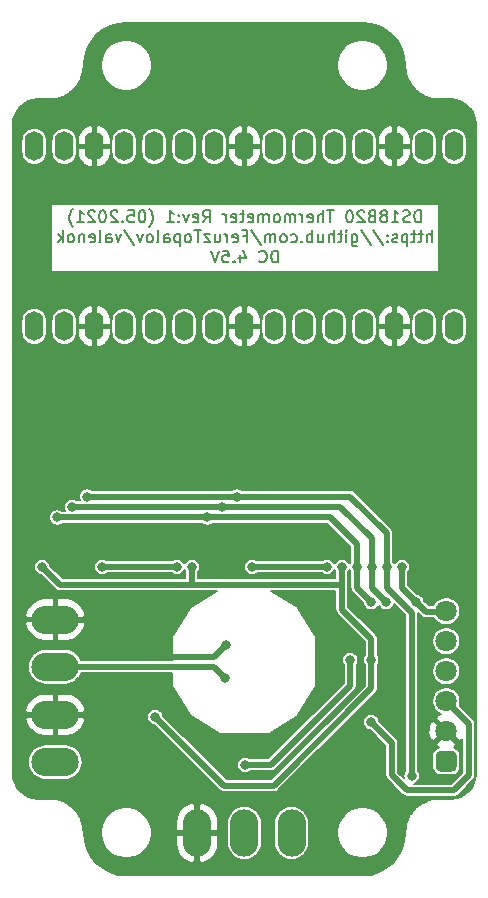
<source format=gbl>
%TF.GenerationSoftware,KiCad,Pcbnew,(5.1.9)-1*%
%TF.CreationDate,2021-05-21T21:01:08+03:00*%
%TF.ProjectId,valenok,76616c65-6e6f-46b2-9e6b-696361645f70,1*%
%TF.SameCoordinates,Original*%
%TF.FileFunction,Copper,L2,Bot*%
%TF.FilePolarity,Positive*%
%FSLAX46Y46*%
G04 Gerber Fmt 4.6, Leading zero omitted, Abs format (unit mm)*
G04 Created by KiCad (PCBNEW (5.1.9)-1) date 2021-05-21 21:01:08*
%MOMM*%
%LPD*%
G01*
G04 APERTURE LIST*
%TA.AperFunction,NonConductor*%
%ADD10C,0.200000*%
%TD*%
%TA.AperFunction,ComponentPad*%
%ADD11O,1.600000X2.500000*%
%TD*%
%TA.AperFunction,ComponentPad*%
%ADD12C,1.800000*%
%TD*%
%TA.AperFunction,ComponentPad*%
%ADD13O,4.000000X2.400000*%
%TD*%
%TA.AperFunction,ComponentPad*%
%ADD14O,2.400000X4.000000*%
%TD*%
%TA.AperFunction,ViaPad*%
%ADD15C,0.800000*%
%TD*%
%TA.AperFunction,Conductor*%
%ADD16C,0.500000*%
%TD*%
%TA.AperFunction,Conductor*%
%ADD17C,0.200000*%
%TD*%
%TA.AperFunction,Conductor*%
%ADD18C,0.100000*%
%TD*%
G04 APERTURE END LIST*
D10*
X114956952Y-80794380D02*
X114956952Y-79794380D01*
X114718857Y-79794380D01*
X114576000Y-79842000D01*
X114480761Y-79937238D01*
X114433142Y-80032476D01*
X114385523Y-80222952D01*
X114385523Y-80365809D01*
X114433142Y-80556285D01*
X114480761Y-80651523D01*
X114576000Y-80746761D01*
X114718857Y-80794380D01*
X114956952Y-80794380D01*
X114004571Y-80746761D02*
X113861714Y-80794380D01*
X113623619Y-80794380D01*
X113528380Y-80746761D01*
X113480761Y-80699142D01*
X113433142Y-80603904D01*
X113433142Y-80508666D01*
X113480761Y-80413428D01*
X113528380Y-80365809D01*
X113623619Y-80318190D01*
X113814095Y-80270571D01*
X113909333Y-80222952D01*
X113956952Y-80175333D01*
X114004571Y-80080095D01*
X114004571Y-79984857D01*
X113956952Y-79889619D01*
X113909333Y-79842000D01*
X113814095Y-79794380D01*
X113576000Y-79794380D01*
X113433142Y-79842000D01*
X112480761Y-80794380D02*
X113052190Y-80794380D01*
X112766476Y-80794380D02*
X112766476Y-79794380D01*
X112861714Y-79937238D01*
X112956952Y-80032476D01*
X113052190Y-80080095D01*
X111909333Y-80222952D02*
X112004571Y-80175333D01*
X112052190Y-80127714D01*
X112099809Y-80032476D01*
X112099809Y-79984857D01*
X112052190Y-79889619D01*
X112004571Y-79842000D01*
X111909333Y-79794380D01*
X111718857Y-79794380D01*
X111623619Y-79842000D01*
X111576000Y-79889619D01*
X111528380Y-79984857D01*
X111528380Y-80032476D01*
X111576000Y-80127714D01*
X111623619Y-80175333D01*
X111718857Y-80222952D01*
X111909333Y-80222952D01*
X112004571Y-80270571D01*
X112052190Y-80318190D01*
X112099809Y-80413428D01*
X112099809Y-80603904D01*
X112052190Y-80699142D01*
X112004571Y-80746761D01*
X111909333Y-80794380D01*
X111718857Y-80794380D01*
X111623619Y-80746761D01*
X111576000Y-80699142D01*
X111528380Y-80603904D01*
X111528380Y-80413428D01*
X111576000Y-80318190D01*
X111623619Y-80270571D01*
X111718857Y-80222952D01*
X110766476Y-80270571D02*
X110623619Y-80318190D01*
X110576000Y-80365809D01*
X110528380Y-80461047D01*
X110528380Y-80603904D01*
X110576000Y-80699142D01*
X110623619Y-80746761D01*
X110718857Y-80794380D01*
X111099809Y-80794380D01*
X111099809Y-79794380D01*
X110766476Y-79794380D01*
X110671238Y-79842000D01*
X110623619Y-79889619D01*
X110576000Y-79984857D01*
X110576000Y-80080095D01*
X110623619Y-80175333D01*
X110671238Y-80222952D01*
X110766476Y-80270571D01*
X111099809Y-80270571D01*
X110147428Y-79889619D02*
X110099809Y-79842000D01*
X110004571Y-79794380D01*
X109766476Y-79794380D01*
X109671238Y-79842000D01*
X109623619Y-79889619D01*
X109576000Y-79984857D01*
X109576000Y-80080095D01*
X109623619Y-80222952D01*
X110195047Y-80794380D01*
X109576000Y-80794380D01*
X108956952Y-79794380D02*
X108861714Y-79794380D01*
X108766476Y-79842000D01*
X108718857Y-79889619D01*
X108671238Y-79984857D01*
X108623619Y-80175333D01*
X108623619Y-80413428D01*
X108671238Y-80603904D01*
X108718857Y-80699142D01*
X108766476Y-80746761D01*
X108861714Y-80794380D01*
X108956952Y-80794380D01*
X109052190Y-80746761D01*
X109099809Y-80699142D01*
X109147428Y-80603904D01*
X109195047Y-80413428D01*
X109195047Y-80175333D01*
X109147428Y-79984857D01*
X109099809Y-79889619D01*
X109052190Y-79842000D01*
X108956952Y-79794380D01*
X107576000Y-79794380D02*
X107004571Y-79794380D01*
X107290285Y-80794380D02*
X107290285Y-79794380D01*
X106671238Y-80794380D02*
X106671238Y-79794380D01*
X106242666Y-80794380D02*
X106242666Y-80270571D01*
X106290285Y-80175333D01*
X106385523Y-80127714D01*
X106528380Y-80127714D01*
X106623619Y-80175333D01*
X106671238Y-80222952D01*
X105385523Y-80746761D02*
X105480761Y-80794380D01*
X105671238Y-80794380D01*
X105766476Y-80746761D01*
X105814095Y-80651523D01*
X105814095Y-80270571D01*
X105766476Y-80175333D01*
X105671238Y-80127714D01*
X105480761Y-80127714D01*
X105385523Y-80175333D01*
X105337904Y-80270571D01*
X105337904Y-80365809D01*
X105814095Y-80461047D01*
X104909333Y-80794380D02*
X104909333Y-80127714D01*
X104909333Y-80318190D02*
X104861714Y-80222952D01*
X104814095Y-80175333D01*
X104718857Y-80127714D01*
X104623619Y-80127714D01*
X104290285Y-80794380D02*
X104290285Y-80127714D01*
X104290285Y-80222952D02*
X104242666Y-80175333D01*
X104147428Y-80127714D01*
X104004571Y-80127714D01*
X103909333Y-80175333D01*
X103861714Y-80270571D01*
X103861714Y-80794380D01*
X103861714Y-80270571D02*
X103814095Y-80175333D01*
X103718857Y-80127714D01*
X103576000Y-80127714D01*
X103480761Y-80175333D01*
X103433142Y-80270571D01*
X103433142Y-80794380D01*
X102814095Y-80794380D02*
X102909333Y-80746761D01*
X102956952Y-80699142D01*
X103004571Y-80603904D01*
X103004571Y-80318190D01*
X102956952Y-80222952D01*
X102909333Y-80175333D01*
X102814095Y-80127714D01*
X102671238Y-80127714D01*
X102576000Y-80175333D01*
X102528380Y-80222952D01*
X102480761Y-80318190D01*
X102480761Y-80603904D01*
X102528380Y-80699142D01*
X102576000Y-80746761D01*
X102671238Y-80794380D01*
X102814095Y-80794380D01*
X102052190Y-80794380D02*
X102052190Y-80127714D01*
X102052190Y-80222952D02*
X102004571Y-80175333D01*
X101909333Y-80127714D01*
X101766476Y-80127714D01*
X101671238Y-80175333D01*
X101623619Y-80270571D01*
X101623619Y-80794380D01*
X101623619Y-80270571D02*
X101576000Y-80175333D01*
X101480761Y-80127714D01*
X101337904Y-80127714D01*
X101242666Y-80175333D01*
X101195047Y-80270571D01*
X101195047Y-80794380D01*
X100337904Y-80746761D02*
X100433142Y-80794380D01*
X100623619Y-80794380D01*
X100718857Y-80746761D01*
X100766476Y-80651523D01*
X100766476Y-80270571D01*
X100718857Y-80175333D01*
X100623619Y-80127714D01*
X100433142Y-80127714D01*
X100337904Y-80175333D01*
X100290285Y-80270571D01*
X100290285Y-80365809D01*
X100766476Y-80461047D01*
X100004571Y-80127714D02*
X99623619Y-80127714D01*
X99861714Y-79794380D02*
X99861714Y-80651523D01*
X99814095Y-80746761D01*
X99718857Y-80794380D01*
X99623619Y-80794380D01*
X98909333Y-80746761D02*
X99004571Y-80794380D01*
X99195047Y-80794380D01*
X99290285Y-80746761D01*
X99337904Y-80651523D01*
X99337904Y-80270571D01*
X99290285Y-80175333D01*
X99195047Y-80127714D01*
X99004571Y-80127714D01*
X98909333Y-80175333D01*
X98861714Y-80270571D01*
X98861714Y-80365809D01*
X99337904Y-80461047D01*
X98433142Y-80794380D02*
X98433142Y-80127714D01*
X98433142Y-80318190D02*
X98385523Y-80222952D01*
X98337904Y-80175333D01*
X98242666Y-80127714D01*
X98147428Y-80127714D01*
X96480761Y-80794380D02*
X96814095Y-80318190D01*
X97052190Y-80794380D02*
X97052190Y-79794380D01*
X96671238Y-79794380D01*
X96576000Y-79842000D01*
X96528380Y-79889619D01*
X96480761Y-79984857D01*
X96480761Y-80127714D01*
X96528380Y-80222952D01*
X96576000Y-80270571D01*
X96671238Y-80318190D01*
X97052190Y-80318190D01*
X95671238Y-80746761D02*
X95766476Y-80794380D01*
X95956952Y-80794380D01*
X96052190Y-80746761D01*
X96099809Y-80651523D01*
X96099809Y-80270571D01*
X96052190Y-80175333D01*
X95956952Y-80127714D01*
X95766476Y-80127714D01*
X95671238Y-80175333D01*
X95623619Y-80270571D01*
X95623619Y-80365809D01*
X96099809Y-80461047D01*
X95290285Y-80127714D02*
X95052190Y-80794380D01*
X94814095Y-80127714D01*
X94433142Y-80699142D02*
X94385523Y-80746761D01*
X94433142Y-80794380D01*
X94480761Y-80746761D01*
X94433142Y-80699142D01*
X94433142Y-80794380D01*
X94433142Y-80175333D02*
X94385523Y-80222952D01*
X94433142Y-80270571D01*
X94480761Y-80222952D01*
X94433142Y-80175333D01*
X94433142Y-80270571D01*
X93433142Y-80794380D02*
X94004571Y-80794380D01*
X93718857Y-80794380D02*
X93718857Y-79794380D01*
X93814095Y-79937238D01*
X93909333Y-80032476D01*
X94004571Y-80080095D01*
X91956952Y-81175333D02*
X92004571Y-81127714D01*
X92099809Y-80984857D01*
X92147428Y-80889619D01*
X92195047Y-80746761D01*
X92242666Y-80508666D01*
X92242666Y-80318190D01*
X92195047Y-80080095D01*
X92147428Y-79937238D01*
X92099809Y-79842000D01*
X92004571Y-79699142D01*
X91956952Y-79651523D01*
X91385523Y-79794380D02*
X91290285Y-79794380D01*
X91195047Y-79842000D01*
X91147428Y-79889619D01*
X91099809Y-79984857D01*
X91052190Y-80175333D01*
X91052190Y-80413428D01*
X91099809Y-80603904D01*
X91147428Y-80699142D01*
X91195047Y-80746761D01*
X91290285Y-80794380D01*
X91385523Y-80794380D01*
X91480761Y-80746761D01*
X91528380Y-80699142D01*
X91576000Y-80603904D01*
X91623619Y-80413428D01*
X91623619Y-80175333D01*
X91576000Y-79984857D01*
X91528380Y-79889619D01*
X91480761Y-79842000D01*
X91385523Y-79794380D01*
X90147428Y-79794380D02*
X90623619Y-79794380D01*
X90671238Y-80270571D01*
X90623619Y-80222952D01*
X90528380Y-80175333D01*
X90290285Y-80175333D01*
X90195047Y-80222952D01*
X90147428Y-80270571D01*
X90099809Y-80365809D01*
X90099809Y-80603904D01*
X90147428Y-80699142D01*
X90195047Y-80746761D01*
X90290285Y-80794380D01*
X90528380Y-80794380D01*
X90623619Y-80746761D01*
X90671238Y-80699142D01*
X89671238Y-80699142D02*
X89623619Y-80746761D01*
X89671238Y-80794380D01*
X89718857Y-80746761D01*
X89671238Y-80699142D01*
X89671238Y-80794380D01*
X89242666Y-79889619D02*
X89195047Y-79842000D01*
X89099809Y-79794380D01*
X88861714Y-79794380D01*
X88766476Y-79842000D01*
X88718857Y-79889619D01*
X88671238Y-79984857D01*
X88671238Y-80080095D01*
X88718857Y-80222952D01*
X89290285Y-80794380D01*
X88671238Y-80794380D01*
X88052190Y-79794380D02*
X87956952Y-79794380D01*
X87861714Y-79842000D01*
X87814095Y-79889619D01*
X87766476Y-79984857D01*
X87718857Y-80175333D01*
X87718857Y-80413428D01*
X87766476Y-80603904D01*
X87814095Y-80699142D01*
X87861714Y-80746761D01*
X87956952Y-80794380D01*
X88052190Y-80794380D01*
X88147428Y-80746761D01*
X88195047Y-80699142D01*
X88242666Y-80603904D01*
X88290285Y-80413428D01*
X88290285Y-80175333D01*
X88242666Y-79984857D01*
X88195047Y-79889619D01*
X88147428Y-79842000D01*
X88052190Y-79794380D01*
X87337904Y-79889619D02*
X87290285Y-79842000D01*
X87195047Y-79794380D01*
X86956952Y-79794380D01*
X86861714Y-79842000D01*
X86814095Y-79889619D01*
X86766476Y-79984857D01*
X86766476Y-80080095D01*
X86814095Y-80222952D01*
X87385523Y-80794380D01*
X86766476Y-80794380D01*
X85814095Y-80794380D02*
X86385523Y-80794380D01*
X86099809Y-80794380D02*
X86099809Y-79794380D01*
X86195047Y-79937238D01*
X86290285Y-80032476D01*
X86385523Y-80080095D01*
X85480761Y-81175333D02*
X85433142Y-81127714D01*
X85337904Y-80984857D01*
X85290285Y-80889619D01*
X85242666Y-80746761D01*
X85195047Y-80508666D01*
X85195047Y-80318190D01*
X85242666Y-80080095D01*
X85290285Y-79937238D01*
X85337904Y-79842000D01*
X85433142Y-79699142D01*
X85480761Y-79651523D01*
X115861714Y-82494380D02*
X115861714Y-81494380D01*
X115433142Y-82494380D02*
X115433142Y-81970571D01*
X115480761Y-81875333D01*
X115576000Y-81827714D01*
X115718857Y-81827714D01*
X115814095Y-81875333D01*
X115861714Y-81922952D01*
X115099809Y-81827714D02*
X114718857Y-81827714D01*
X114956952Y-81494380D02*
X114956952Y-82351523D01*
X114909333Y-82446761D01*
X114814095Y-82494380D01*
X114718857Y-82494380D01*
X114528380Y-81827714D02*
X114147428Y-81827714D01*
X114385523Y-81494380D02*
X114385523Y-82351523D01*
X114337904Y-82446761D01*
X114242666Y-82494380D01*
X114147428Y-82494380D01*
X113814095Y-81827714D02*
X113814095Y-82827714D01*
X113814095Y-81875333D02*
X113718857Y-81827714D01*
X113528380Y-81827714D01*
X113433142Y-81875333D01*
X113385523Y-81922952D01*
X113337904Y-82018190D01*
X113337904Y-82303904D01*
X113385523Y-82399142D01*
X113433142Y-82446761D01*
X113528380Y-82494380D01*
X113718857Y-82494380D01*
X113814095Y-82446761D01*
X112956952Y-82446761D02*
X112861714Y-82494380D01*
X112671238Y-82494380D01*
X112576000Y-82446761D01*
X112528380Y-82351523D01*
X112528380Y-82303904D01*
X112576000Y-82208666D01*
X112671238Y-82161047D01*
X112814095Y-82161047D01*
X112909333Y-82113428D01*
X112956952Y-82018190D01*
X112956952Y-81970571D01*
X112909333Y-81875333D01*
X112814095Y-81827714D01*
X112671238Y-81827714D01*
X112576000Y-81875333D01*
X112099809Y-82399142D02*
X112052190Y-82446761D01*
X112099809Y-82494380D01*
X112147428Y-82446761D01*
X112099809Y-82399142D01*
X112099809Y-82494380D01*
X112099809Y-81875333D02*
X112052190Y-81922952D01*
X112099809Y-81970571D01*
X112147428Y-81922952D01*
X112099809Y-81875333D01*
X112099809Y-81970571D01*
X110909333Y-81446761D02*
X111766476Y-82732476D01*
X109861714Y-81446761D02*
X110718857Y-82732476D01*
X109099809Y-81827714D02*
X109099809Y-82637238D01*
X109147428Y-82732476D01*
X109195047Y-82780095D01*
X109290285Y-82827714D01*
X109433142Y-82827714D01*
X109528380Y-82780095D01*
X109099809Y-82446761D02*
X109195047Y-82494380D01*
X109385523Y-82494380D01*
X109480761Y-82446761D01*
X109528380Y-82399142D01*
X109576000Y-82303904D01*
X109576000Y-82018190D01*
X109528380Y-81922952D01*
X109480761Y-81875333D01*
X109385523Y-81827714D01*
X109195047Y-81827714D01*
X109099809Y-81875333D01*
X108623619Y-82494380D02*
X108623619Y-81827714D01*
X108623619Y-81494380D02*
X108671238Y-81542000D01*
X108623619Y-81589619D01*
X108576000Y-81542000D01*
X108623619Y-81494380D01*
X108623619Y-81589619D01*
X108290285Y-81827714D02*
X107909333Y-81827714D01*
X108147428Y-81494380D02*
X108147428Y-82351523D01*
X108099809Y-82446761D01*
X108004571Y-82494380D01*
X107909333Y-82494380D01*
X107576000Y-82494380D02*
X107576000Y-81494380D01*
X107147428Y-82494380D02*
X107147428Y-81970571D01*
X107195047Y-81875333D01*
X107290285Y-81827714D01*
X107433142Y-81827714D01*
X107528380Y-81875333D01*
X107576000Y-81922952D01*
X106242666Y-81827714D02*
X106242666Y-82494380D01*
X106671238Y-81827714D02*
X106671238Y-82351523D01*
X106623619Y-82446761D01*
X106528380Y-82494380D01*
X106385523Y-82494380D01*
X106290285Y-82446761D01*
X106242666Y-82399142D01*
X105766476Y-82494380D02*
X105766476Y-81494380D01*
X105766476Y-81875333D02*
X105671238Y-81827714D01*
X105480761Y-81827714D01*
X105385523Y-81875333D01*
X105337904Y-81922952D01*
X105290285Y-82018190D01*
X105290285Y-82303904D01*
X105337904Y-82399142D01*
X105385523Y-82446761D01*
X105480761Y-82494380D01*
X105671238Y-82494380D01*
X105766476Y-82446761D01*
X104861714Y-82399142D02*
X104814095Y-82446761D01*
X104861714Y-82494380D01*
X104909333Y-82446761D01*
X104861714Y-82399142D01*
X104861714Y-82494380D01*
X103956952Y-82446761D02*
X104052190Y-82494380D01*
X104242666Y-82494380D01*
X104337904Y-82446761D01*
X104385523Y-82399142D01*
X104433142Y-82303904D01*
X104433142Y-82018190D01*
X104385523Y-81922952D01*
X104337904Y-81875333D01*
X104242666Y-81827714D01*
X104052190Y-81827714D01*
X103956952Y-81875333D01*
X103385523Y-82494380D02*
X103480761Y-82446761D01*
X103528380Y-82399142D01*
X103576000Y-82303904D01*
X103576000Y-82018190D01*
X103528380Y-81922952D01*
X103480761Y-81875333D01*
X103385523Y-81827714D01*
X103242666Y-81827714D01*
X103147428Y-81875333D01*
X103099809Y-81922952D01*
X103052190Y-82018190D01*
X103052190Y-82303904D01*
X103099809Y-82399142D01*
X103147428Y-82446761D01*
X103242666Y-82494380D01*
X103385523Y-82494380D01*
X102623619Y-82494380D02*
X102623619Y-81827714D01*
X102623619Y-81922952D02*
X102576000Y-81875333D01*
X102480761Y-81827714D01*
X102337904Y-81827714D01*
X102242666Y-81875333D01*
X102195047Y-81970571D01*
X102195047Y-82494380D01*
X102195047Y-81970571D02*
X102147428Y-81875333D01*
X102052190Y-81827714D01*
X101909333Y-81827714D01*
X101814095Y-81875333D01*
X101766476Y-81970571D01*
X101766476Y-82494380D01*
X100576000Y-81446761D02*
X101433142Y-82732476D01*
X99909333Y-81970571D02*
X100242666Y-81970571D01*
X100242666Y-82494380D02*
X100242666Y-81494380D01*
X99766476Y-81494380D01*
X99004571Y-82446761D02*
X99099809Y-82494380D01*
X99290285Y-82494380D01*
X99385523Y-82446761D01*
X99433142Y-82351523D01*
X99433142Y-81970571D01*
X99385523Y-81875333D01*
X99290285Y-81827714D01*
X99099809Y-81827714D01*
X99004571Y-81875333D01*
X98956952Y-81970571D01*
X98956952Y-82065809D01*
X99433142Y-82161047D01*
X98528380Y-82494380D02*
X98528380Y-81827714D01*
X98528380Y-82018190D02*
X98480761Y-81922952D01*
X98433142Y-81875333D01*
X98337904Y-81827714D01*
X98242666Y-81827714D01*
X97480761Y-81827714D02*
X97480761Y-82494380D01*
X97909333Y-81827714D02*
X97909333Y-82351523D01*
X97861714Y-82446761D01*
X97766476Y-82494380D01*
X97623619Y-82494380D01*
X97528380Y-82446761D01*
X97480761Y-82399142D01*
X97099809Y-81827714D02*
X96576000Y-81827714D01*
X97099809Y-82494380D01*
X96576000Y-82494380D01*
X96337904Y-81494380D02*
X95766476Y-81494380D01*
X96052190Y-82494380D02*
X96052190Y-81494380D01*
X95290285Y-82494380D02*
X95385523Y-82446761D01*
X95433142Y-82399142D01*
X95480761Y-82303904D01*
X95480761Y-82018190D01*
X95433142Y-81922952D01*
X95385523Y-81875333D01*
X95290285Y-81827714D01*
X95147428Y-81827714D01*
X95052190Y-81875333D01*
X95004571Y-81922952D01*
X94956952Y-82018190D01*
X94956952Y-82303904D01*
X95004571Y-82399142D01*
X95052190Y-82446761D01*
X95147428Y-82494380D01*
X95290285Y-82494380D01*
X94528380Y-81827714D02*
X94528380Y-82827714D01*
X94528380Y-81875333D02*
X94433142Y-81827714D01*
X94242666Y-81827714D01*
X94147428Y-81875333D01*
X94099809Y-81922952D01*
X94052190Y-82018190D01*
X94052190Y-82303904D01*
X94099809Y-82399142D01*
X94147428Y-82446761D01*
X94242666Y-82494380D01*
X94433142Y-82494380D01*
X94528380Y-82446761D01*
X93195047Y-82494380D02*
X93195047Y-81970571D01*
X93242666Y-81875333D01*
X93337904Y-81827714D01*
X93528380Y-81827714D01*
X93623619Y-81875333D01*
X93195047Y-82446761D02*
X93290285Y-82494380D01*
X93528380Y-82494380D01*
X93623619Y-82446761D01*
X93671238Y-82351523D01*
X93671238Y-82256285D01*
X93623619Y-82161047D01*
X93528380Y-82113428D01*
X93290285Y-82113428D01*
X93195047Y-82065809D01*
X92576000Y-82494380D02*
X92671238Y-82446761D01*
X92718857Y-82351523D01*
X92718857Y-81494380D01*
X92052190Y-82494380D02*
X92147428Y-82446761D01*
X92195047Y-82399142D01*
X92242666Y-82303904D01*
X92242666Y-82018190D01*
X92195047Y-81922952D01*
X92147428Y-81875333D01*
X92052190Y-81827714D01*
X91909333Y-81827714D01*
X91814095Y-81875333D01*
X91766476Y-81922952D01*
X91718857Y-82018190D01*
X91718857Y-82303904D01*
X91766476Y-82399142D01*
X91814095Y-82446761D01*
X91909333Y-82494380D01*
X92052190Y-82494380D01*
X91385523Y-81827714D02*
X91147428Y-82494380D01*
X90909333Y-81827714D01*
X89814095Y-81446761D02*
X90671238Y-82732476D01*
X89576000Y-81827714D02*
X89337904Y-82494380D01*
X89099809Y-81827714D01*
X88290285Y-82494380D02*
X88290285Y-81970571D01*
X88337904Y-81875333D01*
X88433142Y-81827714D01*
X88623619Y-81827714D01*
X88718857Y-81875333D01*
X88290285Y-82446761D02*
X88385523Y-82494380D01*
X88623619Y-82494380D01*
X88718857Y-82446761D01*
X88766476Y-82351523D01*
X88766476Y-82256285D01*
X88718857Y-82161047D01*
X88623619Y-82113428D01*
X88385523Y-82113428D01*
X88290285Y-82065809D01*
X87671238Y-82494380D02*
X87766476Y-82446761D01*
X87814095Y-82351523D01*
X87814095Y-81494380D01*
X86909333Y-82446761D02*
X87004571Y-82494380D01*
X87195047Y-82494380D01*
X87290285Y-82446761D01*
X87337904Y-82351523D01*
X87337904Y-81970571D01*
X87290285Y-81875333D01*
X87195047Y-81827714D01*
X87004571Y-81827714D01*
X86909333Y-81875333D01*
X86861714Y-81970571D01*
X86861714Y-82065809D01*
X87337904Y-82161047D01*
X86433142Y-81827714D02*
X86433142Y-82494380D01*
X86433142Y-81922952D02*
X86385523Y-81875333D01*
X86290285Y-81827714D01*
X86147428Y-81827714D01*
X86052190Y-81875333D01*
X86004571Y-81970571D01*
X86004571Y-82494380D01*
X85385523Y-82494380D02*
X85480761Y-82446761D01*
X85528380Y-82399142D01*
X85576000Y-82303904D01*
X85576000Y-82018190D01*
X85528380Y-81922952D01*
X85480761Y-81875333D01*
X85385523Y-81827714D01*
X85242666Y-81827714D01*
X85147428Y-81875333D01*
X85099809Y-81922952D01*
X85052190Y-82018190D01*
X85052190Y-82303904D01*
X85099809Y-82399142D01*
X85147428Y-82446761D01*
X85242666Y-82494380D01*
X85385523Y-82494380D01*
X84623619Y-82494380D02*
X84623619Y-81494380D01*
X84528380Y-82113428D02*
X84242666Y-82494380D01*
X84242666Y-81827714D02*
X84623619Y-82208666D01*
X102837904Y-84194380D02*
X102837904Y-83194380D01*
X102599809Y-83194380D01*
X102456952Y-83242000D01*
X102361714Y-83337238D01*
X102314095Y-83432476D01*
X102266476Y-83622952D01*
X102266476Y-83765809D01*
X102314095Y-83956285D01*
X102361714Y-84051523D01*
X102456952Y-84146761D01*
X102599809Y-84194380D01*
X102837904Y-84194380D01*
X101266476Y-84099142D02*
X101314095Y-84146761D01*
X101456952Y-84194380D01*
X101552190Y-84194380D01*
X101695047Y-84146761D01*
X101790285Y-84051523D01*
X101837904Y-83956285D01*
X101885523Y-83765809D01*
X101885523Y-83622952D01*
X101837904Y-83432476D01*
X101790285Y-83337238D01*
X101695047Y-83242000D01*
X101552190Y-83194380D01*
X101456952Y-83194380D01*
X101314095Y-83242000D01*
X101266476Y-83289619D01*
X99647428Y-83527714D02*
X99647428Y-84194380D01*
X99885523Y-83146761D02*
X100123619Y-83861047D01*
X99504571Y-83861047D01*
X99123619Y-84099142D02*
X99076000Y-84146761D01*
X99123619Y-84194380D01*
X99171238Y-84146761D01*
X99123619Y-84099142D01*
X99123619Y-84194380D01*
X98171238Y-83194380D02*
X98647428Y-83194380D01*
X98695047Y-83670571D01*
X98647428Y-83622952D01*
X98552190Y-83575333D01*
X98314095Y-83575333D01*
X98218857Y-83622952D01*
X98171238Y-83670571D01*
X98123619Y-83765809D01*
X98123619Y-84003904D01*
X98171238Y-84099142D01*
X98218857Y-84146761D01*
X98314095Y-84194380D01*
X98552190Y-84194380D01*
X98647428Y-84146761D01*
X98695047Y-84099142D01*
X97837904Y-83194380D02*
X97504571Y-84194380D01*
X97171238Y-83194380D01*
D11*
%TO.P,DS3,10*%
%TO.N,Net-(DS3-Pad10)*%
X107619999Y-74374999D03*
%TO.P,DS3,9*%
%TO.N,Net-(DS3-Pad9)*%
X110159999Y-74374999D03*
%TO.P,DS3,8*%
%TO.N,GND*%
X112699999Y-74374999D03*
%TO.P,DS3,7*%
%TO.N,Net-(DS3-Pad7)*%
X115239999Y-74374999D03*
%TO.P,DS3,6*%
%TO.N,Net-(DS3-Pad6)*%
X117779999Y-74374999D03*
%TO.P,DS3,5*%
%TO.N,Net-(DS3-Pad5)*%
X117779999Y-89614999D03*
%TO.P,DS3,4*%
%TO.N,Net-(DS3-Pad4)*%
X115239999Y-89614999D03*
%TO.P,DS3,3*%
%TO.N,GND*%
X112699999Y-89614999D03*
%TO.P,DS3,2*%
%TO.N,Net-(DS3-Pad2)*%
X110159999Y-89614999D03*
%TO.P,DS3,1*%
%TO.N,Net-(DS3-Pad1)*%
X107619999Y-89614999D03*
%TD*%
D12*
%TO.P,X8,6*%
%TO.N,HC595_DS*%
X117094000Y-113728500D03*
%TO.P,X8,5*%
%TO.N,HC595_ST*%
X117094000Y-116268500D03*
%TO.P,X8,4*%
%TO.N,HC595_SH*%
X117094000Y-118808500D03*
%TO.P,X8,3*%
%TO.N,MCU_RESET*%
X117094000Y-121348500D03*
%TO.P,X8,2*%
%TO.N,GND*%
X117094000Y-123888500D03*
%TO.P,X8,1*%
%TO.N,VCC*%
%TA.AperFunction,ComponentPad*%
G36*
G01*
X117544000Y-127328500D02*
X116644000Y-127328500D01*
G75*
G02*
X116194000Y-126878500I0J450000D01*
G01*
X116194000Y-125978500D01*
G75*
G02*
X116644000Y-125528500I450000J0D01*
G01*
X117544000Y-125528500D01*
G75*
G02*
X117994000Y-125978500I0J-450000D01*
G01*
X117994000Y-126878500D01*
G75*
G02*
X117544000Y-127328500I-450000J0D01*
G01*
G37*
%TD.AperFunction*%
%TD*%
D11*
%TO.P,DS1,1*%
%TO.N,Net-(DS1-Pad1)*%
X82219999Y-89614999D03*
%TO.P,DS1,2*%
%TO.N,Net-(DS1-Pad2)*%
X84759999Y-89614999D03*
%TO.P,DS1,3*%
%TO.N,GND*%
X87299999Y-89614999D03*
%TO.P,DS1,4*%
%TO.N,Net-(DS1-Pad4)*%
X89839999Y-89614999D03*
%TO.P,DS1,5*%
%TO.N,Net-(DS1-Pad5)*%
X92379999Y-89614999D03*
%TO.P,DS1,6*%
%TO.N,Net-(DS1-Pad6)*%
X92379999Y-74374999D03*
%TO.P,DS1,7*%
%TO.N,Net-(DS1-Pad7)*%
X89839999Y-74374999D03*
%TO.P,DS1,8*%
%TO.N,GND*%
X87299999Y-74374999D03*
%TO.P,DS1,9*%
%TO.N,Net-(DS1-Pad9)*%
X84759999Y-74374999D03*
%TO.P,DS1,10*%
%TO.N,Net-(DS1-Pad10)*%
X82219999Y-74374999D03*
%TD*%
%TO.P,DS2,1*%
%TO.N,Net-(DS2-Pad1)*%
X94919999Y-89614999D03*
%TO.P,DS2,2*%
%TO.N,Net-(DS2-Pad2)*%
X97459999Y-89614999D03*
%TO.P,DS2,3*%
%TO.N,GND*%
X99999999Y-89614999D03*
%TO.P,DS2,4*%
%TO.N,Net-(DS2-Pad4)*%
X102539999Y-89614999D03*
%TO.P,DS2,5*%
%TO.N,Net-(DS2-Pad5)*%
X105079999Y-89614999D03*
%TO.P,DS2,6*%
%TO.N,Net-(DS2-Pad6)*%
X105079999Y-74374999D03*
%TO.P,DS2,7*%
%TO.N,Net-(DS2-Pad7)*%
X102539999Y-74374999D03*
%TO.P,DS2,8*%
%TO.N,GND*%
X99999999Y-74374999D03*
%TO.P,DS2,9*%
%TO.N,Net-(DS2-Pad9)*%
X97459999Y-74374999D03*
%TO.P,DS2,10*%
%TO.N,Net-(DS2-Pad10)*%
X94919999Y-74374999D03*
%TD*%
D13*
%TO.P,X1,1*%
%TO.N,Net-(Q1-Pad2)*%
X84000000Y-126500000D03*
%TD*%
%TO.P,X2,1*%
%TO.N,GND*%
X84000000Y-122500000D03*
%TD*%
%TO.P,X3,1*%
%TO.N,POW_SW*%
X84000000Y-118445000D03*
%TD*%
%TO.P,X4,1*%
%TO.N,GND*%
X84000000Y-114445000D03*
%TD*%
D14*
%TO.P,X5,1*%
%TO.N,VCC*%
X104000000Y-132500000D03*
%TD*%
%TO.P,X6,1*%
%TO.N,DS18B20_DQ*%
X100000000Y-132500000D03*
%TD*%
%TO.P,X7,1*%
%TO.N,GND*%
X96000000Y-132500000D03*
%TD*%
D15*
%TO.N,GND*%
X110744000Y-125476000D03*
X98425000Y-116586000D03*
X93980000Y-99187000D03*
X106680000Y-99187000D03*
X81407000Y-99187000D03*
X93980000Y-97282000D03*
X106680000Y-97282000D03*
X81407000Y-97282000D03*
X92456000Y-107569000D03*
X105156000Y-107569000D03*
X118110000Y-107569000D03*
X105664000Y-113284000D03*
X94500000Y-122500000D03*
%TO.N,POW_SW*%
X98361502Y-119380000D03*
%TO.N,POW_MR_OE_CTRL*%
X95567500Y-109982000D03*
X82867500Y-109982000D03*
X92456000Y-122682000D03*
X108267500Y-109982000D03*
X110744000Y-117856000D03*
%TO.N,HC595_OE*%
X112077500Y-109982000D03*
X114173004Y-127676000D03*
X86677500Y-104020620D03*
X99380040Y-104018080D03*
%TO.N,DS18B20_DQ*%
X100076000Y-126746000D03*
X108966000Y-117856000D03*
%TO.N,MCU_RESET*%
X110744000Y-123126500D03*
%TO.N,HC595_DS*%
X114554000Y-112966500D03*
X113347500Y-109982000D03*
%TO.N,HC595_ST*%
X85407500Y-104902000D03*
X98107500Y-104902000D03*
X112014000Y-112966500D03*
X110807500Y-109982000D03*
%TO.N,HC595_SH*%
X84137500Y-105791000D03*
X96837500Y-105791000D03*
X110744000Y-112966500D03*
X109537500Y-109982000D03*
%TO.N,Net-(U2-Pad14)*%
X94297500Y-109982000D03*
X87947500Y-109982000D03*
%TO.N,Net-(U3-Pad14)*%
X106997500Y-109982000D03*
X100647500Y-109982000D03*
%TD*%
D16*
%TO.N,GND*%
X98425000Y-116586000D02*
X97409000Y-117602000D01*
X97409000Y-117602000D02*
X86602000Y-117602000D01*
X86602000Y-117602000D02*
X86602000Y-115898000D01*
X86602000Y-115898000D02*
X88000000Y-114500000D01*
X87945000Y-114445000D02*
X85000000Y-114445000D01*
X88000000Y-114500000D02*
X87945000Y-114445000D01*
%TO.N,POW_SW*%
X97426502Y-118445000D02*
X98361502Y-119380000D01*
X97426502Y-118445000D02*
X85000000Y-118445000D01*
%TO.N,POW_MR_OE_CTRL*%
X108267500Y-111506000D02*
X108267500Y-109982000D01*
X84391500Y-111506000D02*
X82867500Y-109982000D01*
X95567500Y-111442500D02*
X95504000Y-111506000D01*
X95567500Y-109982000D02*
X95567500Y-111442500D01*
X95504000Y-111506000D02*
X84391500Y-111506000D01*
X108267500Y-111506000D02*
X95504000Y-111506000D01*
X110744000Y-117856000D02*
X110744000Y-116078000D01*
X108267500Y-113601500D02*
X108267500Y-111506000D01*
X110744000Y-116078000D02*
X108267500Y-113601500D01*
X98298000Y-128524000D02*
X92456000Y-122682000D01*
X102478500Y-128524000D02*
X98298000Y-128524000D01*
X110744000Y-120258500D02*
X102478500Y-128524000D01*
X110744000Y-117856000D02*
X110744000Y-120258500D01*
%TO.N,HC595_OE*%
X114173004Y-113855504D02*
X114173004Y-127676000D01*
X112077500Y-109982000D02*
X112077500Y-111760000D01*
X112077500Y-111760000D02*
X114173004Y-113855504D01*
X112077500Y-109982000D02*
X112077500Y-107124500D01*
X112077500Y-107124500D02*
X108971080Y-104018080D01*
X108971080Y-104018080D02*
X99380040Y-104018080D01*
X86677500Y-104020620D02*
X99377500Y-104020620D01*
X99377500Y-104020620D02*
X99380040Y-104018080D01*
%TO.N,DS18B20_DQ*%
X108966000Y-120034000D02*
X108966000Y-117856000D01*
X102254000Y-126746000D02*
X108966000Y-120034000D01*
X100076000Y-126746000D02*
X102254000Y-126746000D01*
%TO.N,MCU_RESET*%
X118999000Y-123253500D02*
X117094000Y-121348500D01*
X117729000Y-128905000D02*
X118999000Y-127635000D01*
X113792000Y-128905000D02*
X117729000Y-128905000D01*
X112500000Y-127613000D02*
X113792000Y-128905000D01*
X112500000Y-124882500D02*
X112500000Y-127613000D01*
X118999000Y-127635000D02*
X118999000Y-123253500D01*
X110744000Y-123126500D02*
X112500000Y-124882500D01*
%TO.N,HC595_DS*%
X114554000Y-112966500D02*
X113347500Y-111760000D01*
X113347500Y-111760000D02*
X113347500Y-109982000D01*
X115379500Y-113792000D02*
X117094000Y-113792000D01*
X114554000Y-112966500D02*
X115379500Y-113792000D01*
%TO.N,HC595_ST*%
X112014000Y-112966500D02*
X110807500Y-111760000D01*
X110807500Y-111760000D02*
X110807500Y-109982000D01*
X98107500Y-104902000D02*
X85407500Y-104902000D01*
X108140500Y-104902000D02*
X98107500Y-104902000D01*
X110807500Y-107569000D02*
X108140500Y-104902000D01*
X110807500Y-109982000D02*
X110807500Y-107569000D01*
%TO.N,HC595_SH*%
X109537500Y-111760000D02*
X109537500Y-109982000D01*
X110744000Y-112966500D02*
X109537500Y-111760000D01*
X96862001Y-105752001D02*
X96837500Y-105727500D01*
X96837500Y-105791000D02*
X84137500Y-105791000D01*
X107251500Y-105791000D02*
X96837500Y-105791000D01*
X109537500Y-108077000D02*
X107251500Y-105791000D01*
X109537500Y-109982000D02*
X109537500Y-108077000D01*
%TO.N,Net-(U2-Pad14)*%
X94297500Y-109982000D02*
X87947500Y-109982000D01*
%TO.N,Net-(U3-Pad14)*%
X106997500Y-109982000D02*
X100647500Y-109982000D01*
%TD*%
D17*
%TO.N,GND*%
X110698869Y-63970443D02*
X111371123Y-64173408D01*
X111991145Y-64503079D01*
X112535333Y-64946908D01*
X112982946Y-65487979D01*
X113316940Y-66105688D01*
X113524592Y-66776506D01*
X113599975Y-67493730D01*
X113600002Y-67501389D01*
X113600002Y-67501398D01*
X113600063Y-67518851D01*
X113601829Y-67536235D01*
X113601707Y-67553706D01*
X113602252Y-67559264D01*
X113653253Y-68044507D01*
X113660541Y-68080009D01*
X113667336Y-68115631D01*
X113668951Y-68120978D01*
X113813231Y-68587072D01*
X113827277Y-68620485D01*
X113840861Y-68654107D01*
X113843483Y-68659039D01*
X114075547Y-69088232D01*
X114095802Y-69118262D01*
X114115670Y-69148623D01*
X114119200Y-69152951D01*
X114430209Y-69528897D01*
X114455935Y-69554445D01*
X114481299Y-69580345D01*
X114485597Y-69583900D01*
X114485602Y-69583905D01*
X114485604Y-69583906D01*
X114863710Y-69892281D01*
X114893889Y-69912332D01*
X114923819Y-69932826D01*
X114928729Y-69935481D01*
X114928737Y-69935485D01*
X115359536Y-70164544D01*
X115393062Y-70178363D01*
X115426376Y-70192641D01*
X115431711Y-70194293D01*
X115898801Y-70335316D01*
X115934392Y-70342363D01*
X115969826Y-70349895D01*
X115975379Y-70350479D01*
X115975381Y-70350479D01*
X116460967Y-70398091D01*
X116460970Y-70398091D01*
X116480353Y-70400000D01*
X117480437Y-70400000D01*
X117907518Y-70441876D01*
X118299518Y-70560227D01*
X118661061Y-70752463D01*
X118978379Y-71011261D01*
X119239389Y-71326769D01*
X119434145Y-71686961D01*
X119555228Y-72078119D01*
X119600000Y-72504093D01*
X119600001Y-99980353D01*
X119600000Y-127480437D01*
X119558124Y-127907520D01*
X119439773Y-128299517D01*
X119247537Y-128661060D01*
X118988739Y-128978379D01*
X118673231Y-129239390D01*
X118313039Y-129434145D01*
X117921881Y-129555228D01*
X117495908Y-129600000D01*
X116480353Y-129600000D01*
X116461914Y-129601816D01*
X116446294Y-129601707D01*
X116440736Y-129602252D01*
X115955494Y-129653253D01*
X115920012Y-129660537D01*
X115884368Y-129667336D01*
X115879022Y-129668951D01*
X115412928Y-129813231D01*
X115379539Y-129827266D01*
X115345892Y-129840861D01*
X115340961Y-129843483D01*
X114911768Y-130075547D01*
X114881723Y-130095812D01*
X114851377Y-130115670D01*
X114847049Y-130119200D01*
X114471104Y-130430208D01*
X114445556Y-130455935D01*
X114419655Y-130481299D01*
X114416095Y-130485602D01*
X114107719Y-130863710D01*
X114087661Y-130893899D01*
X114067175Y-130923819D01*
X114064518Y-130928732D01*
X113835456Y-131359535D01*
X113821638Y-131393059D01*
X113807359Y-131426376D01*
X113805707Y-131431712D01*
X113664684Y-131898801D01*
X113657640Y-131934379D01*
X113650105Y-131969826D01*
X113649521Y-131975381D01*
X113601909Y-132460966D01*
X113601909Y-132460967D01*
X113529557Y-133198869D01*
X113326592Y-133871123D01*
X112996918Y-134491150D01*
X112553093Y-135035332D01*
X112012021Y-135482946D01*
X111394313Y-135816939D01*
X110723498Y-136024591D01*
X110006270Y-136099975D01*
X109999187Y-136100000D01*
X90019563Y-136100000D01*
X89301131Y-136029557D01*
X88628877Y-135826592D01*
X88008850Y-135496918D01*
X87464668Y-135053093D01*
X87017054Y-134512021D01*
X86683061Y-133894313D01*
X86475409Y-133223498D01*
X86400025Y-132506270D01*
X86399998Y-132498611D01*
X86399998Y-132498602D01*
X86399937Y-132481149D01*
X86398171Y-132463765D01*
X86398293Y-132446294D01*
X86397748Y-132440736D01*
X86381622Y-132287303D01*
X87840449Y-132287303D01*
X87840449Y-132712697D01*
X87923439Y-133129918D01*
X88086231Y-133522931D01*
X88322567Y-133876633D01*
X88623367Y-134177433D01*
X88977069Y-134413769D01*
X89370082Y-134576561D01*
X89787303Y-134659551D01*
X90212697Y-134659551D01*
X90629918Y-134576561D01*
X91022931Y-134413769D01*
X91376633Y-134177433D01*
X91677433Y-133876633D01*
X91913769Y-133522931D01*
X92076561Y-133129918D01*
X92159551Y-132712697D01*
X92159551Y-132650000D01*
X94200000Y-132650000D01*
X94200000Y-133450000D01*
X94263850Y-133798280D01*
X94394419Y-134127412D01*
X94586690Y-134424747D01*
X94833274Y-134678858D01*
X95124694Y-134879981D01*
X95449752Y-135020386D01*
X95571244Y-135048190D01*
X95850000Y-134943168D01*
X95850000Y-132650000D01*
X96150000Y-132650000D01*
X96150000Y-134943168D01*
X96428756Y-135048190D01*
X96550248Y-135020386D01*
X96875306Y-134879981D01*
X97166726Y-134678858D01*
X97413310Y-134424747D01*
X97605581Y-134127412D01*
X97736150Y-133798280D01*
X97800000Y-133450000D01*
X97800000Y-132650000D01*
X96150000Y-132650000D01*
X95850000Y-132650000D01*
X94200000Y-132650000D01*
X92159551Y-132650000D01*
X92159551Y-132287303D01*
X92076561Y-131870082D01*
X91943979Y-131550000D01*
X94200000Y-131550000D01*
X94200000Y-132350000D01*
X95850000Y-132350000D01*
X95850000Y-130056832D01*
X96150000Y-130056832D01*
X96150000Y-132350000D01*
X97800000Y-132350000D01*
X97800000Y-131626321D01*
X98500000Y-131626321D01*
X98500000Y-133373680D01*
X98521705Y-133594051D01*
X98607477Y-133876802D01*
X98746763Y-134137387D01*
X98934209Y-134365792D01*
X99162614Y-134553238D01*
X99423199Y-134692524D01*
X99705950Y-134778295D01*
X100000000Y-134807257D01*
X100294051Y-134778295D01*
X100576802Y-134692524D01*
X100837387Y-134553238D01*
X101065792Y-134365792D01*
X101253238Y-134137387D01*
X101392524Y-133876802D01*
X101478295Y-133594051D01*
X101500000Y-133373680D01*
X101500000Y-131626321D01*
X102500000Y-131626321D01*
X102500000Y-133373680D01*
X102521705Y-133594051D01*
X102607477Y-133876802D01*
X102746763Y-134137387D01*
X102934209Y-134365792D01*
X103162614Y-134553238D01*
X103423199Y-134692524D01*
X103705950Y-134778295D01*
X104000000Y-134807257D01*
X104294051Y-134778295D01*
X104576802Y-134692524D01*
X104837387Y-134553238D01*
X105065792Y-134365792D01*
X105253238Y-134137387D01*
X105392524Y-133876802D01*
X105478295Y-133594051D01*
X105500000Y-133373680D01*
X105500000Y-132287303D01*
X107840449Y-132287303D01*
X107840449Y-132712697D01*
X107923439Y-133129918D01*
X108086231Y-133522931D01*
X108322567Y-133876633D01*
X108623367Y-134177433D01*
X108977069Y-134413769D01*
X109370082Y-134576561D01*
X109787303Y-134659551D01*
X110212697Y-134659551D01*
X110629918Y-134576561D01*
X111022931Y-134413769D01*
X111376633Y-134177433D01*
X111677433Y-133876633D01*
X111913769Y-133522931D01*
X112076561Y-133129918D01*
X112159551Y-132712697D01*
X112159551Y-132287303D01*
X112076561Y-131870082D01*
X111913769Y-131477069D01*
X111677433Y-131123367D01*
X111376633Y-130822567D01*
X111022931Y-130586231D01*
X110629918Y-130423439D01*
X110212697Y-130340449D01*
X109787303Y-130340449D01*
X109370082Y-130423439D01*
X108977069Y-130586231D01*
X108623367Y-130822567D01*
X108322567Y-131123367D01*
X108086231Y-131477069D01*
X107923439Y-131870082D01*
X107840449Y-132287303D01*
X105500000Y-132287303D01*
X105500000Y-131626320D01*
X105478295Y-131405949D01*
X105392524Y-131123198D01*
X105253238Y-130862613D01*
X105065792Y-130634208D01*
X104837386Y-130446762D01*
X104576801Y-130307476D01*
X104294050Y-130221705D01*
X104000000Y-130192743D01*
X103705949Y-130221705D01*
X103423198Y-130307476D01*
X103162613Y-130446762D01*
X102934208Y-130634208D01*
X102746762Y-130862614D01*
X102607476Y-131123199D01*
X102521705Y-131405950D01*
X102500000Y-131626321D01*
X101500000Y-131626321D01*
X101500000Y-131626320D01*
X101478295Y-131405949D01*
X101392524Y-131123198D01*
X101253238Y-130862613D01*
X101065792Y-130634208D01*
X100837386Y-130446762D01*
X100576801Y-130307476D01*
X100294050Y-130221705D01*
X100000000Y-130192743D01*
X99705949Y-130221705D01*
X99423198Y-130307476D01*
X99162613Y-130446762D01*
X98934208Y-130634208D01*
X98746762Y-130862614D01*
X98607476Y-131123199D01*
X98521705Y-131405950D01*
X98500000Y-131626321D01*
X97800000Y-131626321D01*
X97800000Y-131550000D01*
X97736150Y-131201720D01*
X97605581Y-130872588D01*
X97413310Y-130575253D01*
X97166726Y-130321142D01*
X96875306Y-130120019D01*
X96550248Y-129979614D01*
X96428756Y-129951810D01*
X96150000Y-130056832D01*
X95850000Y-130056832D01*
X95571244Y-129951810D01*
X95449752Y-129979614D01*
X95124694Y-130120019D01*
X94833274Y-130321142D01*
X94586690Y-130575253D01*
X94394419Y-130872588D01*
X94263850Y-131201720D01*
X94200000Y-131550000D01*
X91943979Y-131550000D01*
X91913769Y-131477069D01*
X91677433Y-131123367D01*
X91376633Y-130822567D01*
X91022931Y-130586231D01*
X90629918Y-130423439D01*
X90212697Y-130340449D01*
X89787303Y-130340449D01*
X89370082Y-130423439D01*
X88977069Y-130586231D01*
X88623367Y-130822567D01*
X88322567Y-131123367D01*
X88086231Y-131477069D01*
X87923439Y-131870082D01*
X87840449Y-132287303D01*
X86381622Y-132287303D01*
X86346747Y-131955494D01*
X86339463Y-131920012D01*
X86332664Y-131884368D01*
X86331049Y-131879022D01*
X86186769Y-131412928D01*
X86172734Y-131379539D01*
X86159139Y-131345892D01*
X86156517Y-131340961D01*
X85924453Y-130911768D01*
X85904188Y-130881723D01*
X85884330Y-130851377D01*
X85880800Y-130847049D01*
X85569792Y-130471104D01*
X85544065Y-130445556D01*
X85518701Y-130419655D01*
X85514398Y-130416095D01*
X85136290Y-130107719D01*
X85106101Y-130087661D01*
X85076181Y-130067175D01*
X85071268Y-130064518D01*
X84640465Y-129835456D01*
X84606941Y-129821638D01*
X84573624Y-129807359D01*
X84568288Y-129805707D01*
X84101199Y-129664684D01*
X84065621Y-129657640D01*
X84030174Y-129650105D01*
X84024619Y-129649521D01*
X83539033Y-129601909D01*
X83539030Y-129601909D01*
X83519647Y-129600000D01*
X82519563Y-129600000D01*
X82092480Y-129558124D01*
X81700483Y-129439773D01*
X81338940Y-129247537D01*
X81021621Y-128988739D01*
X80760610Y-128673231D01*
X80565855Y-128313039D01*
X80444772Y-127921881D01*
X80400000Y-127495908D01*
X80400000Y-126500000D01*
X81692743Y-126500000D01*
X81721705Y-126794051D01*
X81807476Y-127076802D01*
X81946762Y-127337387D01*
X82134208Y-127565792D01*
X82362613Y-127753238D01*
X82623198Y-127892524D01*
X82905949Y-127978295D01*
X83126320Y-128000000D01*
X84873680Y-128000000D01*
X85094051Y-127978295D01*
X85376802Y-127892524D01*
X85637387Y-127753238D01*
X85865792Y-127565792D01*
X86053238Y-127337387D01*
X86192524Y-127076802D01*
X86278295Y-126794051D01*
X86307257Y-126500000D01*
X86278295Y-126205949D01*
X86192524Y-125923198D01*
X86053238Y-125662613D01*
X85865792Y-125434208D01*
X85637387Y-125246762D01*
X85376802Y-125107476D01*
X85094051Y-125021705D01*
X84873680Y-125000000D01*
X83126320Y-125000000D01*
X82905949Y-125021705D01*
X82623198Y-125107476D01*
X82362613Y-125246762D01*
X82134208Y-125434208D01*
X81946762Y-125662613D01*
X81807476Y-125923198D01*
X81721705Y-126205949D01*
X81692743Y-126500000D01*
X80400000Y-126500000D01*
X80400000Y-122928756D01*
X81451810Y-122928756D01*
X81479614Y-123050248D01*
X81620019Y-123375306D01*
X81821142Y-123666726D01*
X82075253Y-123913310D01*
X82372588Y-124105581D01*
X82701720Y-124236150D01*
X83050000Y-124300000D01*
X83850000Y-124300000D01*
X83850000Y-122650000D01*
X84150000Y-122650000D01*
X84150000Y-124300000D01*
X84950000Y-124300000D01*
X85298280Y-124236150D01*
X85627412Y-124105581D01*
X85924747Y-123913310D01*
X86178858Y-123666726D01*
X86379981Y-123375306D01*
X86520386Y-123050248D01*
X86548190Y-122928756D01*
X86443168Y-122650000D01*
X84150000Y-122650000D01*
X83850000Y-122650000D01*
X81556832Y-122650000D01*
X81451810Y-122928756D01*
X80400000Y-122928756D01*
X80400000Y-122071244D01*
X81451810Y-122071244D01*
X81556832Y-122350000D01*
X83850000Y-122350000D01*
X83850000Y-120700000D01*
X84150000Y-120700000D01*
X84150000Y-122350000D01*
X86443168Y-122350000D01*
X86548190Y-122071244D01*
X86520386Y-121949752D01*
X86379981Y-121624694D01*
X86178858Y-121333274D01*
X85924747Y-121086690D01*
X85627412Y-120894419D01*
X85298280Y-120763850D01*
X84950000Y-120700000D01*
X84150000Y-120700000D01*
X83850000Y-120700000D01*
X83050000Y-120700000D01*
X82701720Y-120763850D01*
X82372588Y-120894419D01*
X82075253Y-121086690D01*
X81821142Y-121333274D01*
X81620019Y-121624694D01*
X81479614Y-121949752D01*
X81451810Y-122071244D01*
X80400000Y-122071244D01*
X80400000Y-118445000D01*
X81692743Y-118445000D01*
X81721705Y-118739051D01*
X81807476Y-119021802D01*
X81946762Y-119282387D01*
X82134208Y-119510792D01*
X82362613Y-119698238D01*
X82623198Y-119837524D01*
X82905949Y-119923295D01*
X83126320Y-119945000D01*
X84873680Y-119945000D01*
X85094051Y-119923295D01*
X85376802Y-119837524D01*
X85637387Y-119698238D01*
X85865792Y-119510792D01*
X86053238Y-119282387D01*
X86192524Y-119021802D01*
X86200654Y-118995000D01*
X93900000Y-118995000D01*
X93900000Y-120000000D01*
X93901089Y-120014718D01*
X93905861Y-120033732D01*
X93914251Y-120051450D01*
X95414251Y-122551450D01*
X95432810Y-122574064D01*
X95448550Y-122585749D01*
X97948550Y-124085749D01*
X97961732Y-124092388D01*
X97980491Y-124098079D01*
X98000000Y-124100000D01*
X102000000Y-124100000D01*
X102014718Y-124098911D01*
X102033732Y-124094139D01*
X102051450Y-124085749D01*
X104551450Y-122585749D01*
X104574064Y-122567190D01*
X104585749Y-122551450D01*
X106085749Y-120051450D01*
X106092388Y-120038268D01*
X106098079Y-120019509D01*
X106100000Y-120000000D01*
X106100000Y-116000000D01*
X106098911Y-115985282D01*
X106094139Y-115966268D01*
X106085749Y-115948550D01*
X104585749Y-113448550D01*
X104567190Y-113425936D01*
X104551450Y-113414251D01*
X102287698Y-112056000D01*
X107717501Y-112056000D01*
X107717500Y-113574492D01*
X107714840Y-113601500D01*
X107717500Y-113628508D01*
X107717500Y-113628517D01*
X107725458Y-113709318D01*
X107756908Y-113812993D01*
X107807979Y-113908542D01*
X107876710Y-113992290D01*
X107897696Y-114009513D01*
X110194001Y-116305819D01*
X110194000Y-117419165D01*
X110123668Y-117524426D01*
X110070901Y-117651818D01*
X110044000Y-117787056D01*
X110044000Y-117924944D01*
X110070901Y-118060182D01*
X110123668Y-118187574D01*
X110194000Y-118292834D01*
X110194001Y-120030681D01*
X102250683Y-127974000D01*
X98525817Y-127974000D01*
X97228873Y-126677056D01*
X99376000Y-126677056D01*
X99376000Y-126814944D01*
X99402901Y-126950182D01*
X99455668Y-127077574D01*
X99532274Y-127192224D01*
X99629776Y-127289726D01*
X99744426Y-127366332D01*
X99871818Y-127419099D01*
X100007056Y-127446000D01*
X100144944Y-127446000D01*
X100280182Y-127419099D01*
X100407574Y-127366332D01*
X100512834Y-127296000D01*
X102226992Y-127296000D01*
X102254000Y-127298660D01*
X102281008Y-127296000D01*
X102281018Y-127296000D01*
X102361819Y-127288042D01*
X102465494Y-127256592D01*
X102561042Y-127205521D01*
X102644790Y-127136790D01*
X102662013Y-127115804D01*
X109335810Y-120442008D01*
X109356790Y-120424790D01*
X109374008Y-120403810D01*
X109374013Y-120403805D01*
X109425520Y-120341043D01*
X109425521Y-120341042D01*
X109476592Y-120245494D01*
X109508042Y-120141819D01*
X109516000Y-120061018D01*
X109516000Y-120061009D01*
X109518660Y-120034001D01*
X109516000Y-120006993D01*
X109516000Y-118292834D01*
X109586332Y-118187574D01*
X109639099Y-118060182D01*
X109666000Y-117924944D01*
X109666000Y-117787056D01*
X109639099Y-117651818D01*
X109586332Y-117524426D01*
X109509726Y-117409776D01*
X109412224Y-117312274D01*
X109297574Y-117235668D01*
X109170182Y-117182901D01*
X109034944Y-117156000D01*
X108897056Y-117156000D01*
X108761818Y-117182901D01*
X108634426Y-117235668D01*
X108519776Y-117312274D01*
X108422274Y-117409776D01*
X108345668Y-117524426D01*
X108292901Y-117651818D01*
X108266000Y-117787056D01*
X108266000Y-117924944D01*
X108292901Y-118060182D01*
X108345668Y-118187574D01*
X108416001Y-118292835D01*
X108416000Y-119806182D01*
X102026183Y-126196000D01*
X100512834Y-126196000D01*
X100407574Y-126125668D01*
X100280182Y-126072901D01*
X100144944Y-126046000D01*
X100007056Y-126046000D01*
X99871818Y-126072901D01*
X99744426Y-126125668D01*
X99629776Y-126202274D01*
X99532274Y-126299776D01*
X99455668Y-126414426D01*
X99402901Y-126541818D01*
X99376000Y-126677056D01*
X97228873Y-126677056D01*
X93153797Y-122601980D01*
X93129099Y-122477818D01*
X93076332Y-122350426D01*
X92999726Y-122235776D01*
X92902224Y-122138274D01*
X92787574Y-122061668D01*
X92660182Y-122008901D01*
X92524944Y-121982000D01*
X92387056Y-121982000D01*
X92251818Y-122008901D01*
X92124426Y-122061668D01*
X92009776Y-122138274D01*
X91912274Y-122235776D01*
X91835668Y-122350426D01*
X91782901Y-122477818D01*
X91756000Y-122613056D01*
X91756000Y-122750944D01*
X91782901Y-122886182D01*
X91835668Y-123013574D01*
X91912274Y-123128224D01*
X92009776Y-123225726D01*
X92124426Y-123302332D01*
X92251818Y-123355099D01*
X92375980Y-123379797D01*
X97889987Y-128893804D01*
X97907210Y-128914790D01*
X97928196Y-128932013D01*
X97967110Y-128963949D01*
X97990958Y-128983521D01*
X98086506Y-129034592D01*
X98190181Y-129066042D01*
X98270982Y-129074000D01*
X98270989Y-129074000D01*
X98298000Y-129076660D01*
X98325011Y-129074000D01*
X102451492Y-129074000D01*
X102478500Y-129076660D01*
X102505508Y-129074000D01*
X102505518Y-129074000D01*
X102586319Y-129066042D01*
X102689994Y-129034592D01*
X102785542Y-128983521D01*
X102809390Y-128963949D01*
X102848304Y-128932013D01*
X102869290Y-128914790D01*
X102886513Y-128893804D01*
X111113810Y-120666508D01*
X111134790Y-120649290D01*
X111152008Y-120628310D01*
X111152013Y-120628305D01*
X111203520Y-120565543D01*
X111203521Y-120565542D01*
X111254592Y-120469994D01*
X111286042Y-120366319D01*
X111294000Y-120285518D01*
X111294000Y-120285509D01*
X111296660Y-120258501D01*
X111294000Y-120231493D01*
X111294000Y-118292834D01*
X111364332Y-118187574D01*
X111417099Y-118060182D01*
X111444000Y-117924944D01*
X111444000Y-117787056D01*
X111417099Y-117651818D01*
X111364332Y-117524426D01*
X111294000Y-117419166D01*
X111294000Y-116105008D01*
X111296660Y-116078000D01*
X111294000Y-116050992D01*
X111294000Y-116050982D01*
X111286042Y-115970181D01*
X111254592Y-115866506D01*
X111203521Y-115770958D01*
X111152013Y-115708195D01*
X111152008Y-115708190D01*
X111134790Y-115687210D01*
X111113810Y-115669992D01*
X108817500Y-113373683D01*
X108817500Y-111533017D01*
X108820161Y-111506000D01*
X108817500Y-111478982D01*
X108817500Y-110418834D01*
X108887832Y-110313574D01*
X108902500Y-110278162D01*
X108917168Y-110313574D01*
X108987501Y-110418835D01*
X108987500Y-111732992D01*
X108984840Y-111760000D01*
X108987500Y-111787008D01*
X108987500Y-111787017D01*
X108995458Y-111867818D01*
X109026908Y-111971493D01*
X109077979Y-112067042D01*
X109146710Y-112150790D01*
X109167696Y-112168013D01*
X110046203Y-113046520D01*
X110070901Y-113170682D01*
X110123668Y-113298074D01*
X110200274Y-113412724D01*
X110297776Y-113510226D01*
X110412426Y-113586832D01*
X110539818Y-113639599D01*
X110675056Y-113666500D01*
X110812944Y-113666500D01*
X110948182Y-113639599D01*
X111075574Y-113586832D01*
X111190224Y-113510226D01*
X111287726Y-113412724D01*
X111364332Y-113298074D01*
X111379000Y-113262662D01*
X111393668Y-113298074D01*
X111470274Y-113412724D01*
X111567776Y-113510226D01*
X111682426Y-113586832D01*
X111809818Y-113639599D01*
X111945056Y-113666500D01*
X112082944Y-113666500D01*
X112218182Y-113639599D01*
X112345574Y-113586832D01*
X112460224Y-113510226D01*
X112557726Y-113412724D01*
X112634332Y-113298074D01*
X112687099Y-113170682D01*
X112690959Y-113151277D01*
X113623004Y-114083322D01*
X113623005Y-127239164D01*
X113552672Y-127344426D01*
X113499905Y-127471818D01*
X113473004Y-127607056D01*
X113473004Y-127744944D01*
X113488708Y-127823890D01*
X113050000Y-127385183D01*
X113050000Y-124909507D01*
X113052660Y-124882499D01*
X113050000Y-124855491D01*
X113050000Y-124855482D01*
X113042042Y-124774681D01*
X113010592Y-124671006D01*
X112986818Y-124626528D01*
X112959521Y-124575457D01*
X112908013Y-124512695D01*
X112908008Y-124512690D01*
X112890790Y-124491710D01*
X112869810Y-124474492D01*
X111441797Y-123046480D01*
X111417099Y-122922318D01*
X111364332Y-122794926D01*
X111287726Y-122680276D01*
X111190224Y-122582774D01*
X111075574Y-122506168D01*
X110948182Y-122453401D01*
X110812944Y-122426500D01*
X110675056Y-122426500D01*
X110539818Y-122453401D01*
X110412426Y-122506168D01*
X110297776Y-122582774D01*
X110200274Y-122680276D01*
X110123668Y-122794926D01*
X110070901Y-122922318D01*
X110044000Y-123057556D01*
X110044000Y-123195444D01*
X110070901Y-123330682D01*
X110123668Y-123458074D01*
X110200274Y-123572724D01*
X110297776Y-123670226D01*
X110412426Y-123746832D01*
X110539818Y-123799599D01*
X110663980Y-123824297D01*
X111950000Y-125110318D01*
X111950001Y-127585982D01*
X111947340Y-127613000D01*
X111950001Y-127640018D01*
X111957959Y-127720819D01*
X111977070Y-127783819D01*
X111989409Y-127824494D01*
X112040479Y-127920042D01*
X112091987Y-127982804D01*
X112091993Y-127982810D01*
X112109211Y-128003790D01*
X112130191Y-128021008D01*
X113383992Y-129274810D01*
X113401210Y-129295790D01*
X113422190Y-129313008D01*
X113422195Y-129313013D01*
X113484958Y-129364521D01*
X113580506Y-129415592D01*
X113684181Y-129447042D01*
X113764982Y-129455000D01*
X113764992Y-129455000D01*
X113792000Y-129457660D01*
X113819008Y-129455000D01*
X117701992Y-129455000D01*
X117729000Y-129457660D01*
X117756008Y-129455000D01*
X117756018Y-129455000D01*
X117836819Y-129447042D01*
X117940494Y-129415592D01*
X118036042Y-129364521D01*
X118119790Y-129295790D01*
X118137013Y-129274804D01*
X119368810Y-128043008D01*
X119389790Y-128025790D01*
X119407008Y-128004810D01*
X119407013Y-128004805D01*
X119458520Y-127942043D01*
X119470280Y-127920042D01*
X119509592Y-127846494D01*
X119541042Y-127742819D01*
X119549000Y-127662018D01*
X119549000Y-127662009D01*
X119551660Y-127635001D01*
X119549000Y-127607993D01*
X119549000Y-123280511D01*
X119551660Y-123253500D01*
X119549000Y-123226489D01*
X119549000Y-123226482D01*
X119541042Y-123145681D01*
X119514309Y-123057556D01*
X119509592Y-123042005D01*
X119458521Y-122946458D01*
X119407013Y-122883695D01*
X119407008Y-122883690D01*
X119389790Y-122862710D01*
X119368810Y-122845492D01*
X118240257Y-121716940D01*
X118247884Y-121698527D01*
X118294000Y-121466690D01*
X118294000Y-121230310D01*
X118247884Y-120998473D01*
X118157426Y-120780087D01*
X118026101Y-120583545D01*
X117858955Y-120416399D01*
X117662413Y-120285074D01*
X117444027Y-120194616D01*
X117212190Y-120148500D01*
X116975810Y-120148500D01*
X116743973Y-120194616D01*
X116525587Y-120285074D01*
X116329045Y-120416399D01*
X116161899Y-120583545D01*
X116030574Y-120780087D01*
X115940116Y-120998473D01*
X115894000Y-121230310D01*
X115894000Y-121466690D01*
X115940116Y-121698527D01*
X116030574Y-121916913D01*
X116161899Y-122113455D01*
X116329045Y-122280601D01*
X116525587Y-122411926D01*
X116637116Y-122458123D01*
X116434172Y-122533340D01*
X116333806Y-122586988D01*
X116246219Y-122828587D01*
X117094000Y-123676368D01*
X117108143Y-123662226D01*
X117320275Y-123874358D01*
X117306132Y-123888500D01*
X118153913Y-124736281D01*
X118395512Y-124648694D01*
X118449001Y-124532206D01*
X118449000Y-127407182D01*
X117501183Y-128355000D01*
X114347520Y-128355000D01*
X114377186Y-128349099D01*
X114504578Y-128296332D01*
X114619228Y-128219726D01*
X114716730Y-128122224D01*
X114793336Y-128007574D01*
X114846103Y-127880182D01*
X114873004Y-127744944D01*
X114873004Y-127607056D01*
X114846103Y-127471818D01*
X114793336Y-127344426D01*
X114723004Y-127239166D01*
X114723004Y-125978500D01*
X115892549Y-125978500D01*
X115892549Y-126878500D01*
X115906988Y-127025101D01*
X115949750Y-127166068D01*
X116019191Y-127295984D01*
X116112644Y-127409856D01*
X116226516Y-127503309D01*
X116356432Y-127572750D01*
X116497399Y-127615512D01*
X116644000Y-127629951D01*
X117544000Y-127629951D01*
X117690601Y-127615512D01*
X117831568Y-127572750D01*
X117961484Y-127503309D01*
X118075356Y-127409856D01*
X118168809Y-127295984D01*
X118238250Y-127166068D01*
X118281012Y-127025101D01*
X118295451Y-126878500D01*
X118295451Y-125978500D01*
X118281012Y-125831899D01*
X118238250Y-125690932D01*
X118168809Y-125561016D01*
X118075356Y-125447144D01*
X117961484Y-125353691D01*
X117831568Y-125284250D01*
X117728593Y-125253013D01*
X117753828Y-125243660D01*
X117854194Y-125190012D01*
X117941781Y-124948413D01*
X117094000Y-124100632D01*
X116246219Y-124948413D01*
X116333806Y-125190012D01*
X116466394Y-125250893D01*
X116356432Y-125284250D01*
X116226516Y-125353691D01*
X116112644Y-125447144D01*
X116019191Y-125561016D01*
X115949750Y-125690932D01*
X115906988Y-125831899D01*
X115892549Y-125978500D01*
X114723004Y-125978500D01*
X114723004Y-123979504D01*
X115589491Y-123979504D01*
X115636154Y-124271271D01*
X115738840Y-124548328D01*
X115792488Y-124648694D01*
X116034087Y-124736281D01*
X116881868Y-123888500D01*
X116034087Y-123040719D01*
X115792488Y-123128306D01*
X115669190Y-123396826D01*
X115600646Y-123684240D01*
X115589491Y-123979504D01*
X114723004Y-123979504D01*
X114723004Y-118690310D01*
X115894000Y-118690310D01*
X115894000Y-118926690D01*
X115940116Y-119158527D01*
X116030574Y-119376913D01*
X116161899Y-119573455D01*
X116329045Y-119740601D01*
X116525587Y-119871926D01*
X116743973Y-119962384D01*
X116975810Y-120008500D01*
X117212190Y-120008500D01*
X117444027Y-119962384D01*
X117662413Y-119871926D01*
X117858955Y-119740601D01*
X118026101Y-119573455D01*
X118157426Y-119376913D01*
X118247884Y-119158527D01*
X118294000Y-118926690D01*
X118294000Y-118690310D01*
X118247884Y-118458473D01*
X118157426Y-118240087D01*
X118026101Y-118043545D01*
X117858955Y-117876399D01*
X117662413Y-117745074D01*
X117444027Y-117654616D01*
X117212190Y-117608500D01*
X116975810Y-117608500D01*
X116743973Y-117654616D01*
X116525587Y-117745074D01*
X116329045Y-117876399D01*
X116161899Y-118043545D01*
X116030574Y-118240087D01*
X115940116Y-118458473D01*
X115894000Y-118690310D01*
X114723004Y-118690310D01*
X114723004Y-116150310D01*
X115894000Y-116150310D01*
X115894000Y-116386690D01*
X115940116Y-116618527D01*
X116030574Y-116836913D01*
X116161899Y-117033455D01*
X116329045Y-117200601D01*
X116525587Y-117331926D01*
X116743973Y-117422384D01*
X116975810Y-117468500D01*
X117212190Y-117468500D01*
X117444027Y-117422384D01*
X117662413Y-117331926D01*
X117858955Y-117200601D01*
X118026101Y-117033455D01*
X118157426Y-116836913D01*
X118247884Y-116618527D01*
X118294000Y-116386690D01*
X118294000Y-116150310D01*
X118247884Y-115918473D01*
X118157426Y-115700087D01*
X118026101Y-115503545D01*
X117858955Y-115336399D01*
X117662413Y-115205074D01*
X117444027Y-115114616D01*
X117212190Y-115068500D01*
X116975810Y-115068500D01*
X116743973Y-115114616D01*
X116525587Y-115205074D01*
X116329045Y-115336399D01*
X116161899Y-115503545D01*
X116030574Y-115700087D01*
X115940116Y-115918473D01*
X115894000Y-116150310D01*
X114723004Y-116150310D01*
X114723004Y-113913322D01*
X114971492Y-114161810D01*
X114988710Y-114182790D01*
X115009690Y-114200008D01*
X115009695Y-114200013D01*
X115061597Y-114242607D01*
X115072458Y-114251521D01*
X115168006Y-114302592D01*
X115271681Y-114334042D01*
X115352482Y-114342000D01*
X115352491Y-114342000D01*
X115379499Y-114344660D01*
X115406507Y-114342000D01*
X116060700Y-114342000D01*
X116161899Y-114493455D01*
X116329045Y-114660601D01*
X116525587Y-114791926D01*
X116743973Y-114882384D01*
X116975810Y-114928500D01*
X117212190Y-114928500D01*
X117444027Y-114882384D01*
X117662413Y-114791926D01*
X117858955Y-114660601D01*
X118026101Y-114493455D01*
X118157426Y-114296913D01*
X118247884Y-114078527D01*
X118294000Y-113846690D01*
X118294000Y-113610310D01*
X118247884Y-113378473D01*
X118157426Y-113160087D01*
X118026101Y-112963545D01*
X117858955Y-112796399D01*
X117662413Y-112665074D01*
X117444027Y-112574616D01*
X117212190Y-112528500D01*
X116975810Y-112528500D01*
X116743973Y-112574616D01*
X116525587Y-112665074D01*
X116329045Y-112796399D01*
X116161899Y-112963545D01*
X116030574Y-113160087D01*
X115996645Y-113242000D01*
X115607318Y-113242000D01*
X115251797Y-112886479D01*
X115227099Y-112762318D01*
X115174332Y-112634926D01*
X115097726Y-112520276D01*
X115000224Y-112422774D01*
X114885574Y-112346168D01*
X114758182Y-112293401D01*
X114634020Y-112268703D01*
X113897500Y-111532183D01*
X113897500Y-110418834D01*
X113967832Y-110313574D01*
X114020599Y-110186182D01*
X114047500Y-110050944D01*
X114047500Y-109913056D01*
X114020599Y-109777818D01*
X113967832Y-109650426D01*
X113891226Y-109535776D01*
X113793724Y-109438274D01*
X113679074Y-109361668D01*
X113551682Y-109308901D01*
X113416444Y-109282000D01*
X113278556Y-109282000D01*
X113143318Y-109308901D01*
X113015926Y-109361668D01*
X112901276Y-109438274D01*
X112803774Y-109535776D01*
X112727168Y-109650426D01*
X112712500Y-109685838D01*
X112697832Y-109650426D01*
X112627500Y-109545166D01*
X112627500Y-107151507D01*
X112630160Y-107124499D01*
X112627500Y-107097491D01*
X112627500Y-107097482D01*
X112619542Y-107016681D01*
X112588092Y-106913006D01*
X112537021Y-106817458D01*
X112528107Y-106806597D01*
X112485513Y-106754695D01*
X112485508Y-106754690D01*
X112468290Y-106733710D01*
X112447310Y-106716492D01*
X109379093Y-103648276D01*
X109361870Y-103627290D01*
X109278122Y-103558559D01*
X109182574Y-103507488D01*
X109078899Y-103476038D01*
X108998098Y-103468080D01*
X108998088Y-103468080D01*
X108971080Y-103465420D01*
X108944072Y-103468080D01*
X99816874Y-103468080D01*
X99711614Y-103397748D01*
X99584222Y-103344981D01*
X99448984Y-103318080D01*
X99311096Y-103318080D01*
X99175858Y-103344981D01*
X99048466Y-103397748D01*
X98939404Y-103470620D01*
X87114334Y-103470620D01*
X87009074Y-103400288D01*
X86881682Y-103347521D01*
X86746444Y-103320620D01*
X86608556Y-103320620D01*
X86473318Y-103347521D01*
X86345926Y-103400288D01*
X86231276Y-103476894D01*
X86133774Y-103574396D01*
X86057168Y-103689046D01*
X86004401Y-103816438D01*
X85977500Y-103951676D01*
X85977500Y-104089564D01*
X86004401Y-104224802D01*
X86057088Y-104352000D01*
X85844334Y-104352000D01*
X85739074Y-104281668D01*
X85611682Y-104228901D01*
X85476444Y-104202000D01*
X85338556Y-104202000D01*
X85203318Y-104228901D01*
X85075926Y-104281668D01*
X84961276Y-104358274D01*
X84863774Y-104455776D01*
X84787168Y-104570426D01*
X84734401Y-104697818D01*
X84707500Y-104833056D01*
X84707500Y-104970944D01*
X84734401Y-105106182D01*
X84787168Y-105233574D01*
X84792130Y-105241000D01*
X84574334Y-105241000D01*
X84469074Y-105170668D01*
X84341682Y-105117901D01*
X84206444Y-105091000D01*
X84068556Y-105091000D01*
X83933318Y-105117901D01*
X83805926Y-105170668D01*
X83691276Y-105247274D01*
X83593774Y-105344776D01*
X83517168Y-105459426D01*
X83464401Y-105586818D01*
X83437500Y-105722056D01*
X83437500Y-105859944D01*
X83464401Y-105995182D01*
X83517168Y-106122574D01*
X83593774Y-106237224D01*
X83691276Y-106334726D01*
X83805926Y-106411332D01*
X83933318Y-106464099D01*
X84068556Y-106491000D01*
X84206444Y-106491000D01*
X84341682Y-106464099D01*
X84469074Y-106411332D01*
X84574334Y-106341000D01*
X96400666Y-106341000D01*
X96505926Y-106411332D01*
X96633318Y-106464099D01*
X96768556Y-106491000D01*
X96906444Y-106491000D01*
X97041682Y-106464099D01*
X97169074Y-106411332D01*
X97274334Y-106341000D01*
X107023683Y-106341000D01*
X108987501Y-108304819D01*
X108987500Y-109545165D01*
X108917168Y-109650426D01*
X108902500Y-109685838D01*
X108887832Y-109650426D01*
X108811226Y-109535776D01*
X108713724Y-109438274D01*
X108599074Y-109361668D01*
X108471682Y-109308901D01*
X108336444Y-109282000D01*
X108198556Y-109282000D01*
X108063318Y-109308901D01*
X107935926Y-109361668D01*
X107821276Y-109438274D01*
X107723774Y-109535776D01*
X107647168Y-109650426D01*
X107632500Y-109685838D01*
X107617832Y-109650426D01*
X107541226Y-109535776D01*
X107443724Y-109438274D01*
X107329074Y-109361668D01*
X107201682Y-109308901D01*
X107066444Y-109282000D01*
X106928556Y-109282000D01*
X106793318Y-109308901D01*
X106665926Y-109361668D01*
X106560666Y-109432000D01*
X101084334Y-109432000D01*
X100979074Y-109361668D01*
X100851682Y-109308901D01*
X100716444Y-109282000D01*
X100578556Y-109282000D01*
X100443318Y-109308901D01*
X100315926Y-109361668D01*
X100201276Y-109438274D01*
X100103774Y-109535776D01*
X100027168Y-109650426D01*
X99974401Y-109777818D01*
X99947500Y-109913056D01*
X99947500Y-110050944D01*
X99974401Y-110186182D01*
X100027168Y-110313574D01*
X100103774Y-110428224D01*
X100201276Y-110525726D01*
X100315926Y-110602332D01*
X100443318Y-110655099D01*
X100578556Y-110682000D01*
X100716444Y-110682000D01*
X100851682Y-110655099D01*
X100979074Y-110602332D01*
X101084334Y-110532000D01*
X106560666Y-110532000D01*
X106665926Y-110602332D01*
X106793318Y-110655099D01*
X106928556Y-110682000D01*
X107066444Y-110682000D01*
X107201682Y-110655099D01*
X107329074Y-110602332D01*
X107443724Y-110525726D01*
X107541226Y-110428224D01*
X107617832Y-110313574D01*
X107632500Y-110278162D01*
X107647168Y-110313574D01*
X107717501Y-110418835D01*
X107717500Y-110956000D01*
X96117500Y-110956000D01*
X96117500Y-110418834D01*
X96187832Y-110313574D01*
X96240599Y-110186182D01*
X96267500Y-110050944D01*
X96267500Y-109913056D01*
X96240599Y-109777818D01*
X96187832Y-109650426D01*
X96111226Y-109535776D01*
X96013724Y-109438274D01*
X95899074Y-109361668D01*
X95771682Y-109308901D01*
X95636444Y-109282000D01*
X95498556Y-109282000D01*
X95363318Y-109308901D01*
X95235926Y-109361668D01*
X95121276Y-109438274D01*
X95023774Y-109535776D01*
X94947168Y-109650426D01*
X94932500Y-109685838D01*
X94917832Y-109650426D01*
X94841226Y-109535776D01*
X94743724Y-109438274D01*
X94629074Y-109361668D01*
X94501682Y-109308901D01*
X94366444Y-109282000D01*
X94228556Y-109282000D01*
X94093318Y-109308901D01*
X93965926Y-109361668D01*
X93860666Y-109432000D01*
X88384334Y-109432000D01*
X88279074Y-109361668D01*
X88151682Y-109308901D01*
X88016444Y-109282000D01*
X87878556Y-109282000D01*
X87743318Y-109308901D01*
X87615926Y-109361668D01*
X87501276Y-109438274D01*
X87403774Y-109535776D01*
X87327168Y-109650426D01*
X87274401Y-109777818D01*
X87247500Y-109913056D01*
X87247500Y-110050944D01*
X87274401Y-110186182D01*
X87327168Y-110313574D01*
X87403774Y-110428224D01*
X87501276Y-110525726D01*
X87615926Y-110602332D01*
X87743318Y-110655099D01*
X87878556Y-110682000D01*
X88016444Y-110682000D01*
X88151682Y-110655099D01*
X88279074Y-110602332D01*
X88384334Y-110532000D01*
X93860666Y-110532000D01*
X93965926Y-110602332D01*
X94093318Y-110655099D01*
X94228556Y-110682000D01*
X94366444Y-110682000D01*
X94501682Y-110655099D01*
X94629074Y-110602332D01*
X94743724Y-110525726D01*
X94841226Y-110428224D01*
X94917832Y-110313574D01*
X94932500Y-110278162D01*
X94947168Y-110313574D01*
X95017500Y-110418835D01*
X95017501Y-110956000D01*
X84619318Y-110956000D01*
X83565297Y-109901979D01*
X83540599Y-109777818D01*
X83487832Y-109650426D01*
X83411226Y-109535776D01*
X83313724Y-109438274D01*
X83199074Y-109361668D01*
X83071682Y-109308901D01*
X82936444Y-109282000D01*
X82798556Y-109282000D01*
X82663318Y-109308901D01*
X82535926Y-109361668D01*
X82421276Y-109438274D01*
X82323774Y-109535776D01*
X82247168Y-109650426D01*
X82194401Y-109777818D01*
X82167500Y-109913056D01*
X82167500Y-110050944D01*
X82194401Y-110186182D01*
X82247168Y-110313574D01*
X82323774Y-110428224D01*
X82421276Y-110525726D01*
X82535926Y-110602332D01*
X82663318Y-110655099D01*
X82787479Y-110679797D01*
X83983492Y-111875810D01*
X84000710Y-111896790D01*
X84021690Y-111914008D01*
X84021695Y-111914013D01*
X84069313Y-111953092D01*
X84084458Y-111965521D01*
X84180006Y-112016592D01*
X84283681Y-112048042D01*
X84364482Y-112056000D01*
X84364491Y-112056000D01*
X84391499Y-112058660D01*
X84418507Y-112056000D01*
X95476992Y-112056000D01*
X95504000Y-112058660D01*
X95531008Y-112056000D01*
X97712302Y-112056000D01*
X95448550Y-113414251D01*
X95425936Y-113432810D01*
X95414251Y-113448550D01*
X93914251Y-115948550D01*
X93907612Y-115961732D01*
X93901921Y-115980491D01*
X93900000Y-116000000D01*
X93900000Y-117895000D01*
X86200654Y-117895000D01*
X86192524Y-117868198D01*
X86053238Y-117607613D01*
X85865792Y-117379208D01*
X85637387Y-117191762D01*
X85376802Y-117052476D01*
X85094051Y-116966705D01*
X84873680Y-116945000D01*
X83126320Y-116945000D01*
X82905949Y-116966705D01*
X82623198Y-117052476D01*
X82362613Y-117191762D01*
X82134208Y-117379208D01*
X81946762Y-117607613D01*
X81807476Y-117868198D01*
X81721705Y-118150949D01*
X81692743Y-118445000D01*
X80400000Y-118445000D01*
X80400000Y-114873756D01*
X81451810Y-114873756D01*
X81479614Y-114995248D01*
X81620019Y-115320306D01*
X81821142Y-115611726D01*
X82075253Y-115858310D01*
X82372588Y-116050581D01*
X82701720Y-116181150D01*
X83050000Y-116245000D01*
X83850000Y-116245000D01*
X83850000Y-114595000D01*
X84150000Y-114595000D01*
X84150000Y-116245000D01*
X84950000Y-116245000D01*
X85298280Y-116181150D01*
X85627412Y-116050581D01*
X85924747Y-115858310D01*
X86178858Y-115611726D01*
X86379981Y-115320306D01*
X86520386Y-114995248D01*
X86548190Y-114873756D01*
X86443168Y-114595000D01*
X84150000Y-114595000D01*
X83850000Y-114595000D01*
X81556832Y-114595000D01*
X81451810Y-114873756D01*
X80400000Y-114873756D01*
X80400000Y-114016244D01*
X81451810Y-114016244D01*
X81556832Y-114295000D01*
X83850000Y-114295000D01*
X83850000Y-112645000D01*
X84150000Y-112645000D01*
X84150000Y-114295000D01*
X86443168Y-114295000D01*
X86548190Y-114016244D01*
X86520386Y-113894752D01*
X86379981Y-113569694D01*
X86178858Y-113278274D01*
X85924747Y-113031690D01*
X85627412Y-112839419D01*
X85298280Y-112708850D01*
X84950000Y-112645000D01*
X84150000Y-112645000D01*
X83850000Y-112645000D01*
X83050000Y-112645000D01*
X82701720Y-112708850D01*
X82372588Y-112839419D01*
X82075253Y-113031690D01*
X81821142Y-113278274D01*
X81620019Y-113569694D01*
X81479614Y-113894752D01*
X81451810Y-114016244D01*
X80400000Y-114016244D01*
X80400000Y-89110964D01*
X81119999Y-89110964D01*
X81119999Y-90119035D01*
X81135915Y-90280637D01*
X81198816Y-90487987D01*
X81300958Y-90679083D01*
X81438419Y-90846580D01*
X81605916Y-90984041D01*
X81797012Y-91086183D01*
X82004362Y-91149083D01*
X82219999Y-91170321D01*
X82435637Y-91149083D01*
X82642987Y-91086183D01*
X82834083Y-90984041D01*
X83001580Y-90846580D01*
X83139041Y-90679083D01*
X83241183Y-90487987D01*
X83304083Y-90280637D01*
X83319999Y-90119034D01*
X83319999Y-89110964D01*
X83659999Y-89110964D01*
X83659999Y-90119035D01*
X83675915Y-90280637D01*
X83738816Y-90487987D01*
X83840958Y-90679083D01*
X83978419Y-90846580D01*
X84145916Y-90984041D01*
X84337012Y-91086183D01*
X84544362Y-91149083D01*
X84759999Y-91170321D01*
X84975637Y-91149083D01*
X85182987Y-91086183D01*
X85374083Y-90984041D01*
X85541580Y-90846580D01*
X85679041Y-90679083D01*
X85781183Y-90487987D01*
X85844083Y-90280637D01*
X85859999Y-90119034D01*
X85859999Y-89764999D01*
X85899999Y-89764999D01*
X85899999Y-90214999D01*
X85956163Y-90485243D01*
X86063970Y-90739338D01*
X86219277Y-90967518D01*
X86416115Y-91161015D01*
X86646921Y-91312393D01*
X86902824Y-91415834D01*
X86934098Y-91416338D01*
X87149999Y-91305966D01*
X87149999Y-89764999D01*
X87449999Y-89764999D01*
X87449999Y-91305966D01*
X87665900Y-91416338D01*
X87697174Y-91415834D01*
X87953077Y-91312393D01*
X88183883Y-91161015D01*
X88380721Y-90967518D01*
X88536028Y-90739338D01*
X88643835Y-90485243D01*
X88699999Y-90214999D01*
X88699999Y-89764999D01*
X87449999Y-89764999D01*
X87149999Y-89764999D01*
X85899999Y-89764999D01*
X85859999Y-89764999D01*
X85859999Y-89110963D01*
X85850548Y-89014999D01*
X85899999Y-89014999D01*
X85899999Y-89464999D01*
X87149999Y-89464999D01*
X87149999Y-87924032D01*
X87449999Y-87924032D01*
X87449999Y-89464999D01*
X88699999Y-89464999D01*
X88699999Y-89110964D01*
X88739999Y-89110964D01*
X88739999Y-90119035D01*
X88755915Y-90280637D01*
X88818816Y-90487987D01*
X88920958Y-90679083D01*
X89058419Y-90846580D01*
X89225916Y-90984041D01*
X89417012Y-91086183D01*
X89624362Y-91149083D01*
X89839999Y-91170321D01*
X90055637Y-91149083D01*
X90262987Y-91086183D01*
X90454083Y-90984041D01*
X90621580Y-90846580D01*
X90759041Y-90679083D01*
X90861183Y-90487987D01*
X90924083Y-90280637D01*
X90939999Y-90119034D01*
X90939999Y-89110964D01*
X91279999Y-89110964D01*
X91279999Y-90119035D01*
X91295915Y-90280637D01*
X91358816Y-90487987D01*
X91460958Y-90679083D01*
X91598419Y-90846580D01*
X91765916Y-90984041D01*
X91957012Y-91086183D01*
X92164362Y-91149083D01*
X92379999Y-91170321D01*
X92595637Y-91149083D01*
X92802987Y-91086183D01*
X92994083Y-90984041D01*
X93161580Y-90846580D01*
X93299041Y-90679083D01*
X93401183Y-90487987D01*
X93464083Y-90280637D01*
X93479999Y-90119034D01*
X93479999Y-89110964D01*
X93819999Y-89110964D01*
X93819999Y-90119035D01*
X93835915Y-90280637D01*
X93898816Y-90487987D01*
X94000958Y-90679083D01*
X94138419Y-90846580D01*
X94305916Y-90984041D01*
X94497012Y-91086183D01*
X94704362Y-91149083D01*
X94919999Y-91170321D01*
X95135637Y-91149083D01*
X95342987Y-91086183D01*
X95534083Y-90984041D01*
X95701580Y-90846580D01*
X95839041Y-90679083D01*
X95941183Y-90487987D01*
X96004083Y-90280637D01*
X96019999Y-90119034D01*
X96019999Y-89110964D01*
X96359999Y-89110964D01*
X96359999Y-90119035D01*
X96375915Y-90280637D01*
X96438816Y-90487987D01*
X96540958Y-90679083D01*
X96678419Y-90846580D01*
X96845916Y-90984041D01*
X97037012Y-91086183D01*
X97244362Y-91149083D01*
X97459999Y-91170321D01*
X97675637Y-91149083D01*
X97882987Y-91086183D01*
X98074083Y-90984041D01*
X98241580Y-90846580D01*
X98379041Y-90679083D01*
X98481183Y-90487987D01*
X98544083Y-90280637D01*
X98559999Y-90119034D01*
X98559999Y-89764999D01*
X98599999Y-89764999D01*
X98599999Y-90214999D01*
X98656163Y-90485243D01*
X98763970Y-90739338D01*
X98919277Y-90967518D01*
X99116115Y-91161015D01*
X99346921Y-91312393D01*
X99602824Y-91415834D01*
X99634098Y-91416338D01*
X99849999Y-91305966D01*
X99849999Y-89764999D01*
X100149999Y-89764999D01*
X100149999Y-91305966D01*
X100365900Y-91416338D01*
X100397174Y-91415834D01*
X100653077Y-91312393D01*
X100883883Y-91161015D01*
X101080721Y-90967518D01*
X101236028Y-90739338D01*
X101343835Y-90485243D01*
X101399999Y-90214999D01*
X101399999Y-89764999D01*
X100149999Y-89764999D01*
X99849999Y-89764999D01*
X98599999Y-89764999D01*
X98559999Y-89764999D01*
X98559999Y-89110963D01*
X98550548Y-89014999D01*
X98599999Y-89014999D01*
X98599999Y-89464999D01*
X99849999Y-89464999D01*
X99849999Y-87924032D01*
X100149999Y-87924032D01*
X100149999Y-89464999D01*
X101399999Y-89464999D01*
X101399999Y-89110964D01*
X101439999Y-89110964D01*
X101439999Y-90119035D01*
X101455915Y-90280637D01*
X101518816Y-90487987D01*
X101620958Y-90679083D01*
X101758419Y-90846580D01*
X101925916Y-90984041D01*
X102117012Y-91086183D01*
X102324362Y-91149083D01*
X102539999Y-91170321D01*
X102755637Y-91149083D01*
X102962987Y-91086183D01*
X103154083Y-90984041D01*
X103321580Y-90846580D01*
X103459041Y-90679083D01*
X103561183Y-90487987D01*
X103624083Y-90280637D01*
X103639999Y-90119034D01*
X103639999Y-89110964D01*
X103979999Y-89110964D01*
X103979999Y-90119035D01*
X103995915Y-90280637D01*
X104058816Y-90487987D01*
X104160958Y-90679083D01*
X104298419Y-90846580D01*
X104465916Y-90984041D01*
X104657012Y-91086183D01*
X104864362Y-91149083D01*
X105079999Y-91170321D01*
X105295637Y-91149083D01*
X105502987Y-91086183D01*
X105694083Y-90984041D01*
X105861580Y-90846580D01*
X105999041Y-90679083D01*
X106101183Y-90487987D01*
X106164083Y-90280637D01*
X106179999Y-90119034D01*
X106179999Y-89110964D01*
X106519999Y-89110964D01*
X106519999Y-90119035D01*
X106535915Y-90280637D01*
X106598816Y-90487987D01*
X106700958Y-90679083D01*
X106838419Y-90846580D01*
X107005916Y-90984041D01*
X107197012Y-91086183D01*
X107404362Y-91149083D01*
X107619999Y-91170321D01*
X107835637Y-91149083D01*
X108042987Y-91086183D01*
X108234083Y-90984041D01*
X108401580Y-90846580D01*
X108539041Y-90679083D01*
X108641183Y-90487987D01*
X108704083Y-90280637D01*
X108719999Y-90119034D01*
X108719999Y-89110964D01*
X109059999Y-89110964D01*
X109059999Y-90119035D01*
X109075915Y-90280637D01*
X109138816Y-90487987D01*
X109240958Y-90679083D01*
X109378419Y-90846580D01*
X109545916Y-90984041D01*
X109737012Y-91086183D01*
X109944362Y-91149083D01*
X110159999Y-91170321D01*
X110375637Y-91149083D01*
X110582987Y-91086183D01*
X110774083Y-90984041D01*
X110941580Y-90846580D01*
X111079041Y-90679083D01*
X111181183Y-90487987D01*
X111244083Y-90280637D01*
X111259999Y-90119034D01*
X111259999Y-89764999D01*
X111299999Y-89764999D01*
X111299999Y-90214999D01*
X111356163Y-90485243D01*
X111463970Y-90739338D01*
X111619277Y-90967518D01*
X111816115Y-91161015D01*
X112046921Y-91312393D01*
X112302824Y-91415834D01*
X112334098Y-91416338D01*
X112549999Y-91305966D01*
X112549999Y-89764999D01*
X112849999Y-89764999D01*
X112849999Y-91305966D01*
X113065900Y-91416338D01*
X113097174Y-91415834D01*
X113353077Y-91312393D01*
X113583883Y-91161015D01*
X113780721Y-90967518D01*
X113936028Y-90739338D01*
X114043835Y-90485243D01*
X114099999Y-90214999D01*
X114099999Y-89764999D01*
X112849999Y-89764999D01*
X112549999Y-89764999D01*
X111299999Y-89764999D01*
X111259999Y-89764999D01*
X111259999Y-89110963D01*
X111250548Y-89014999D01*
X111299999Y-89014999D01*
X111299999Y-89464999D01*
X112549999Y-89464999D01*
X112549999Y-87924032D01*
X112849999Y-87924032D01*
X112849999Y-89464999D01*
X114099999Y-89464999D01*
X114099999Y-89110964D01*
X114139999Y-89110964D01*
X114139999Y-90119035D01*
X114155915Y-90280637D01*
X114218816Y-90487987D01*
X114320958Y-90679083D01*
X114458419Y-90846580D01*
X114625916Y-90984041D01*
X114817012Y-91086183D01*
X115024362Y-91149083D01*
X115239999Y-91170321D01*
X115455637Y-91149083D01*
X115662987Y-91086183D01*
X115854083Y-90984041D01*
X116021580Y-90846580D01*
X116159041Y-90679083D01*
X116261183Y-90487987D01*
X116324083Y-90280637D01*
X116339999Y-90119034D01*
X116339999Y-89110964D01*
X116679999Y-89110964D01*
X116679999Y-90119035D01*
X116695915Y-90280637D01*
X116758816Y-90487987D01*
X116860958Y-90679083D01*
X116998419Y-90846580D01*
X117165916Y-90984041D01*
X117357012Y-91086183D01*
X117564362Y-91149083D01*
X117779999Y-91170321D01*
X117995637Y-91149083D01*
X118202987Y-91086183D01*
X118394083Y-90984041D01*
X118561580Y-90846580D01*
X118699041Y-90679083D01*
X118801183Y-90487987D01*
X118864083Y-90280637D01*
X118879999Y-90119034D01*
X118879999Y-89110963D01*
X118864083Y-88949361D01*
X118801183Y-88742011D01*
X118699041Y-88550915D01*
X118561580Y-88383418D01*
X118394083Y-88245957D01*
X118202986Y-88143815D01*
X117995636Y-88080915D01*
X117779999Y-88059677D01*
X117564361Y-88080915D01*
X117357011Y-88143815D01*
X117165915Y-88245957D01*
X116998418Y-88383418D01*
X116860957Y-88550915D01*
X116758815Y-88742012D01*
X116695915Y-88949362D01*
X116679999Y-89110964D01*
X116339999Y-89110964D01*
X116339999Y-89110963D01*
X116324083Y-88949361D01*
X116261183Y-88742011D01*
X116159041Y-88550915D01*
X116021580Y-88383418D01*
X115854083Y-88245957D01*
X115662986Y-88143815D01*
X115455636Y-88080915D01*
X115239999Y-88059677D01*
X115024361Y-88080915D01*
X114817011Y-88143815D01*
X114625915Y-88245957D01*
X114458418Y-88383418D01*
X114320957Y-88550915D01*
X114218815Y-88742012D01*
X114155915Y-88949362D01*
X114139999Y-89110964D01*
X114099999Y-89110964D01*
X114099999Y-89014999D01*
X114043835Y-88744755D01*
X113936028Y-88490660D01*
X113780721Y-88262480D01*
X113583883Y-88068983D01*
X113353077Y-87917605D01*
X113097174Y-87814164D01*
X113065900Y-87813660D01*
X112849999Y-87924032D01*
X112549999Y-87924032D01*
X112334098Y-87813660D01*
X112302824Y-87814164D01*
X112046921Y-87917605D01*
X111816115Y-88068983D01*
X111619277Y-88262480D01*
X111463970Y-88490660D01*
X111356163Y-88744755D01*
X111299999Y-89014999D01*
X111250548Y-89014999D01*
X111244083Y-88949361D01*
X111181183Y-88742011D01*
X111079041Y-88550915D01*
X110941580Y-88383418D01*
X110774083Y-88245957D01*
X110582986Y-88143815D01*
X110375636Y-88080915D01*
X110159999Y-88059677D01*
X109944361Y-88080915D01*
X109737011Y-88143815D01*
X109545915Y-88245957D01*
X109378418Y-88383418D01*
X109240957Y-88550915D01*
X109138815Y-88742012D01*
X109075915Y-88949362D01*
X109059999Y-89110964D01*
X108719999Y-89110964D01*
X108719999Y-89110963D01*
X108704083Y-88949361D01*
X108641183Y-88742011D01*
X108539041Y-88550915D01*
X108401580Y-88383418D01*
X108234083Y-88245957D01*
X108042986Y-88143815D01*
X107835636Y-88080915D01*
X107619999Y-88059677D01*
X107404361Y-88080915D01*
X107197011Y-88143815D01*
X107005915Y-88245957D01*
X106838418Y-88383418D01*
X106700957Y-88550915D01*
X106598815Y-88742012D01*
X106535915Y-88949362D01*
X106519999Y-89110964D01*
X106179999Y-89110964D01*
X106179999Y-89110963D01*
X106164083Y-88949361D01*
X106101183Y-88742011D01*
X105999041Y-88550915D01*
X105861580Y-88383418D01*
X105694083Y-88245957D01*
X105502986Y-88143815D01*
X105295636Y-88080915D01*
X105079999Y-88059677D01*
X104864361Y-88080915D01*
X104657011Y-88143815D01*
X104465915Y-88245957D01*
X104298418Y-88383418D01*
X104160957Y-88550915D01*
X104058815Y-88742012D01*
X103995915Y-88949362D01*
X103979999Y-89110964D01*
X103639999Y-89110964D01*
X103639999Y-89110963D01*
X103624083Y-88949361D01*
X103561183Y-88742011D01*
X103459041Y-88550915D01*
X103321580Y-88383418D01*
X103154083Y-88245957D01*
X102962986Y-88143815D01*
X102755636Y-88080915D01*
X102539999Y-88059677D01*
X102324361Y-88080915D01*
X102117011Y-88143815D01*
X101925915Y-88245957D01*
X101758418Y-88383418D01*
X101620957Y-88550915D01*
X101518815Y-88742012D01*
X101455915Y-88949362D01*
X101439999Y-89110964D01*
X101399999Y-89110964D01*
X101399999Y-89014999D01*
X101343835Y-88744755D01*
X101236028Y-88490660D01*
X101080721Y-88262480D01*
X100883883Y-88068983D01*
X100653077Y-87917605D01*
X100397174Y-87814164D01*
X100365900Y-87813660D01*
X100149999Y-87924032D01*
X99849999Y-87924032D01*
X99634098Y-87813660D01*
X99602824Y-87814164D01*
X99346921Y-87917605D01*
X99116115Y-88068983D01*
X98919277Y-88262480D01*
X98763970Y-88490660D01*
X98656163Y-88744755D01*
X98599999Y-89014999D01*
X98550548Y-89014999D01*
X98544083Y-88949361D01*
X98481183Y-88742011D01*
X98379041Y-88550915D01*
X98241580Y-88383418D01*
X98074083Y-88245957D01*
X97882986Y-88143815D01*
X97675636Y-88080915D01*
X97459999Y-88059677D01*
X97244361Y-88080915D01*
X97037011Y-88143815D01*
X96845915Y-88245957D01*
X96678418Y-88383418D01*
X96540957Y-88550915D01*
X96438815Y-88742012D01*
X96375915Y-88949362D01*
X96359999Y-89110964D01*
X96019999Y-89110964D01*
X96019999Y-89110963D01*
X96004083Y-88949361D01*
X95941183Y-88742011D01*
X95839041Y-88550915D01*
X95701580Y-88383418D01*
X95534083Y-88245957D01*
X95342986Y-88143815D01*
X95135636Y-88080915D01*
X94919999Y-88059677D01*
X94704361Y-88080915D01*
X94497011Y-88143815D01*
X94305915Y-88245957D01*
X94138418Y-88383418D01*
X94000957Y-88550915D01*
X93898815Y-88742012D01*
X93835915Y-88949362D01*
X93819999Y-89110964D01*
X93479999Y-89110964D01*
X93479999Y-89110963D01*
X93464083Y-88949361D01*
X93401183Y-88742011D01*
X93299041Y-88550915D01*
X93161580Y-88383418D01*
X92994083Y-88245957D01*
X92802986Y-88143815D01*
X92595636Y-88080915D01*
X92379999Y-88059677D01*
X92164361Y-88080915D01*
X91957011Y-88143815D01*
X91765915Y-88245957D01*
X91598418Y-88383418D01*
X91460957Y-88550915D01*
X91358815Y-88742012D01*
X91295915Y-88949362D01*
X91279999Y-89110964D01*
X90939999Y-89110964D01*
X90939999Y-89110963D01*
X90924083Y-88949361D01*
X90861183Y-88742011D01*
X90759041Y-88550915D01*
X90621580Y-88383418D01*
X90454083Y-88245957D01*
X90262986Y-88143815D01*
X90055636Y-88080915D01*
X89839999Y-88059677D01*
X89624361Y-88080915D01*
X89417011Y-88143815D01*
X89225915Y-88245957D01*
X89058418Y-88383418D01*
X88920957Y-88550915D01*
X88818815Y-88742012D01*
X88755915Y-88949362D01*
X88739999Y-89110964D01*
X88699999Y-89110964D01*
X88699999Y-89014999D01*
X88643835Y-88744755D01*
X88536028Y-88490660D01*
X88380721Y-88262480D01*
X88183883Y-88068983D01*
X87953077Y-87917605D01*
X87697174Y-87814164D01*
X87665900Y-87813660D01*
X87449999Y-87924032D01*
X87149999Y-87924032D01*
X86934098Y-87813660D01*
X86902824Y-87814164D01*
X86646921Y-87917605D01*
X86416115Y-88068983D01*
X86219277Y-88262480D01*
X86063970Y-88490660D01*
X85956163Y-88744755D01*
X85899999Y-89014999D01*
X85850548Y-89014999D01*
X85844083Y-88949361D01*
X85781183Y-88742011D01*
X85679041Y-88550915D01*
X85541580Y-88383418D01*
X85374083Y-88245957D01*
X85182986Y-88143815D01*
X84975636Y-88080915D01*
X84759999Y-88059677D01*
X84544361Y-88080915D01*
X84337011Y-88143815D01*
X84145915Y-88245957D01*
X83978418Y-88383418D01*
X83840957Y-88550915D01*
X83738815Y-88742012D01*
X83675915Y-88949362D01*
X83659999Y-89110964D01*
X83319999Y-89110964D01*
X83319999Y-89110963D01*
X83304083Y-88949361D01*
X83241183Y-88742011D01*
X83139041Y-88550915D01*
X83001580Y-88383418D01*
X82834083Y-88245957D01*
X82642986Y-88143815D01*
X82435636Y-88080915D01*
X82219999Y-88059677D01*
X82004361Y-88080915D01*
X81797011Y-88143815D01*
X81605915Y-88245957D01*
X81438418Y-88383418D01*
X81300957Y-88550915D01*
X81198815Y-88742012D01*
X81135915Y-88949362D01*
X81119999Y-89110964D01*
X80400000Y-89110964D01*
X80400000Y-79272000D01*
X83652191Y-79272000D01*
X83652191Y-84972000D01*
X116499810Y-84972000D01*
X116499810Y-79272000D01*
X83652191Y-79272000D01*
X80400000Y-79272000D01*
X80400000Y-73870964D01*
X81119999Y-73870964D01*
X81119999Y-74879035D01*
X81135915Y-75040637D01*
X81198816Y-75247987D01*
X81300958Y-75439083D01*
X81438419Y-75606580D01*
X81605916Y-75744041D01*
X81797012Y-75846183D01*
X82004362Y-75909083D01*
X82219999Y-75930321D01*
X82435637Y-75909083D01*
X82642987Y-75846183D01*
X82834083Y-75744041D01*
X83001580Y-75606580D01*
X83139041Y-75439083D01*
X83241183Y-75247987D01*
X83304083Y-75040637D01*
X83319999Y-74879034D01*
X83319999Y-73870964D01*
X83659999Y-73870964D01*
X83659999Y-74879035D01*
X83675915Y-75040637D01*
X83738816Y-75247987D01*
X83840958Y-75439083D01*
X83978419Y-75606580D01*
X84145916Y-75744041D01*
X84337012Y-75846183D01*
X84544362Y-75909083D01*
X84759999Y-75930321D01*
X84975637Y-75909083D01*
X85182987Y-75846183D01*
X85374083Y-75744041D01*
X85541580Y-75606580D01*
X85679041Y-75439083D01*
X85781183Y-75247987D01*
X85844083Y-75040637D01*
X85859999Y-74879034D01*
X85859999Y-74524999D01*
X85899999Y-74524999D01*
X85899999Y-74974999D01*
X85956163Y-75245243D01*
X86063970Y-75499338D01*
X86219277Y-75727518D01*
X86416115Y-75921015D01*
X86646921Y-76072393D01*
X86902824Y-76175834D01*
X86934098Y-76176338D01*
X87149999Y-76065966D01*
X87149999Y-74524999D01*
X87449999Y-74524999D01*
X87449999Y-76065966D01*
X87665900Y-76176338D01*
X87697174Y-76175834D01*
X87953077Y-76072393D01*
X88183883Y-75921015D01*
X88380721Y-75727518D01*
X88536028Y-75499338D01*
X88643835Y-75245243D01*
X88699999Y-74974999D01*
X88699999Y-74524999D01*
X87449999Y-74524999D01*
X87149999Y-74524999D01*
X85899999Y-74524999D01*
X85859999Y-74524999D01*
X85859999Y-73870963D01*
X85850548Y-73774999D01*
X85899999Y-73774999D01*
X85899999Y-74224999D01*
X87149999Y-74224999D01*
X87149999Y-72684032D01*
X87449999Y-72684032D01*
X87449999Y-74224999D01*
X88699999Y-74224999D01*
X88699999Y-73870964D01*
X88739999Y-73870964D01*
X88739999Y-74879035D01*
X88755915Y-75040637D01*
X88818816Y-75247987D01*
X88920958Y-75439083D01*
X89058419Y-75606580D01*
X89225916Y-75744041D01*
X89417012Y-75846183D01*
X89624362Y-75909083D01*
X89839999Y-75930321D01*
X90055637Y-75909083D01*
X90262987Y-75846183D01*
X90454083Y-75744041D01*
X90621580Y-75606580D01*
X90759041Y-75439083D01*
X90861183Y-75247987D01*
X90924083Y-75040637D01*
X90939999Y-74879034D01*
X90939999Y-73870964D01*
X91279999Y-73870964D01*
X91279999Y-74879035D01*
X91295915Y-75040637D01*
X91358816Y-75247987D01*
X91460958Y-75439083D01*
X91598419Y-75606580D01*
X91765916Y-75744041D01*
X91957012Y-75846183D01*
X92164362Y-75909083D01*
X92379999Y-75930321D01*
X92595637Y-75909083D01*
X92802987Y-75846183D01*
X92994083Y-75744041D01*
X93161580Y-75606580D01*
X93299041Y-75439083D01*
X93401183Y-75247987D01*
X93464083Y-75040637D01*
X93479999Y-74879034D01*
X93479999Y-73870964D01*
X93819999Y-73870964D01*
X93819999Y-74879035D01*
X93835915Y-75040637D01*
X93898816Y-75247987D01*
X94000958Y-75439083D01*
X94138419Y-75606580D01*
X94305916Y-75744041D01*
X94497012Y-75846183D01*
X94704362Y-75909083D01*
X94919999Y-75930321D01*
X95135637Y-75909083D01*
X95342987Y-75846183D01*
X95534083Y-75744041D01*
X95701580Y-75606580D01*
X95839041Y-75439083D01*
X95941183Y-75247987D01*
X96004083Y-75040637D01*
X96019999Y-74879034D01*
X96019999Y-73870964D01*
X96359999Y-73870964D01*
X96359999Y-74879035D01*
X96375915Y-75040637D01*
X96438816Y-75247987D01*
X96540958Y-75439083D01*
X96678419Y-75606580D01*
X96845916Y-75744041D01*
X97037012Y-75846183D01*
X97244362Y-75909083D01*
X97459999Y-75930321D01*
X97675637Y-75909083D01*
X97882987Y-75846183D01*
X98074083Y-75744041D01*
X98241580Y-75606580D01*
X98379041Y-75439083D01*
X98481183Y-75247987D01*
X98544083Y-75040637D01*
X98559999Y-74879034D01*
X98559999Y-74524999D01*
X98599999Y-74524999D01*
X98599999Y-74974999D01*
X98656163Y-75245243D01*
X98763970Y-75499338D01*
X98919277Y-75727518D01*
X99116115Y-75921015D01*
X99346921Y-76072393D01*
X99602824Y-76175834D01*
X99634098Y-76176338D01*
X99849999Y-76065966D01*
X99849999Y-74524999D01*
X100149999Y-74524999D01*
X100149999Y-76065966D01*
X100365900Y-76176338D01*
X100397174Y-76175834D01*
X100653077Y-76072393D01*
X100883883Y-75921015D01*
X101080721Y-75727518D01*
X101236028Y-75499338D01*
X101343835Y-75245243D01*
X101399999Y-74974999D01*
X101399999Y-74524999D01*
X100149999Y-74524999D01*
X99849999Y-74524999D01*
X98599999Y-74524999D01*
X98559999Y-74524999D01*
X98559999Y-73870963D01*
X98550548Y-73774999D01*
X98599999Y-73774999D01*
X98599999Y-74224999D01*
X99849999Y-74224999D01*
X99849999Y-72684032D01*
X100149999Y-72684032D01*
X100149999Y-74224999D01*
X101399999Y-74224999D01*
X101399999Y-73870964D01*
X101439999Y-73870964D01*
X101439999Y-74879035D01*
X101455915Y-75040637D01*
X101518816Y-75247987D01*
X101620958Y-75439083D01*
X101758419Y-75606580D01*
X101925916Y-75744041D01*
X102117012Y-75846183D01*
X102324362Y-75909083D01*
X102539999Y-75930321D01*
X102755637Y-75909083D01*
X102962987Y-75846183D01*
X103154083Y-75744041D01*
X103321580Y-75606580D01*
X103459041Y-75439083D01*
X103561183Y-75247987D01*
X103624083Y-75040637D01*
X103639999Y-74879034D01*
X103639999Y-73870964D01*
X103979999Y-73870964D01*
X103979999Y-74879035D01*
X103995915Y-75040637D01*
X104058816Y-75247987D01*
X104160958Y-75439083D01*
X104298419Y-75606580D01*
X104465916Y-75744041D01*
X104657012Y-75846183D01*
X104864362Y-75909083D01*
X105079999Y-75930321D01*
X105295637Y-75909083D01*
X105502987Y-75846183D01*
X105694083Y-75744041D01*
X105861580Y-75606580D01*
X105999041Y-75439083D01*
X106101183Y-75247987D01*
X106164083Y-75040637D01*
X106179999Y-74879034D01*
X106179999Y-73870964D01*
X106519999Y-73870964D01*
X106519999Y-74879035D01*
X106535915Y-75040637D01*
X106598816Y-75247987D01*
X106700958Y-75439083D01*
X106838419Y-75606580D01*
X107005916Y-75744041D01*
X107197012Y-75846183D01*
X107404362Y-75909083D01*
X107619999Y-75930321D01*
X107835637Y-75909083D01*
X108042987Y-75846183D01*
X108234083Y-75744041D01*
X108401580Y-75606580D01*
X108539041Y-75439083D01*
X108641183Y-75247987D01*
X108704083Y-75040637D01*
X108719999Y-74879034D01*
X108719999Y-73870964D01*
X109059999Y-73870964D01*
X109059999Y-74879035D01*
X109075915Y-75040637D01*
X109138816Y-75247987D01*
X109240958Y-75439083D01*
X109378419Y-75606580D01*
X109545916Y-75744041D01*
X109737012Y-75846183D01*
X109944362Y-75909083D01*
X110159999Y-75930321D01*
X110375637Y-75909083D01*
X110582987Y-75846183D01*
X110774083Y-75744041D01*
X110941580Y-75606580D01*
X111079041Y-75439083D01*
X111181183Y-75247987D01*
X111244083Y-75040637D01*
X111259999Y-74879034D01*
X111259999Y-74524999D01*
X111299999Y-74524999D01*
X111299999Y-74974999D01*
X111356163Y-75245243D01*
X111463970Y-75499338D01*
X111619277Y-75727518D01*
X111816115Y-75921015D01*
X112046921Y-76072393D01*
X112302824Y-76175834D01*
X112334098Y-76176338D01*
X112549999Y-76065966D01*
X112549999Y-74524999D01*
X112849999Y-74524999D01*
X112849999Y-76065966D01*
X113065900Y-76176338D01*
X113097174Y-76175834D01*
X113353077Y-76072393D01*
X113583883Y-75921015D01*
X113780721Y-75727518D01*
X113936028Y-75499338D01*
X114043835Y-75245243D01*
X114099999Y-74974999D01*
X114099999Y-74524999D01*
X112849999Y-74524999D01*
X112549999Y-74524999D01*
X111299999Y-74524999D01*
X111259999Y-74524999D01*
X111259999Y-73870963D01*
X111250548Y-73774999D01*
X111299999Y-73774999D01*
X111299999Y-74224999D01*
X112549999Y-74224999D01*
X112549999Y-72684032D01*
X112849999Y-72684032D01*
X112849999Y-74224999D01*
X114099999Y-74224999D01*
X114099999Y-73870964D01*
X114139999Y-73870964D01*
X114139999Y-74879035D01*
X114155915Y-75040637D01*
X114218816Y-75247987D01*
X114320958Y-75439083D01*
X114458419Y-75606580D01*
X114625916Y-75744041D01*
X114817012Y-75846183D01*
X115024362Y-75909083D01*
X115239999Y-75930321D01*
X115455637Y-75909083D01*
X115662987Y-75846183D01*
X115854083Y-75744041D01*
X116021580Y-75606580D01*
X116159041Y-75439083D01*
X116261183Y-75247987D01*
X116324083Y-75040637D01*
X116339999Y-74879034D01*
X116339999Y-73870964D01*
X116679999Y-73870964D01*
X116679999Y-74879035D01*
X116695915Y-75040637D01*
X116758816Y-75247987D01*
X116860958Y-75439083D01*
X116998419Y-75606580D01*
X117165916Y-75744041D01*
X117357012Y-75846183D01*
X117564362Y-75909083D01*
X117779999Y-75930321D01*
X117995637Y-75909083D01*
X118202987Y-75846183D01*
X118394083Y-75744041D01*
X118561580Y-75606580D01*
X118699041Y-75439083D01*
X118801183Y-75247987D01*
X118864083Y-75040637D01*
X118879999Y-74879034D01*
X118879999Y-73870963D01*
X118864083Y-73709361D01*
X118801183Y-73502011D01*
X118699041Y-73310915D01*
X118561580Y-73143418D01*
X118394083Y-73005957D01*
X118202986Y-72903815D01*
X117995636Y-72840915D01*
X117779999Y-72819677D01*
X117564361Y-72840915D01*
X117357011Y-72903815D01*
X117165915Y-73005957D01*
X116998418Y-73143418D01*
X116860957Y-73310915D01*
X116758815Y-73502012D01*
X116695915Y-73709362D01*
X116679999Y-73870964D01*
X116339999Y-73870964D01*
X116339999Y-73870963D01*
X116324083Y-73709361D01*
X116261183Y-73502011D01*
X116159041Y-73310915D01*
X116021580Y-73143418D01*
X115854083Y-73005957D01*
X115662986Y-72903815D01*
X115455636Y-72840915D01*
X115239999Y-72819677D01*
X115024361Y-72840915D01*
X114817011Y-72903815D01*
X114625915Y-73005957D01*
X114458418Y-73143418D01*
X114320957Y-73310915D01*
X114218815Y-73502012D01*
X114155915Y-73709362D01*
X114139999Y-73870964D01*
X114099999Y-73870964D01*
X114099999Y-73774999D01*
X114043835Y-73504755D01*
X113936028Y-73250660D01*
X113780721Y-73022480D01*
X113583883Y-72828983D01*
X113353077Y-72677605D01*
X113097174Y-72574164D01*
X113065900Y-72573660D01*
X112849999Y-72684032D01*
X112549999Y-72684032D01*
X112334098Y-72573660D01*
X112302824Y-72574164D01*
X112046921Y-72677605D01*
X111816115Y-72828983D01*
X111619277Y-73022480D01*
X111463970Y-73250660D01*
X111356163Y-73504755D01*
X111299999Y-73774999D01*
X111250548Y-73774999D01*
X111244083Y-73709361D01*
X111181183Y-73502011D01*
X111079041Y-73310915D01*
X110941580Y-73143418D01*
X110774083Y-73005957D01*
X110582986Y-72903815D01*
X110375636Y-72840915D01*
X110159999Y-72819677D01*
X109944361Y-72840915D01*
X109737011Y-72903815D01*
X109545915Y-73005957D01*
X109378418Y-73143418D01*
X109240957Y-73310915D01*
X109138815Y-73502012D01*
X109075915Y-73709362D01*
X109059999Y-73870964D01*
X108719999Y-73870964D01*
X108719999Y-73870963D01*
X108704083Y-73709361D01*
X108641183Y-73502011D01*
X108539041Y-73310915D01*
X108401580Y-73143418D01*
X108234083Y-73005957D01*
X108042986Y-72903815D01*
X107835636Y-72840915D01*
X107619999Y-72819677D01*
X107404361Y-72840915D01*
X107197011Y-72903815D01*
X107005915Y-73005957D01*
X106838418Y-73143418D01*
X106700957Y-73310915D01*
X106598815Y-73502012D01*
X106535915Y-73709362D01*
X106519999Y-73870964D01*
X106179999Y-73870964D01*
X106179999Y-73870963D01*
X106164083Y-73709361D01*
X106101183Y-73502011D01*
X105999041Y-73310915D01*
X105861580Y-73143418D01*
X105694083Y-73005957D01*
X105502986Y-72903815D01*
X105295636Y-72840915D01*
X105079999Y-72819677D01*
X104864361Y-72840915D01*
X104657011Y-72903815D01*
X104465915Y-73005957D01*
X104298418Y-73143418D01*
X104160957Y-73310915D01*
X104058815Y-73502012D01*
X103995915Y-73709362D01*
X103979999Y-73870964D01*
X103639999Y-73870964D01*
X103639999Y-73870963D01*
X103624083Y-73709361D01*
X103561183Y-73502011D01*
X103459041Y-73310915D01*
X103321580Y-73143418D01*
X103154083Y-73005957D01*
X102962986Y-72903815D01*
X102755636Y-72840915D01*
X102539999Y-72819677D01*
X102324361Y-72840915D01*
X102117011Y-72903815D01*
X101925915Y-73005957D01*
X101758418Y-73143418D01*
X101620957Y-73310915D01*
X101518815Y-73502012D01*
X101455915Y-73709362D01*
X101439999Y-73870964D01*
X101399999Y-73870964D01*
X101399999Y-73774999D01*
X101343835Y-73504755D01*
X101236028Y-73250660D01*
X101080721Y-73022480D01*
X100883883Y-72828983D01*
X100653077Y-72677605D01*
X100397174Y-72574164D01*
X100365900Y-72573660D01*
X100149999Y-72684032D01*
X99849999Y-72684032D01*
X99634098Y-72573660D01*
X99602824Y-72574164D01*
X99346921Y-72677605D01*
X99116115Y-72828983D01*
X98919277Y-73022480D01*
X98763970Y-73250660D01*
X98656163Y-73504755D01*
X98599999Y-73774999D01*
X98550548Y-73774999D01*
X98544083Y-73709361D01*
X98481183Y-73502011D01*
X98379041Y-73310915D01*
X98241580Y-73143418D01*
X98074083Y-73005957D01*
X97882986Y-72903815D01*
X97675636Y-72840915D01*
X97459999Y-72819677D01*
X97244361Y-72840915D01*
X97037011Y-72903815D01*
X96845915Y-73005957D01*
X96678418Y-73143418D01*
X96540957Y-73310915D01*
X96438815Y-73502012D01*
X96375915Y-73709362D01*
X96359999Y-73870964D01*
X96019999Y-73870964D01*
X96019999Y-73870963D01*
X96004083Y-73709361D01*
X95941183Y-73502011D01*
X95839041Y-73310915D01*
X95701580Y-73143418D01*
X95534083Y-73005957D01*
X95342986Y-72903815D01*
X95135636Y-72840915D01*
X94919999Y-72819677D01*
X94704361Y-72840915D01*
X94497011Y-72903815D01*
X94305915Y-73005957D01*
X94138418Y-73143418D01*
X94000957Y-73310915D01*
X93898815Y-73502012D01*
X93835915Y-73709362D01*
X93819999Y-73870964D01*
X93479999Y-73870964D01*
X93479999Y-73870963D01*
X93464083Y-73709361D01*
X93401183Y-73502011D01*
X93299041Y-73310915D01*
X93161580Y-73143418D01*
X92994083Y-73005957D01*
X92802986Y-72903815D01*
X92595636Y-72840915D01*
X92379999Y-72819677D01*
X92164361Y-72840915D01*
X91957011Y-72903815D01*
X91765915Y-73005957D01*
X91598418Y-73143418D01*
X91460957Y-73310915D01*
X91358815Y-73502012D01*
X91295915Y-73709362D01*
X91279999Y-73870964D01*
X90939999Y-73870964D01*
X90939999Y-73870963D01*
X90924083Y-73709361D01*
X90861183Y-73502011D01*
X90759041Y-73310915D01*
X90621580Y-73143418D01*
X90454083Y-73005957D01*
X90262986Y-72903815D01*
X90055636Y-72840915D01*
X89839999Y-72819677D01*
X89624361Y-72840915D01*
X89417011Y-72903815D01*
X89225915Y-73005957D01*
X89058418Y-73143418D01*
X88920957Y-73310915D01*
X88818815Y-73502012D01*
X88755915Y-73709362D01*
X88739999Y-73870964D01*
X88699999Y-73870964D01*
X88699999Y-73774999D01*
X88643835Y-73504755D01*
X88536028Y-73250660D01*
X88380721Y-73022480D01*
X88183883Y-72828983D01*
X87953077Y-72677605D01*
X87697174Y-72574164D01*
X87665900Y-72573660D01*
X87449999Y-72684032D01*
X87149999Y-72684032D01*
X86934098Y-72573660D01*
X86902824Y-72574164D01*
X86646921Y-72677605D01*
X86416115Y-72828983D01*
X86219277Y-73022480D01*
X86063970Y-73250660D01*
X85956163Y-73504755D01*
X85899999Y-73774999D01*
X85850548Y-73774999D01*
X85844083Y-73709361D01*
X85781183Y-73502011D01*
X85679041Y-73310915D01*
X85541580Y-73143418D01*
X85374083Y-73005957D01*
X85182986Y-72903815D01*
X84975636Y-72840915D01*
X84759999Y-72819677D01*
X84544361Y-72840915D01*
X84337011Y-72903815D01*
X84145915Y-73005957D01*
X83978418Y-73143418D01*
X83840957Y-73310915D01*
X83738815Y-73502012D01*
X83675915Y-73709362D01*
X83659999Y-73870964D01*
X83319999Y-73870964D01*
X83319999Y-73870963D01*
X83304083Y-73709361D01*
X83241183Y-73502011D01*
X83139041Y-73310915D01*
X83001580Y-73143418D01*
X82834083Y-73005957D01*
X82642986Y-72903815D01*
X82435636Y-72840915D01*
X82219999Y-72819677D01*
X82004361Y-72840915D01*
X81797011Y-72903815D01*
X81605915Y-73005957D01*
X81438418Y-73143418D01*
X81300957Y-73310915D01*
X81198815Y-73502012D01*
X81135915Y-73709362D01*
X81119999Y-73870964D01*
X80400000Y-73870964D01*
X80400000Y-72519563D01*
X80441876Y-72092482D01*
X80560227Y-71700482D01*
X80752463Y-71338939D01*
X81011261Y-71021621D01*
X81326769Y-70760611D01*
X81686961Y-70565855D01*
X82078119Y-70444772D01*
X82504093Y-70400000D01*
X83519647Y-70400000D01*
X83538086Y-70398184D01*
X83553706Y-70398293D01*
X83559264Y-70397748D01*
X84044507Y-70346747D01*
X84080009Y-70339459D01*
X84115631Y-70332664D01*
X84120976Y-70331050D01*
X84120982Y-70331048D01*
X84587072Y-70186769D01*
X84620485Y-70172723D01*
X84654107Y-70159139D01*
X84659039Y-70156517D01*
X85088232Y-69924453D01*
X85118262Y-69904198D01*
X85148623Y-69884330D01*
X85152951Y-69880800D01*
X85528897Y-69569791D01*
X85554445Y-69544065D01*
X85580345Y-69518701D01*
X85583900Y-69514403D01*
X85583905Y-69514398D01*
X85583909Y-69514393D01*
X85892281Y-69136290D01*
X85912332Y-69106111D01*
X85932826Y-69076181D01*
X85935482Y-69071268D01*
X86164544Y-68640464D01*
X86178363Y-68606938D01*
X86192641Y-68573624D01*
X86194293Y-68568289D01*
X86335316Y-68101199D01*
X86342363Y-68065608D01*
X86349895Y-68030174D01*
X86350479Y-68024619D01*
X86398091Y-67539033D01*
X86422773Y-67287303D01*
X87840449Y-67287303D01*
X87840449Y-67712697D01*
X87923439Y-68129918D01*
X88086231Y-68522931D01*
X88322567Y-68876633D01*
X88623367Y-69177433D01*
X88977069Y-69413769D01*
X89370082Y-69576561D01*
X89787303Y-69659551D01*
X90212697Y-69659551D01*
X90629918Y-69576561D01*
X91022931Y-69413769D01*
X91376633Y-69177433D01*
X91677433Y-68876633D01*
X91913769Y-68522931D01*
X92076561Y-68129918D01*
X92159551Y-67712697D01*
X92159551Y-67287303D01*
X107840449Y-67287303D01*
X107840449Y-67712697D01*
X107923439Y-68129918D01*
X108086231Y-68522931D01*
X108322567Y-68876633D01*
X108623367Y-69177433D01*
X108977069Y-69413769D01*
X109370082Y-69576561D01*
X109787303Y-69659551D01*
X110212697Y-69659551D01*
X110629918Y-69576561D01*
X111022931Y-69413769D01*
X111376633Y-69177433D01*
X111677433Y-68876633D01*
X111913769Y-68522931D01*
X112076561Y-68129918D01*
X112159551Y-67712697D01*
X112159551Y-67287303D01*
X112076561Y-66870082D01*
X111913769Y-66477069D01*
X111677433Y-66123367D01*
X111376633Y-65822567D01*
X111022931Y-65586231D01*
X110629918Y-65423439D01*
X110212697Y-65340449D01*
X109787303Y-65340449D01*
X109370082Y-65423439D01*
X108977069Y-65586231D01*
X108623367Y-65822567D01*
X108322567Y-66123367D01*
X108086231Y-66477069D01*
X107923439Y-66870082D01*
X107840449Y-67287303D01*
X92159551Y-67287303D01*
X92076561Y-66870082D01*
X91913769Y-66477069D01*
X91677433Y-66123367D01*
X91376633Y-65822567D01*
X91022931Y-65586231D01*
X90629918Y-65423439D01*
X90212697Y-65340449D01*
X89787303Y-65340449D01*
X89370082Y-65423439D01*
X88977069Y-65586231D01*
X88623367Y-65822567D01*
X88322567Y-66123367D01*
X88086231Y-66477069D01*
X87923439Y-66870082D01*
X87840449Y-67287303D01*
X86422773Y-67287303D01*
X86470443Y-66801131D01*
X86673408Y-66128877D01*
X87003079Y-65508855D01*
X87446908Y-64964667D01*
X87987979Y-64517054D01*
X88605688Y-64183060D01*
X89276506Y-63975408D01*
X89993730Y-63900025D01*
X90000813Y-63900000D01*
X109980437Y-63900000D01*
X110698869Y-63970443D01*
%TA.AperFunction,Conductor*%
D18*
G36*
X110698869Y-63970443D02*
G01*
X111371123Y-64173408D01*
X111991145Y-64503079D01*
X112535333Y-64946908D01*
X112982946Y-65487979D01*
X113316940Y-66105688D01*
X113524592Y-66776506D01*
X113599975Y-67493730D01*
X113600002Y-67501389D01*
X113600002Y-67501398D01*
X113600063Y-67518851D01*
X113601829Y-67536235D01*
X113601707Y-67553706D01*
X113602252Y-67559264D01*
X113653253Y-68044507D01*
X113660541Y-68080009D01*
X113667336Y-68115631D01*
X113668951Y-68120978D01*
X113813231Y-68587072D01*
X113827277Y-68620485D01*
X113840861Y-68654107D01*
X113843483Y-68659039D01*
X114075547Y-69088232D01*
X114095802Y-69118262D01*
X114115670Y-69148623D01*
X114119200Y-69152951D01*
X114430209Y-69528897D01*
X114455935Y-69554445D01*
X114481299Y-69580345D01*
X114485597Y-69583900D01*
X114485602Y-69583905D01*
X114485604Y-69583906D01*
X114863710Y-69892281D01*
X114893889Y-69912332D01*
X114923819Y-69932826D01*
X114928729Y-69935481D01*
X114928737Y-69935485D01*
X115359536Y-70164544D01*
X115393062Y-70178363D01*
X115426376Y-70192641D01*
X115431711Y-70194293D01*
X115898801Y-70335316D01*
X115934392Y-70342363D01*
X115969826Y-70349895D01*
X115975379Y-70350479D01*
X115975381Y-70350479D01*
X116460967Y-70398091D01*
X116460970Y-70398091D01*
X116480353Y-70400000D01*
X117480437Y-70400000D01*
X117907518Y-70441876D01*
X118299518Y-70560227D01*
X118661061Y-70752463D01*
X118978379Y-71011261D01*
X119239389Y-71326769D01*
X119434145Y-71686961D01*
X119555228Y-72078119D01*
X119600000Y-72504093D01*
X119600001Y-99980353D01*
X119600000Y-127480437D01*
X119558124Y-127907520D01*
X119439773Y-128299517D01*
X119247537Y-128661060D01*
X118988739Y-128978379D01*
X118673231Y-129239390D01*
X118313039Y-129434145D01*
X117921881Y-129555228D01*
X117495908Y-129600000D01*
X116480353Y-129600000D01*
X116461914Y-129601816D01*
X116446294Y-129601707D01*
X116440736Y-129602252D01*
X115955494Y-129653253D01*
X115920012Y-129660537D01*
X115884368Y-129667336D01*
X115879022Y-129668951D01*
X115412928Y-129813231D01*
X115379539Y-129827266D01*
X115345892Y-129840861D01*
X115340961Y-129843483D01*
X114911768Y-130075547D01*
X114881723Y-130095812D01*
X114851377Y-130115670D01*
X114847049Y-130119200D01*
X114471104Y-130430208D01*
X114445556Y-130455935D01*
X114419655Y-130481299D01*
X114416095Y-130485602D01*
X114107719Y-130863710D01*
X114087661Y-130893899D01*
X114067175Y-130923819D01*
X114064518Y-130928732D01*
X113835456Y-131359535D01*
X113821638Y-131393059D01*
X113807359Y-131426376D01*
X113805707Y-131431712D01*
X113664684Y-131898801D01*
X113657640Y-131934379D01*
X113650105Y-131969826D01*
X113649521Y-131975381D01*
X113601909Y-132460966D01*
X113601909Y-132460967D01*
X113529557Y-133198869D01*
X113326592Y-133871123D01*
X112996918Y-134491150D01*
X112553093Y-135035332D01*
X112012021Y-135482946D01*
X111394313Y-135816939D01*
X110723498Y-136024591D01*
X110006270Y-136099975D01*
X109999187Y-136100000D01*
X90019563Y-136100000D01*
X89301131Y-136029557D01*
X88628877Y-135826592D01*
X88008850Y-135496918D01*
X87464668Y-135053093D01*
X87017054Y-134512021D01*
X86683061Y-133894313D01*
X86475409Y-133223498D01*
X86400025Y-132506270D01*
X86399998Y-132498611D01*
X86399998Y-132498602D01*
X86399937Y-132481149D01*
X86398171Y-132463765D01*
X86398293Y-132446294D01*
X86397748Y-132440736D01*
X86381622Y-132287303D01*
X87840449Y-132287303D01*
X87840449Y-132712697D01*
X87923439Y-133129918D01*
X88086231Y-133522931D01*
X88322567Y-133876633D01*
X88623367Y-134177433D01*
X88977069Y-134413769D01*
X89370082Y-134576561D01*
X89787303Y-134659551D01*
X90212697Y-134659551D01*
X90629918Y-134576561D01*
X91022931Y-134413769D01*
X91376633Y-134177433D01*
X91677433Y-133876633D01*
X91913769Y-133522931D01*
X92076561Y-133129918D01*
X92159551Y-132712697D01*
X92159551Y-132650000D01*
X94200000Y-132650000D01*
X94200000Y-133450000D01*
X94263850Y-133798280D01*
X94394419Y-134127412D01*
X94586690Y-134424747D01*
X94833274Y-134678858D01*
X95124694Y-134879981D01*
X95449752Y-135020386D01*
X95571244Y-135048190D01*
X95850000Y-134943168D01*
X95850000Y-132650000D01*
X96150000Y-132650000D01*
X96150000Y-134943168D01*
X96428756Y-135048190D01*
X96550248Y-135020386D01*
X96875306Y-134879981D01*
X97166726Y-134678858D01*
X97413310Y-134424747D01*
X97605581Y-134127412D01*
X97736150Y-133798280D01*
X97800000Y-133450000D01*
X97800000Y-132650000D01*
X96150000Y-132650000D01*
X95850000Y-132650000D01*
X94200000Y-132650000D01*
X92159551Y-132650000D01*
X92159551Y-132287303D01*
X92076561Y-131870082D01*
X91943979Y-131550000D01*
X94200000Y-131550000D01*
X94200000Y-132350000D01*
X95850000Y-132350000D01*
X95850000Y-130056832D01*
X96150000Y-130056832D01*
X96150000Y-132350000D01*
X97800000Y-132350000D01*
X97800000Y-131626321D01*
X98500000Y-131626321D01*
X98500000Y-133373680D01*
X98521705Y-133594051D01*
X98607477Y-133876802D01*
X98746763Y-134137387D01*
X98934209Y-134365792D01*
X99162614Y-134553238D01*
X99423199Y-134692524D01*
X99705950Y-134778295D01*
X100000000Y-134807257D01*
X100294051Y-134778295D01*
X100576802Y-134692524D01*
X100837387Y-134553238D01*
X101065792Y-134365792D01*
X101253238Y-134137387D01*
X101392524Y-133876802D01*
X101478295Y-133594051D01*
X101500000Y-133373680D01*
X101500000Y-131626321D01*
X102500000Y-131626321D01*
X102500000Y-133373680D01*
X102521705Y-133594051D01*
X102607477Y-133876802D01*
X102746763Y-134137387D01*
X102934209Y-134365792D01*
X103162614Y-134553238D01*
X103423199Y-134692524D01*
X103705950Y-134778295D01*
X104000000Y-134807257D01*
X104294051Y-134778295D01*
X104576802Y-134692524D01*
X104837387Y-134553238D01*
X105065792Y-134365792D01*
X105253238Y-134137387D01*
X105392524Y-133876802D01*
X105478295Y-133594051D01*
X105500000Y-133373680D01*
X105500000Y-132287303D01*
X107840449Y-132287303D01*
X107840449Y-132712697D01*
X107923439Y-133129918D01*
X108086231Y-133522931D01*
X108322567Y-133876633D01*
X108623367Y-134177433D01*
X108977069Y-134413769D01*
X109370082Y-134576561D01*
X109787303Y-134659551D01*
X110212697Y-134659551D01*
X110629918Y-134576561D01*
X111022931Y-134413769D01*
X111376633Y-134177433D01*
X111677433Y-133876633D01*
X111913769Y-133522931D01*
X112076561Y-133129918D01*
X112159551Y-132712697D01*
X112159551Y-132287303D01*
X112076561Y-131870082D01*
X111913769Y-131477069D01*
X111677433Y-131123367D01*
X111376633Y-130822567D01*
X111022931Y-130586231D01*
X110629918Y-130423439D01*
X110212697Y-130340449D01*
X109787303Y-130340449D01*
X109370082Y-130423439D01*
X108977069Y-130586231D01*
X108623367Y-130822567D01*
X108322567Y-131123367D01*
X108086231Y-131477069D01*
X107923439Y-131870082D01*
X107840449Y-132287303D01*
X105500000Y-132287303D01*
X105500000Y-131626320D01*
X105478295Y-131405949D01*
X105392524Y-131123198D01*
X105253238Y-130862613D01*
X105065792Y-130634208D01*
X104837386Y-130446762D01*
X104576801Y-130307476D01*
X104294050Y-130221705D01*
X104000000Y-130192743D01*
X103705949Y-130221705D01*
X103423198Y-130307476D01*
X103162613Y-130446762D01*
X102934208Y-130634208D01*
X102746762Y-130862614D01*
X102607476Y-131123199D01*
X102521705Y-131405950D01*
X102500000Y-131626321D01*
X101500000Y-131626321D01*
X101500000Y-131626320D01*
X101478295Y-131405949D01*
X101392524Y-131123198D01*
X101253238Y-130862613D01*
X101065792Y-130634208D01*
X100837386Y-130446762D01*
X100576801Y-130307476D01*
X100294050Y-130221705D01*
X100000000Y-130192743D01*
X99705949Y-130221705D01*
X99423198Y-130307476D01*
X99162613Y-130446762D01*
X98934208Y-130634208D01*
X98746762Y-130862614D01*
X98607476Y-131123199D01*
X98521705Y-131405950D01*
X98500000Y-131626321D01*
X97800000Y-131626321D01*
X97800000Y-131550000D01*
X97736150Y-131201720D01*
X97605581Y-130872588D01*
X97413310Y-130575253D01*
X97166726Y-130321142D01*
X96875306Y-130120019D01*
X96550248Y-129979614D01*
X96428756Y-129951810D01*
X96150000Y-130056832D01*
X95850000Y-130056832D01*
X95571244Y-129951810D01*
X95449752Y-129979614D01*
X95124694Y-130120019D01*
X94833274Y-130321142D01*
X94586690Y-130575253D01*
X94394419Y-130872588D01*
X94263850Y-131201720D01*
X94200000Y-131550000D01*
X91943979Y-131550000D01*
X91913769Y-131477069D01*
X91677433Y-131123367D01*
X91376633Y-130822567D01*
X91022931Y-130586231D01*
X90629918Y-130423439D01*
X90212697Y-130340449D01*
X89787303Y-130340449D01*
X89370082Y-130423439D01*
X88977069Y-130586231D01*
X88623367Y-130822567D01*
X88322567Y-131123367D01*
X88086231Y-131477069D01*
X87923439Y-131870082D01*
X87840449Y-132287303D01*
X86381622Y-132287303D01*
X86346747Y-131955494D01*
X86339463Y-131920012D01*
X86332664Y-131884368D01*
X86331049Y-131879022D01*
X86186769Y-131412928D01*
X86172734Y-131379539D01*
X86159139Y-131345892D01*
X86156517Y-131340961D01*
X85924453Y-130911768D01*
X85904188Y-130881723D01*
X85884330Y-130851377D01*
X85880800Y-130847049D01*
X85569792Y-130471104D01*
X85544065Y-130445556D01*
X85518701Y-130419655D01*
X85514398Y-130416095D01*
X85136290Y-130107719D01*
X85106101Y-130087661D01*
X85076181Y-130067175D01*
X85071268Y-130064518D01*
X84640465Y-129835456D01*
X84606941Y-129821638D01*
X84573624Y-129807359D01*
X84568288Y-129805707D01*
X84101199Y-129664684D01*
X84065621Y-129657640D01*
X84030174Y-129650105D01*
X84024619Y-129649521D01*
X83539033Y-129601909D01*
X83539030Y-129601909D01*
X83519647Y-129600000D01*
X82519563Y-129600000D01*
X82092480Y-129558124D01*
X81700483Y-129439773D01*
X81338940Y-129247537D01*
X81021621Y-128988739D01*
X80760610Y-128673231D01*
X80565855Y-128313039D01*
X80444772Y-127921881D01*
X80400000Y-127495908D01*
X80400000Y-126500000D01*
X81692743Y-126500000D01*
X81721705Y-126794051D01*
X81807476Y-127076802D01*
X81946762Y-127337387D01*
X82134208Y-127565792D01*
X82362613Y-127753238D01*
X82623198Y-127892524D01*
X82905949Y-127978295D01*
X83126320Y-128000000D01*
X84873680Y-128000000D01*
X85094051Y-127978295D01*
X85376802Y-127892524D01*
X85637387Y-127753238D01*
X85865792Y-127565792D01*
X86053238Y-127337387D01*
X86192524Y-127076802D01*
X86278295Y-126794051D01*
X86307257Y-126500000D01*
X86278295Y-126205949D01*
X86192524Y-125923198D01*
X86053238Y-125662613D01*
X85865792Y-125434208D01*
X85637387Y-125246762D01*
X85376802Y-125107476D01*
X85094051Y-125021705D01*
X84873680Y-125000000D01*
X83126320Y-125000000D01*
X82905949Y-125021705D01*
X82623198Y-125107476D01*
X82362613Y-125246762D01*
X82134208Y-125434208D01*
X81946762Y-125662613D01*
X81807476Y-125923198D01*
X81721705Y-126205949D01*
X81692743Y-126500000D01*
X80400000Y-126500000D01*
X80400000Y-122928756D01*
X81451810Y-122928756D01*
X81479614Y-123050248D01*
X81620019Y-123375306D01*
X81821142Y-123666726D01*
X82075253Y-123913310D01*
X82372588Y-124105581D01*
X82701720Y-124236150D01*
X83050000Y-124300000D01*
X83850000Y-124300000D01*
X83850000Y-122650000D01*
X84150000Y-122650000D01*
X84150000Y-124300000D01*
X84950000Y-124300000D01*
X85298280Y-124236150D01*
X85627412Y-124105581D01*
X85924747Y-123913310D01*
X86178858Y-123666726D01*
X86379981Y-123375306D01*
X86520386Y-123050248D01*
X86548190Y-122928756D01*
X86443168Y-122650000D01*
X84150000Y-122650000D01*
X83850000Y-122650000D01*
X81556832Y-122650000D01*
X81451810Y-122928756D01*
X80400000Y-122928756D01*
X80400000Y-122071244D01*
X81451810Y-122071244D01*
X81556832Y-122350000D01*
X83850000Y-122350000D01*
X83850000Y-120700000D01*
X84150000Y-120700000D01*
X84150000Y-122350000D01*
X86443168Y-122350000D01*
X86548190Y-122071244D01*
X86520386Y-121949752D01*
X86379981Y-121624694D01*
X86178858Y-121333274D01*
X85924747Y-121086690D01*
X85627412Y-120894419D01*
X85298280Y-120763850D01*
X84950000Y-120700000D01*
X84150000Y-120700000D01*
X83850000Y-120700000D01*
X83050000Y-120700000D01*
X82701720Y-120763850D01*
X82372588Y-120894419D01*
X82075253Y-121086690D01*
X81821142Y-121333274D01*
X81620019Y-121624694D01*
X81479614Y-121949752D01*
X81451810Y-122071244D01*
X80400000Y-122071244D01*
X80400000Y-118445000D01*
X81692743Y-118445000D01*
X81721705Y-118739051D01*
X81807476Y-119021802D01*
X81946762Y-119282387D01*
X82134208Y-119510792D01*
X82362613Y-119698238D01*
X82623198Y-119837524D01*
X82905949Y-119923295D01*
X83126320Y-119945000D01*
X84873680Y-119945000D01*
X85094051Y-119923295D01*
X85376802Y-119837524D01*
X85637387Y-119698238D01*
X85865792Y-119510792D01*
X86053238Y-119282387D01*
X86192524Y-119021802D01*
X86200654Y-118995000D01*
X93900000Y-118995000D01*
X93900000Y-120000000D01*
X93901089Y-120014718D01*
X93905861Y-120033732D01*
X93914251Y-120051450D01*
X95414251Y-122551450D01*
X95432810Y-122574064D01*
X95448550Y-122585749D01*
X97948550Y-124085749D01*
X97961732Y-124092388D01*
X97980491Y-124098079D01*
X98000000Y-124100000D01*
X102000000Y-124100000D01*
X102014718Y-124098911D01*
X102033732Y-124094139D01*
X102051450Y-124085749D01*
X104551450Y-122585749D01*
X104574064Y-122567190D01*
X104585749Y-122551450D01*
X106085749Y-120051450D01*
X106092388Y-120038268D01*
X106098079Y-120019509D01*
X106100000Y-120000000D01*
X106100000Y-116000000D01*
X106098911Y-115985282D01*
X106094139Y-115966268D01*
X106085749Y-115948550D01*
X104585749Y-113448550D01*
X104567190Y-113425936D01*
X104551450Y-113414251D01*
X102287698Y-112056000D01*
X107717501Y-112056000D01*
X107717500Y-113574492D01*
X107714840Y-113601500D01*
X107717500Y-113628508D01*
X107717500Y-113628517D01*
X107725458Y-113709318D01*
X107756908Y-113812993D01*
X107807979Y-113908542D01*
X107876710Y-113992290D01*
X107897696Y-114009513D01*
X110194001Y-116305819D01*
X110194000Y-117419165D01*
X110123668Y-117524426D01*
X110070901Y-117651818D01*
X110044000Y-117787056D01*
X110044000Y-117924944D01*
X110070901Y-118060182D01*
X110123668Y-118187574D01*
X110194000Y-118292834D01*
X110194001Y-120030681D01*
X102250683Y-127974000D01*
X98525817Y-127974000D01*
X97228873Y-126677056D01*
X99376000Y-126677056D01*
X99376000Y-126814944D01*
X99402901Y-126950182D01*
X99455668Y-127077574D01*
X99532274Y-127192224D01*
X99629776Y-127289726D01*
X99744426Y-127366332D01*
X99871818Y-127419099D01*
X100007056Y-127446000D01*
X100144944Y-127446000D01*
X100280182Y-127419099D01*
X100407574Y-127366332D01*
X100512834Y-127296000D01*
X102226992Y-127296000D01*
X102254000Y-127298660D01*
X102281008Y-127296000D01*
X102281018Y-127296000D01*
X102361819Y-127288042D01*
X102465494Y-127256592D01*
X102561042Y-127205521D01*
X102644790Y-127136790D01*
X102662013Y-127115804D01*
X109335810Y-120442008D01*
X109356790Y-120424790D01*
X109374008Y-120403810D01*
X109374013Y-120403805D01*
X109425520Y-120341043D01*
X109425521Y-120341042D01*
X109476592Y-120245494D01*
X109508042Y-120141819D01*
X109516000Y-120061018D01*
X109516000Y-120061009D01*
X109518660Y-120034001D01*
X109516000Y-120006993D01*
X109516000Y-118292834D01*
X109586332Y-118187574D01*
X109639099Y-118060182D01*
X109666000Y-117924944D01*
X109666000Y-117787056D01*
X109639099Y-117651818D01*
X109586332Y-117524426D01*
X109509726Y-117409776D01*
X109412224Y-117312274D01*
X109297574Y-117235668D01*
X109170182Y-117182901D01*
X109034944Y-117156000D01*
X108897056Y-117156000D01*
X108761818Y-117182901D01*
X108634426Y-117235668D01*
X108519776Y-117312274D01*
X108422274Y-117409776D01*
X108345668Y-117524426D01*
X108292901Y-117651818D01*
X108266000Y-117787056D01*
X108266000Y-117924944D01*
X108292901Y-118060182D01*
X108345668Y-118187574D01*
X108416001Y-118292835D01*
X108416000Y-119806182D01*
X102026183Y-126196000D01*
X100512834Y-126196000D01*
X100407574Y-126125668D01*
X100280182Y-126072901D01*
X100144944Y-126046000D01*
X100007056Y-126046000D01*
X99871818Y-126072901D01*
X99744426Y-126125668D01*
X99629776Y-126202274D01*
X99532274Y-126299776D01*
X99455668Y-126414426D01*
X99402901Y-126541818D01*
X99376000Y-126677056D01*
X97228873Y-126677056D01*
X93153797Y-122601980D01*
X93129099Y-122477818D01*
X93076332Y-122350426D01*
X92999726Y-122235776D01*
X92902224Y-122138274D01*
X92787574Y-122061668D01*
X92660182Y-122008901D01*
X92524944Y-121982000D01*
X92387056Y-121982000D01*
X92251818Y-122008901D01*
X92124426Y-122061668D01*
X92009776Y-122138274D01*
X91912274Y-122235776D01*
X91835668Y-122350426D01*
X91782901Y-122477818D01*
X91756000Y-122613056D01*
X91756000Y-122750944D01*
X91782901Y-122886182D01*
X91835668Y-123013574D01*
X91912274Y-123128224D01*
X92009776Y-123225726D01*
X92124426Y-123302332D01*
X92251818Y-123355099D01*
X92375980Y-123379797D01*
X97889987Y-128893804D01*
X97907210Y-128914790D01*
X97928196Y-128932013D01*
X97967110Y-128963949D01*
X97990958Y-128983521D01*
X98086506Y-129034592D01*
X98190181Y-129066042D01*
X98270982Y-129074000D01*
X98270989Y-129074000D01*
X98298000Y-129076660D01*
X98325011Y-129074000D01*
X102451492Y-129074000D01*
X102478500Y-129076660D01*
X102505508Y-129074000D01*
X102505518Y-129074000D01*
X102586319Y-129066042D01*
X102689994Y-129034592D01*
X102785542Y-128983521D01*
X102809390Y-128963949D01*
X102848304Y-128932013D01*
X102869290Y-128914790D01*
X102886513Y-128893804D01*
X111113810Y-120666508D01*
X111134790Y-120649290D01*
X111152008Y-120628310D01*
X111152013Y-120628305D01*
X111203520Y-120565543D01*
X111203521Y-120565542D01*
X111254592Y-120469994D01*
X111286042Y-120366319D01*
X111294000Y-120285518D01*
X111294000Y-120285509D01*
X111296660Y-120258501D01*
X111294000Y-120231493D01*
X111294000Y-118292834D01*
X111364332Y-118187574D01*
X111417099Y-118060182D01*
X111444000Y-117924944D01*
X111444000Y-117787056D01*
X111417099Y-117651818D01*
X111364332Y-117524426D01*
X111294000Y-117419166D01*
X111294000Y-116105008D01*
X111296660Y-116078000D01*
X111294000Y-116050992D01*
X111294000Y-116050982D01*
X111286042Y-115970181D01*
X111254592Y-115866506D01*
X111203521Y-115770958D01*
X111152013Y-115708195D01*
X111152008Y-115708190D01*
X111134790Y-115687210D01*
X111113810Y-115669992D01*
X108817500Y-113373683D01*
X108817500Y-111533017D01*
X108820161Y-111506000D01*
X108817500Y-111478982D01*
X108817500Y-110418834D01*
X108887832Y-110313574D01*
X108902500Y-110278162D01*
X108917168Y-110313574D01*
X108987501Y-110418835D01*
X108987500Y-111732992D01*
X108984840Y-111760000D01*
X108987500Y-111787008D01*
X108987500Y-111787017D01*
X108995458Y-111867818D01*
X109026908Y-111971493D01*
X109077979Y-112067042D01*
X109146710Y-112150790D01*
X109167696Y-112168013D01*
X110046203Y-113046520D01*
X110070901Y-113170682D01*
X110123668Y-113298074D01*
X110200274Y-113412724D01*
X110297776Y-113510226D01*
X110412426Y-113586832D01*
X110539818Y-113639599D01*
X110675056Y-113666500D01*
X110812944Y-113666500D01*
X110948182Y-113639599D01*
X111075574Y-113586832D01*
X111190224Y-113510226D01*
X111287726Y-113412724D01*
X111364332Y-113298074D01*
X111379000Y-113262662D01*
X111393668Y-113298074D01*
X111470274Y-113412724D01*
X111567776Y-113510226D01*
X111682426Y-113586832D01*
X111809818Y-113639599D01*
X111945056Y-113666500D01*
X112082944Y-113666500D01*
X112218182Y-113639599D01*
X112345574Y-113586832D01*
X112460224Y-113510226D01*
X112557726Y-113412724D01*
X112634332Y-113298074D01*
X112687099Y-113170682D01*
X112690959Y-113151277D01*
X113623004Y-114083322D01*
X113623005Y-127239164D01*
X113552672Y-127344426D01*
X113499905Y-127471818D01*
X113473004Y-127607056D01*
X113473004Y-127744944D01*
X113488708Y-127823890D01*
X113050000Y-127385183D01*
X113050000Y-124909507D01*
X113052660Y-124882499D01*
X113050000Y-124855491D01*
X113050000Y-124855482D01*
X113042042Y-124774681D01*
X113010592Y-124671006D01*
X112986818Y-124626528D01*
X112959521Y-124575457D01*
X112908013Y-124512695D01*
X112908008Y-124512690D01*
X112890790Y-124491710D01*
X112869810Y-124474492D01*
X111441797Y-123046480D01*
X111417099Y-122922318D01*
X111364332Y-122794926D01*
X111287726Y-122680276D01*
X111190224Y-122582774D01*
X111075574Y-122506168D01*
X110948182Y-122453401D01*
X110812944Y-122426500D01*
X110675056Y-122426500D01*
X110539818Y-122453401D01*
X110412426Y-122506168D01*
X110297776Y-122582774D01*
X110200274Y-122680276D01*
X110123668Y-122794926D01*
X110070901Y-122922318D01*
X110044000Y-123057556D01*
X110044000Y-123195444D01*
X110070901Y-123330682D01*
X110123668Y-123458074D01*
X110200274Y-123572724D01*
X110297776Y-123670226D01*
X110412426Y-123746832D01*
X110539818Y-123799599D01*
X110663980Y-123824297D01*
X111950000Y-125110318D01*
X111950001Y-127585982D01*
X111947340Y-127613000D01*
X111950001Y-127640018D01*
X111957959Y-127720819D01*
X111977070Y-127783819D01*
X111989409Y-127824494D01*
X112040479Y-127920042D01*
X112091987Y-127982804D01*
X112091993Y-127982810D01*
X112109211Y-128003790D01*
X112130191Y-128021008D01*
X113383992Y-129274810D01*
X113401210Y-129295790D01*
X113422190Y-129313008D01*
X113422195Y-129313013D01*
X113484958Y-129364521D01*
X113580506Y-129415592D01*
X113684181Y-129447042D01*
X113764982Y-129455000D01*
X113764992Y-129455000D01*
X113792000Y-129457660D01*
X113819008Y-129455000D01*
X117701992Y-129455000D01*
X117729000Y-129457660D01*
X117756008Y-129455000D01*
X117756018Y-129455000D01*
X117836819Y-129447042D01*
X117940494Y-129415592D01*
X118036042Y-129364521D01*
X118119790Y-129295790D01*
X118137013Y-129274804D01*
X119368810Y-128043008D01*
X119389790Y-128025790D01*
X119407008Y-128004810D01*
X119407013Y-128004805D01*
X119458520Y-127942043D01*
X119470280Y-127920042D01*
X119509592Y-127846494D01*
X119541042Y-127742819D01*
X119549000Y-127662018D01*
X119549000Y-127662009D01*
X119551660Y-127635001D01*
X119549000Y-127607993D01*
X119549000Y-123280511D01*
X119551660Y-123253500D01*
X119549000Y-123226489D01*
X119549000Y-123226482D01*
X119541042Y-123145681D01*
X119514309Y-123057556D01*
X119509592Y-123042005D01*
X119458521Y-122946458D01*
X119407013Y-122883695D01*
X119407008Y-122883690D01*
X119389790Y-122862710D01*
X119368810Y-122845492D01*
X118240257Y-121716940D01*
X118247884Y-121698527D01*
X118294000Y-121466690D01*
X118294000Y-121230310D01*
X118247884Y-120998473D01*
X118157426Y-120780087D01*
X118026101Y-120583545D01*
X117858955Y-120416399D01*
X117662413Y-120285074D01*
X117444027Y-120194616D01*
X117212190Y-120148500D01*
X116975810Y-120148500D01*
X116743973Y-120194616D01*
X116525587Y-120285074D01*
X116329045Y-120416399D01*
X116161899Y-120583545D01*
X116030574Y-120780087D01*
X115940116Y-120998473D01*
X115894000Y-121230310D01*
X115894000Y-121466690D01*
X115940116Y-121698527D01*
X116030574Y-121916913D01*
X116161899Y-122113455D01*
X116329045Y-122280601D01*
X116525587Y-122411926D01*
X116637116Y-122458123D01*
X116434172Y-122533340D01*
X116333806Y-122586988D01*
X116246219Y-122828587D01*
X117094000Y-123676368D01*
X117108143Y-123662226D01*
X117320275Y-123874358D01*
X117306132Y-123888500D01*
X118153913Y-124736281D01*
X118395512Y-124648694D01*
X118449001Y-124532206D01*
X118449000Y-127407182D01*
X117501183Y-128355000D01*
X114347520Y-128355000D01*
X114377186Y-128349099D01*
X114504578Y-128296332D01*
X114619228Y-128219726D01*
X114716730Y-128122224D01*
X114793336Y-128007574D01*
X114846103Y-127880182D01*
X114873004Y-127744944D01*
X114873004Y-127607056D01*
X114846103Y-127471818D01*
X114793336Y-127344426D01*
X114723004Y-127239166D01*
X114723004Y-125978500D01*
X115892549Y-125978500D01*
X115892549Y-126878500D01*
X115906988Y-127025101D01*
X115949750Y-127166068D01*
X116019191Y-127295984D01*
X116112644Y-127409856D01*
X116226516Y-127503309D01*
X116356432Y-127572750D01*
X116497399Y-127615512D01*
X116644000Y-127629951D01*
X117544000Y-127629951D01*
X117690601Y-127615512D01*
X117831568Y-127572750D01*
X117961484Y-127503309D01*
X118075356Y-127409856D01*
X118168809Y-127295984D01*
X118238250Y-127166068D01*
X118281012Y-127025101D01*
X118295451Y-126878500D01*
X118295451Y-125978500D01*
X118281012Y-125831899D01*
X118238250Y-125690932D01*
X118168809Y-125561016D01*
X118075356Y-125447144D01*
X117961484Y-125353691D01*
X117831568Y-125284250D01*
X117728593Y-125253013D01*
X117753828Y-125243660D01*
X117854194Y-125190012D01*
X117941781Y-124948413D01*
X117094000Y-124100632D01*
X116246219Y-124948413D01*
X116333806Y-125190012D01*
X116466394Y-125250893D01*
X116356432Y-125284250D01*
X116226516Y-125353691D01*
X116112644Y-125447144D01*
X116019191Y-125561016D01*
X115949750Y-125690932D01*
X115906988Y-125831899D01*
X115892549Y-125978500D01*
X114723004Y-125978500D01*
X114723004Y-123979504D01*
X115589491Y-123979504D01*
X115636154Y-124271271D01*
X115738840Y-124548328D01*
X115792488Y-124648694D01*
X116034087Y-124736281D01*
X116881868Y-123888500D01*
X116034087Y-123040719D01*
X115792488Y-123128306D01*
X115669190Y-123396826D01*
X115600646Y-123684240D01*
X115589491Y-123979504D01*
X114723004Y-123979504D01*
X114723004Y-118690310D01*
X115894000Y-118690310D01*
X115894000Y-118926690D01*
X115940116Y-119158527D01*
X116030574Y-119376913D01*
X116161899Y-119573455D01*
X116329045Y-119740601D01*
X116525587Y-119871926D01*
X116743973Y-119962384D01*
X116975810Y-120008500D01*
X117212190Y-120008500D01*
X117444027Y-119962384D01*
X117662413Y-119871926D01*
X117858955Y-119740601D01*
X118026101Y-119573455D01*
X118157426Y-119376913D01*
X118247884Y-119158527D01*
X118294000Y-118926690D01*
X118294000Y-118690310D01*
X118247884Y-118458473D01*
X118157426Y-118240087D01*
X118026101Y-118043545D01*
X117858955Y-117876399D01*
X117662413Y-117745074D01*
X117444027Y-117654616D01*
X117212190Y-117608500D01*
X116975810Y-117608500D01*
X116743973Y-117654616D01*
X116525587Y-117745074D01*
X116329045Y-117876399D01*
X116161899Y-118043545D01*
X116030574Y-118240087D01*
X115940116Y-118458473D01*
X115894000Y-118690310D01*
X114723004Y-118690310D01*
X114723004Y-116150310D01*
X115894000Y-116150310D01*
X115894000Y-116386690D01*
X115940116Y-116618527D01*
X116030574Y-116836913D01*
X116161899Y-117033455D01*
X116329045Y-117200601D01*
X116525587Y-117331926D01*
X116743973Y-117422384D01*
X116975810Y-117468500D01*
X117212190Y-117468500D01*
X117444027Y-117422384D01*
X117662413Y-117331926D01*
X117858955Y-117200601D01*
X118026101Y-117033455D01*
X118157426Y-116836913D01*
X118247884Y-116618527D01*
X118294000Y-116386690D01*
X118294000Y-116150310D01*
X118247884Y-115918473D01*
X118157426Y-115700087D01*
X118026101Y-115503545D01*
X117858955Y-115336399D01*
X117662413Y-115205074D01*
X117444027Y-115114616D01*
X117212190Y-115068500D01*
X116975810Y-115068500D01*
X116743973Y-115114616D01*
X116525587Y-115205074D01*
X116329045Y-115336399D01*
X116161899Y-115503545D01*
X116030574Y-115700087D01*
X115940116Y-115918473D01*
X115894000Y-116150310D01*
X114723004Y-116150310D01*
X114723004Y-113913322D01*
X114971492Y-114161810D01*
X114988710Y-114182790D01*
X115009690Y-114200008D01*
X115009695Y-114200013D01*
X115061597Y-114242607D01*
X115072458Y-114251521D01*
X115168006Y-114302592D01*
X115271681Y-114334042D01*
X115352482Y-114342000D01*
X115352491Y-114342000D01*
X115379499Y-114344660D01*
X115406507Y-114342000D01*
X116060700Y-114342000D01*
X116161899Y-114493455D01*
X116329045Y-114660601D01*
X116525587Y-114791926D01*
X116743973Y-114882384D01*
X116975810Y-114928500D01*
X117212190Y-114928500D01*
X117444027Y-114882384D01*
X117662413Y-114791926D01*
X117858955Y-114660601D01*
X118026101Y-114493455D01*
X118157426Y-114296913D01*
X118247884Y-114078527D01*
X118294000Y-113846690D01*
X118294000Y-113610310D01*
X118247884Y-113378473D01*
X118157426Y-113160087D01*
X118026101Y-112963545D01*
X117858955Y-112796399D01*
X117662413Y-112665074D01*
X117444027Y-112574616D01*
X117212190Y-112528500D01*
X116975810Y-112528500D01*
X116743973Y-112574616D01*
X116525587Y-112665074D01*
X116329045Y-112796399D01*
X116161899Y-112963545D01*
X116030574Y-113160087D01*
X115996645Y-113242000D01*
X115607318Y-113242000D01*
X115251797Y-112886479D01*
X115227099Y-112762318D01*
X115174332Y-112634926D01*
X115097726Y-112520276D01*
X115000224Y-112422774D01*
X114885574Y-112346168D01*
X114758182Y-112293401D01*
X114634020Y-112268703D01*
X113897500Y-111532183D01*
X113897500Y-110418834D01*
X113967832Y-110313574D01*
X114020599Y-110186182D01*
X114047500Y-110050944D01*
X114047500Y-109913056D01*
X114020599Y-109777818D01*
X113967832Y-109650426D01*
X113891226Y-109535776D01*
X113793724Y-109438274D01*
X113679074Y-109361668D01*
X113551682Y-109308901D01*
X113416444Y-109282000D01*
X113278556Y-109282000D01*
X113143318Y-109308901D01*
X113015926Y-109361668D01*
X112901276Y-109438274D01*
X112803774Y-109535776D01*
X112727168Y-109650426D01*
X112712500Y-109685838D01*
X112697832Y-109650426D01*
X112627500Y-109545166D01*
X112627500Y-107151507D01*
X112630160Y-107124499D01*
X112627500Y-107097491D01*
X112627500Y-107097482D01*
X112619542Y-107016681D01*
X112588092Y-106913006D01*
X112537021Y-106817458D01*
X112528107Y-106806597D01*
X112485513Y-106754695D01*
X112485508Y-106754690D01*
X112468290Y-106733710D01*
X112447310Y-106716492D01*
X109379093Y-103648276D01*
X109361870Y-103627290D01*
X109278122Y-103558559D01*
X109182574Y-103507488D01*
X109078899Y-103476038D01*
X108998098Y-103468080D01*
X108998088Y-103468080D01*
X108971080Y-103465420D01*
X108944072Y-103468080D01*
X99816874Y-103468080D01*
X99711614Y-103397748D01*
X99584222Y-103344981D01*
X99448984Y-103318080D01*
X99311096Y-103318080D01*
X99175858Y-103344981D01*
X99048466Y-103397748D01*
X98939404Y-103470620D01*
X87114334Y-103470620D01*
X87009074Y-103400288D01*
X86881682Y-103347521D01*
X86746444Y-103320620D01*
X86608556Y-103320620D01*
X86473318Y-103347521D01*
X86345926Y-103400288D01*
X86231276Y-103476894D01*
X86133774Y-103574396D01*
X86057168Y-103689046D01*
X86004401Y-103816438D01*
X85977500Y-103951676D01*
X85977500Y-104089564D01*
X86004401Y-104224802D01*
X86057088Y-104352000D01*
X85844334Y-104352000D01*
X85739074Y-104281668D01*
X85611682Y-104228901D01*
X85476444Y-104202000D01*
X85338556Y-104202000D01*
X85203318Y-104228901D01*
X85075926Y-104281668D01*
X84961276Y-104358274D01*
X84863774Y-104455776D01*
X84787168Y-104570426D01*
X84734401Y-104697818D01*
X84707500Y-104833056D01*
X84707500Y-104970944D01*
X84734401Y-105106182D01*
X84787168Y-105233574D01*
X84792130Y-105241000D01*
X84574334Y-105241000D01*
X84469074Y-105170668D01*
X84341682Y-105117901D01*
X84206444Y-105091000D01*
X84068556Y-105091000D01*
X83933318Y-105117901D01*
X83805926Y-105170668D01*
X83691276Y-105247274D01*
X83593774Y-105344776D01*
X83517168Y-105459426D01*
X83464401Y-105586818D01*
X83437500Y-105722056D01*
X83437500Y-105859944D01*
X83464401Y-105995182D01*
X83517168Y-106122574D01*
X83593774Y-106237224D01*
X83691276Y-106334726D01*
X83805926Y-106411332D01*
X83933318Y-106464099D01*
X84068556Y-106491000D01*
X84206444Y-106491000D01*
X84341682Y-106464099D01*
X84469074Y-106411332D01*
X84574334Y-106341000D01*
X96400666Y-106341000D01*
X96505926Y-106411332D01*
X96633318Y-106464099D01*
X96768556Y-106491000D01*
X96906444Y-106491000D01*
X97041682Y-106464099D01*
X97169074Y-106411332D01*
X97274334Y-106341000D01*
X107023683Y-106341000D01*
X108987501Y-108304819D01*
X108987500Y-109545165D01*
X108917168Y-109650426D01*
X108902500Y-109685838D01*
X108887832Y-109650426D01*
X108811226Y-109535776D01*
X108713724Y-109438274D01*
X108599074Y-109361668D01*
X108471682Y-109308901D01*
X108336444Y-109282000D01*
X108198556Y-109282000D01*
X108063318Y-109308901D01*
X107935926Y-109361668D01*
X107821276Y-109438274D01*
X107723774Y-109535776D01*
X107647168Y-109650426D01*
X107632500Y-109685838D01*
X107617832Y-109650426D01*
X107541226Y-109535776D01*
X107443724Y-109438274D01*
X107329074Y-109361668D01*
X107201682Y-109308901D01*
X107066444Y-109282000D01*
X106928556Y-109282000D01*
X106793318Y-109308901D01*
X106665926Y-109361668D01*
X106560666Y-109432000D01*
X101084334Y-109432000D01*
X100979074Y-109361668D01*
X100851682Y-109308901D01*
X100716444Y-109282000D01*
X100578556Y-109282000D01*
X100443318Y-109308901D01*
X100315926Y-109361668D01*
X100201276Y-109438274D01*
X100103774Y-109535776D01*
X100027168Y-109650426D01*
X99974401Y-109777818D01*
X99947500Y-109913056D01*
X99947500Y-110050944D01*
X99974401Y-110186182D01*
X100027168Y-110313574D01*
X100103774Y-110428224D01*
X100201276Y-110525726D01*
X100315926Y-110602332D01*
X100443318Y-110655099D01*
X100578556Y-110682000D01*
X100716444Y-110682000D01*
X100851682Y-110655099D01*
X100979074Y-110602332D01*
X101084334Y-110532000D01*
X106560666Y-110532000D01*
X106665926Y-110602332D01*
X106793318Y-110655099D01*
X106928556Y-110682000D01*
X107066444Y-110682000D01*
X107201682Y-110655099D01*
X107329074Y-110602332D01*
X107443724Y-110525726D01*
X107541226Y-110428224D01*
X107617832Y-110313574D01*
X107632500Y-110278162D01*
X107647168Y-110313574D01*
X107717501Y-110418835D01*
X107717500Y-110956000D01*
X96117500Y-110956000D01*
X96117500Y-110418834D01*
X96187832Y-110313574D01*
X96240599Y-110186182D01*
X96267500Y-110050944D01*
X96267500Y-109913056D01*
X96240599Y-109777818D01*
X96187832Y-109650426D01*
X96111226Y-109535776D01*
X96013724Y-109438274D01*
X95899074Y-109361668D01*
X95771682Y-109308901D01*
X95636444Y-109282000D01*
X95498556Y-109282000D01*
X95363318Y-109308901D01*
X95235926Y-109361668D01*
X95121276Y-109438274D01*
X95023774Y-109535776D01*
X94947168Y-109650426D01*
X94932500Y-109685838D01*
X94917832Y-109650426D01*
X94841226Y-109535776D01*
X94743724Y-109438274D01*
X94629074Y-109361668D01*
X94501682Y-109308901D01*
X94366444Y-109282000D01*
X94228556Y-109282000D01*
X94093318Y-109308901D01*
X93965926Y-109361668D01*
X93860666Y-109432000D01*
X88384334Y-109432000D01*
X88279074Y-109361668D01*
X88151682Y-109308901D01*
X88016444Y-109282000D01*
X87878556Y-109282000D01*
X87743318Y-109308901D01*
X87615926Y-109361668D01*
X87501276Y-109438274D01*
X87403774Y-109535776D01*
X87327168Y-109650426D01*
X87274401Y-109777818D01*
X87247500Y-109913056D01*
X87247500Y-110050944D01*
X87274401Y-110186182D01*
X87327168Y-110313574D01*
X87403774Y-110428224D01*
X87501276Y-110525726D01*
X87615926Y-110602332D01*
X87743318Y-110655099D01*
X87878556Y-110682000D01*
X88016444Y-110682000D01*
X88151682Y-110655099D01*
X88279074Y-110602332D01*
X88384334Y-110532000D01*
X93860666Y-110532000D01*
X93965926Y-110602332D01*
X94093318Y-110655099D01*
X94228556Y-110682000D01*
X94366444Y-110682000D01*
X94501682Y-110655099D01*
X94629074Y-110602332D01*
X94743724Y-110525726D01*
X94841226Y-110428224D01*
X94917832Y-110313574D01*
X94932500Y-110278162D01*
X94947168Y-110313574D01*
X95017500Y-110418835D01*
X95017501Y-110956000D01*
X84619318Y-110956000D01*
X83565297Y-109901979D01*
X83540599Y-109777818D01*
X83487832Y-109650426D01*
X83411226Y-109535776D01*
X83313724Y-109438274D01*
X83199074Y-109361668D01*
X83071682Y-109308901D01*
X82936444Y-109282000D01*
X82798556Y-109282000D01*
X82663318Y-109308901D01*
X82535926Y-109361668D01*
X82421276Y-109438274D01*
X82323774Y-109535776D01*
X82247168Y-109650426D01*
X82194401Y-109777818D01*
X82167500Y-109913056D01*
X82167500Y-110050944D01*
X82194401Y-110186182D01*
X82247168Y-110313574D01*
X82323774Y-110428224D01*
X82421276Y-110525726D01*
X82535926Y-110602332D01*
X82663318Y-110655099D01*
X82787479Y-110679797D01*
X83983492Y-111875810D01*
X84000710Y-111896790D01*
X84021690Y-111914008D01*
X84021695Y-111914013D01*
X84069313Y-111953092D01*
X84084458Y-111965521D01*
X84180006Y-112016592D01*
X84283681Y-112048042D01*
X84364482Y-112056000D01*
X84364491Y-112056000D01*
X84391499Y-112058660D01*
X84418507Y-112056000D01*
X95476992Y-112056000D01*
X95504000Y-112058660D01*
X95531008Y-112056000D01*
X97712302Y-112056000D01*
X95448550Y-113414251D01*
X95425936Y-113432810D01*
X95414251Y-113448550D01*
X93914251Y-115948550D01*
X93907612Y-115961732D01*
X93901921Y-115980491D01*
X93900000Y-116000000D01*
X93900000Y-117895000D01*
X86200654Y-117895000D01*
X86192524Y-117868198D01*
X86053238Y-117607613D01*
X85865792Y-117379208D01*
X85637387Y-117191762D01*
X85376802Y-117052476D01*
X85094051Y-116966705D01*
X84873680Y-116945000D01*
X83126320Y-116945000D01*
X82905949Y-116966705D01*
X82623198Y-117052476D01*
X82362613Y-117191762D01*
X82134208Y-117379208D01*
X81946762Y-117607613D01*
X81807476Y-117868198D01*
X81721705Y-118150949D01*
X81692743Y-118445000D01*
X80400000Y-118445000D01*
X80400000Y-114873756D01*
X81451810Y-114873756D01*
X81479614Y-114995248D01*
X81620019Y-115320306D01*
X81821142Y-115611726D01*
X82075253Y-115858310D01*
X82372588Y-116050581D01*
X82701720Y-116181150D01*
X83050000Y-116245000D01*
X83850000Y-116245000D01*
X83850000Y-114595000D01*
X84150000Y-114595000D01*
X84150000Y-116245000D01*
X84950000Y-116245000D01*
X85298280Y-116181150D01*
X85627412Y-116050581D01*
X85924747Y-115858310D01*
X86178858Y-115611726D01*
X86379981Y-115320306D01*
X86520386Y-114995248D01*
X86548190Y-114873756D01*
X86443168Y-114595000D01*
X84150000Y-114595000D01*
X83850000Y-114595000D01*
X81556832Y-114595000D01*
X81451810Y-114873756D01*
X80400000Y-114873756D01*
X80400000Y-114016244D01*
X81451810Y-114016244D01*
X81556832Y-114295000D01*
X83850000Y-114295000D01*
X83850000Y-112645000D01*
X84150000Y-112645000D01*
X84150000Y-114295000D01*
X86443168Y-114295000D01*
X86548190Y-114016244D01*
X86520386Y-113894752D01*
X86379981Y-113569694D01*
X86178858Y-113278274D01*
X85924747Y-113031690D01*
X85627412Y-112839419D01*
X85298280Y-112708850D01*
X84950000Y-112645000D01*
X84150000Y-112645000D01*
X83850000Y-112645000D01*
X83050000Y-112645000D01*
X82701720Y-112708850D01*
X82372588Y-112839419D01*
X82075253Y-113031690D01*
X81821142Y-113278274D01*
X81620019Y-113569694D01*
X81479614Y-113894752D01*
X81451810Y-114016244D01*
X80400000Y-114016244D01*
X80400000Y-89110964D01*
X81119999Y-89110964D01*
X81119999Y-90119035D01*
X81135915Y-90280637D01*
X81198816Y-90487987D01*
X81300958Y-90679083D01*
X81438419Y-90846580D01*
X81605916Y-90984041D01*
X81797012Y-91086183D01*
X82004362Y-91149083D01*
X82219999Y-91170321D01*
X82435637Y-91149083D01*
X82642987Y-91086183D01*
X82834083Y-90984041D01*
X83001580Y-90846580D01*
X83139041Y-90679083D01*
X83241183Y-90487987D01*
X83304083Y-90280637D01*
X83319999Y-90119034D01*
X83319999Y-89110964D01*
X83659999Y-89110964D01*
X83659999Y-90119035D01*
X83675915Y-90280637D01*
X83738816Y-90487987D01*
X83840958Y-90679083D01*
X83978419Y-90846580D01*
X84145916Y-90984041D01*
X84337012Y-91086183D01*
X84544362Y-91149083D01*
X84759999Y-91170321D01*
X84975637Y-91149083D01*
X85182987Y-91086183D01*
X85374083Y-90984041D01*
X85541580Y-90846580D01*
X85679041Y-90679083D01*
X85781183Y-90487987D01*
X85844083Y-90280637D01*
X85859999Y-90119034D01*
X85859999Y-89764999D01*
X85899999Y-89764999D01*
X85899999Y-90214999D01*
X85956163Y-90485243D01*
X86063970Y-90739338D01*
X86219277Y-90967518D01*
X86416115Y-91161015D01*
X86646921Y-91312393D01*
X86902824Y-91415834D01*
X86934098Y-91416338D01*
X87149999Y-91305966D01*
X87149999Y-89764999D01*
X87449999Y-89764999D01*
X87449999Y-91305966D01*
X87665900Y-91416338D01*
X87697174Y-91415834D01*
X87953077Y-91312393D01*
X88183883Y-91161015D01*
X88380721Y-90967518D01*
X88536028Y-90739338D01*
X88643835Y-90485243D01*
X88699999Y-90214999D01*
X88699999Y-89764999D01*
X87449999Y-89764999D01*
X87149999Y-89764999D01*
X85899999Y-89764999D01*
X85859999Y-89764999D01*
X85859999Y-89110963D01*
X85850548Y-89014999D01*
X85899999Y-89014999D01*
X85899999Y-89464999D01*
X87149999Y-89464999D01*
X87149999Y-87924032D01*
X87449999Y-87924032D01*
X87449999Y-89464999D01*
X88699999Y-89464999D01*
X88699999Y-89110964D01*
X88739999Y-89110964D01*
X88739999Y-90119035D01*
X88755915Y-90280637D01*
X88818816Y-90487987D01*
X88920958Y-90679083D01*
X89058419Y-90846580D01*
X89225916Y-90984041D01*
X89417012Y-91086183D01*
X89624362Y-91149083D01*
X89839999Y-91170321D01*
X90055637Y-91149083D01*
X90262987Y-91086183D01*
X90454083Y-90984041D01*
X90621580Y-90846580D01*
X90759041Y-90679083D01*
X90861183Y-90487987D01*
X90924083Y-90280637D01*
X90939999Y-90119034D01*
X90939999Y-89110964D01*
X91279999Y-89110964D01*
X91279999Y-90119035D01*
X91295915Y-90280637D01*
X91358816Y-90487987D01*
X91460958Y-90679083D01*
X91598419Y-90846580D01*
X91765916Y-90984041D01*
X91957012Y-91086183D01*
X92164362Y-91149083D01*
X92379999Y-91170321D01*
X92595637Y-91149083D01*
X92802987Y-91086183D01*
X92994083Y-90984041D01*
X93161580Y-90846580D01*
X93299041Y-90679083D01*
X93401183Y-90487987D01*
X93464083Y-90280637D01*
X93479999Y-90119034D01*
X93479999Y-89110964D01*
X93819999Y-89110964D01*
X93819999Y-90119035D01*
X93835915Y-90280637D01*
X93898816Y-90487987D01*
X94000958Y-90679083D01*
X94138419Y-90846580D01*
X94305916Y-90984041D01*
X94497012Y-91086183D01*
X94704362Y-91149083D01*
X94919999Y-91170321D01*
X95135637Y-91149083D01*
X95342987Y-91086183D01*
X95534083Y-90984041D01*
X95701580Y-90846580D01*
X95839041Y-90679083D01*
X95941183Y-90487987D01*
X96004083Y-90280637D01*
X96019999Y-90119034D01*
X96019999Y-89110964D01*
X96359999Y-89110964D01*
X96359999Y-90119035D01*
X96375915Y-90280637D01*
X96438816Y-90487987D01*
X96540958Y-90679083D01*
X96678419Y-90846580D01*
X96845916Y-90984041D01*
X97037012Y-91086183D01*
X97244362Y-91149083D01*
X97459999Y-91170321D01*
X97675637Y-91149083D01*
X97882987Y-91086183D01*
X98074083Y-90984041D01*
X98241580Y-90846580D01*
X98379041Y-90679083D01*
X98481183Y-90487987D01*
X98544083Y-90280637D01*
X98559999Y-90119034D01*
X98559999Y-89764999D01*
X98599999Y-89764999D01*
X98599999Y-90214999D01*
X98656163Y-90485243D01*
X98763970Y-90739338D01*
X98919277Y-90967518D01*
X99116115Y-91161015D01*
X99346921Y-91312393D01*
X99602824Y-91415834D01*
X99634098Y-91416338D01*
X99849999Y-91305966D01*
X99849999Y-89764999D01*
X100149999Y-89764999D01*
X100149999Y-91305966D01*
X100365900Y-91416338D01*
X100397174Y-91415834D01*
X100653077Y-91312393D01*
X100883883Y-91161015D01*
X101080721Y-90967518D01*
X101236028Y-90739338D01*
X101343835Y-90485243D01*
X101399999Y-90214999D01*
X101399999Y-89764999D01*
X100149999Y-89764999D01*
X99849999Y-89764999D01*
X98599999Y-89764999D01*
X98559999Y-89764999D01*
X98559999Y-89110963D01*
X98550548Y-89014999D01*
X98599999Y-89014999D01*
X98599999Y-89464999D01*
X99849999Y-89464999D01*
X99849999Y-87924032D01*
X100149999Y-87924032D01*
X100149999Y-89464999D01*
X101399999Y-89464999D01*
X101399999Y-89110964D01*
X101439999Y-89110964D01*
X101439999Y-90119035D01*
X101455915Y-90280637D01*
X101518816Y-90487987D01*
X101620958Y-90679083D01*
X101758419Y-90846580D01*
X101925916Y-90984041D01*
X102117012Y-91086183D01*
X102324362Y-91149083D01*
X102539999Y-91170321D01*
X102755637Y-91149083D01*
X102962987Y-91086183D01*
X103154083Y-90984041D01*
X103321580Y-90846580D01*
X103459041Y-90679083D01*
X103561183Y-90487987D01*
X103624083Y-90280637D01*
X103639999Y-90119034D01*
X103639999Y-89110964D01*
X103979999Y-89110964D01*
X103979999Y-90119035D01*
X103995915Y-90280637D01*
X104058816Y-90487987D01*
X104160958Y-90679083D01*
X104298419Y-90846580D01*
X104465916Y-90984041D01*
X104657012Y-91086183D01*
X104864362Y-91149083D01*
X105079999Y-91170321D01*
X105295637Y-91149083D01*
X105502987Y-91086183D01*
X105694083Y-90984041D01*
X105861580Y-90846580D01*
X105999041Y-90679083D01*
X106101183Y-90487987D01*
X106164083Y-90280637D01*
X106179999Y-90119034D01*
X106179999Y-89110964D01*
X106519999Y-89110964D01*
X106519999Y-90119035D01*
X106535915Y-90280637D01*
X106598816Y-90487987D01*
X106700958Y-90679083D01*
X106838419Y-90846580D01*
X107005916Y-90984041D01*
X107197012Y-91086183D01*
X107404362Y-91149083D01*
X107619999Y-91170321D01*
X107835637Y-91149083D01*
X108042987Y-91086183D01*
X108234083Y-90984041D01*
X108401580Y-90846580D01*
X108539041Y-90679083D01*
X108641183Y-90487987D01*
X108704083Y-90280637D01*
X108719999Y-90119034D01*
X108719999Y-89110964D01*
X109059999Y-89110964D01*
X109059999Y-90119035D01*
X109075915Y-90280637D01*
X109138816Y-90487987D01*
X109240958Y-90679083D01*
X109378419Y-90846580D01*
X109545916Y-90984041D01*
X109737012Y-91086183D01*
X109944362Y-91149083D01*
X110159999Y-91170321D01*
X110375637Y-91149083D01*
X110582987Y-91086183D01*
X110774083Y-90984041D01*
X110941580Y-90846580D01*
X111079041Y-90679083D01*
X111181183Y-90487987D01*
X111244083Y-90280637D01*
X111259999Y-90119034D01*
X111259999Y-89764999D01*
X111299999Y-89764999D01*
X111299999Y-90214999D01*
X111356163Y-90485243D01*
X111463970Y-90739338D01*
X111619277Y-90967518D01*
X111816115Y-91161015D01*
X112046921Y-91312393D01*
X112302824Y-91415834D01*
X112334098Y-91416338D01*
X112549999Y-91305966D01*
X112549999Y-89764999D01*
X112849999Y-89764999D01*
X112849999Y-91305966D01*
X113065900Y-91416338D01*
X113097174Y-91415834D01*
X113353077Y-91312393D01*
X113583883Y-91161015D01*
X113780721Y-90967518D01*
X113936028Y-90739338D01*
X114043835Y-90485243D01*
X114099999Y-90214999D01*
X114099999Y-89764999D01*
X112849999Y-89764999D01*
X112549999Y-89764999D01*
X111299999Y-89764999D01*
X111259999Y-89764999D01*
X111259999Y-89110963D01*
X111250548Y-89014999D01*
X111299999Y-89014999D01*
X111299999Y-89464999D01*
X112549999Y-89464999D01*
X112549999Y-87924032D01*
X112849999Y-87924032D01*
X112849999Y-89464999D01*
X114099999Y-89464999D01*
X114099999Y-89110964D01*
X114139999Y-89110964D01*
X114139999Y-90119035D01*
X114155915Y-90280637D01*
X114218816Y-90487987D01*
X114320958Y-90679083D01*
X114458419Y-90846580D01*
X114625916Y-90984041D01*
X114817012Y-91086183D01*
X115024362Y-91149083D01*
X115239999Y-91170321D01*
X115455637Y-91149083D01*
X115662987Y-91086183D01*
X115854083Y-90984041D01*
X116021580Y-90846580D01*
X116159041Y-90679083D01*
X116261183Y-90487987D01*
X116324083Y-90280637D01*
X116339999Y-90119034D01*
X116339999Y-89110964D01*
X116679999Y-89110964D01*
X116679999Y-90119035D01*
X116695915Y-90280637D01*
X116758816Y-90487987D01*
X116860958Y-90679083D01*
X116998419Y-90846580D01*
X117165916Y-90984041D01*
X117357012Y-91086183D01*
X117564362Y-91149083D01*
X117779999Y-91170321D01*
X117995637Y-91149083D01*
X118202987Y-91086183D01*
X118394083Y-90984041D01*
X118561580Y-90846580D01*
X118699041Y-90679083D01*
X118801183Y-90487987D01*
X118864083Y-90280637D01*
X118879999Y-90119034D01*
X118879999Y-89110963D01*
X118864083Y-88949361D01*
X118801183Y-88742011D01*
X118699041Y-88550915D01*
X118561580Y-88383418D01*
X118394083Y-88245957D01*
X118202986Y-88143815D01*
X117995636Y-88080915D01*
X117779999Y-88059677D01*
X117564361Y-88080915D01*
X117357011Y-88143815D01*
X117165915Y-88245957D01*
X116998418Y-88383418D01*
X116860957Y-88550915D01*
X116758815Y-88742012D01*
X116695915Y-88949362D01*
X116679999Y-89110964D01*
X116339999Y-89110964D01*
X116339999Y-89110963D01*
X116324083Y-88949361D01*
X116261183Y-88742011D01*
X116159041Y-88550915D01*
X116021580Y-88383418D01*
X115854083Y-88245957D01*
X115662986Y-88143815D01*
X115455636Y-88080915D01*
X115239999Y-88059677D01*
X115024361Y-88080915D01*
X114817011Y-88143815D01*
X114625915Y-88245957D01*
X114458418Y-88383418D01*
X114320957Y-88550915D01*
X114218815Y-88742012D01*
X114155915Y-88949362D01*
X114139999Y-89110964D01*
X114099999Y-89110964D01*
X114099999Y-89014999D01*
X114043835Y-88744755D01*
X113936028Y-88490660D01*
X113780721Y-88262480D01*
X113583883Y-88068983D01*
X113353077Y-87917605D01*
X113097174Y-87814164D01*
X113065900Y-87813660D01*
X112849999Y-87924032D01*
X112549999Y-87924032D01*
X112334098Y-87813660D01*
X112302824Y-87814164D01*
X112046921Y-87917605D01*
X111816115Y-88068983D01*
X111619277Y-88262480D01*
X111463970Y-88490660D01*
X111356163Y-88744755D01*
X111299999Y-89014999D01*
X111250548Y-89014999D01*
X111244083Y-88949361D01*
X111181183Y-88742011D01*
X111079041Y-88550915D01*
X110941580Y-88383418D01*
X110774083Y-88245957D01*
X110582986Y-88143815D01*
X110375636Y-88080915D01*
X110159999Y-88059677D01*
X109944361Y-88080915D01*
X109737011Y-88143815D01*
X109545915Y-88245957D01*
X109378418Y-88383418D01*
X109240957Y-88550915D01*
X109138815Y-88742012D01*
X109075915Y-88949362D01*
X109059999Y-89110964D01*
X108719999Y-89110964D01*
X108719999Y-89110963D01*
X108704083Y-88949361D01*
X108641183Y-88742011D01*
X108539041Y-88550915D01*
X108401580Y-88383418D01*
X108234083Y-88245957D01*
X108042986Y-88143815D01*
X107835636Y-88080915D01*
X107619999Y-88059677D01*
X107404361Y-88080915D01*
X107197011Y-88143815D01*
X107005915Y-88245957D01*
X106838418Y-88383418D01*
X106700957Y-88550915D01*
X106598815Y-88742012D01*
X106535915Y-88949362D01*
X106519999Y-89110964D01*
X106179999Y-89110964D01*
X106179999Y-89110963D01*
X106164083Y-88949361D01*
X106101183Y-88742011D01*
X105999041Y-88550915D01*
X105861580Y-88383418D01*
X105694083Y-88245957D01*
X105502986Y-88143815D01*
X105295636Y-88080915D01*
X105079999Y-88059677D01*
X104864361Y-88080915D01*
X104657011Y-88143815D01*
X104465915Y-88245957D01*
X104298418Y-88383418D01*
X104160957Y-88550915D01*
X104058815Y-88742012D01*
X103995915Y-88949362D01*
X103979999Y-89110964D01*
X103639999Y-89110964D01*
X103639999Y-89110963D01*
X103624083Y-88949361D01*
X103561183Y-88742011D01*
X103459041Y-88550915D01*
X103321580Y-88383418D01*
X103154083Y-88245957D01*
X102962986Y-88143815D01*
X102755636Y-88080915D01*
X102539999Y-88059677D01*
X102324361Y-88080915D01*
X102117011Y-88143815D01*
X101925915Y-88245957D01*
X101758418Y-88383418D01*
X101620957Y-88550915D01*
X101518815Y-88742012D01*
X101455915Y-88949362D01*
X101439999Y-89110964D01*
X101399999Y-89110964D01*
X101399999Y-89014999D01*
X101343835Y-88744755D01*
X101236028Y-88490660D01*
X101080721Y-88262480D01*
X100883883Y-88068983D01*
X100653077Y-87917605D01*
X100397174Y-87814164D01*
X100365900Y-87813660D01*
X100149999Y-87924032D01*
X99849999Y-87924032D01*
X99634098Y-87813660D01*
X99602824Y-87814164D01*
X99346921Y-87917605D01*
X99116115Y-88068983D01*
X98919277Y-88262480D01*
X98763970Y-88490660D01*
X98656163Y-88744755D01*
X98599999Y-89014999D01*
X98550548Y-89014999D01*
X98544083Y-88949361D01*
X98481183Y-88742011D01*
X98379041Y-88550915D01*
X98241580Y-88383418D01*
X98074083Y-88245957D01*
X97882986Y-88143815D01*
X97675636Y-88080915D01*
X97459999Y-88059677D01*
X97244361Y-88080915D01*
X97037011Y-88143815D01*
X96845915Y-88245957D01*
X96678418Y-88383418D01*
X96540957Y-88550915D01*
X96438815Y-88742012D01*
X96375915Y-88949362D01*
X96359999Y-89110964D01*
X96019999Y-89110964D01*
X96019999Y-89110963D01*
X96004083Y-88949361D01*
X95941183Y-88742011D01*
X95839041Y-88550915D01*
X95701580Y-88383418D01*
X95534083Y-88245957D01*
X95342986Y-88143815D01*
X95135636Y-88080915D01*
X94919999Y-88059677D01*
X94704361Y-88080915D01*
X94497011Y-88143815D01*
X94305915Y-88245957D01*
X94138418Y-88383418D01*
X94000957Y-88550915D01*
X93898815Y-88742012D01*
X93835915Y-88949362D01*
X93819999Y-89110964D01*
X93479999Y-89110964D01*
X93479999Y-89110963D01*
X93464083Y-88949361D01*
X93401183Y-88742011D01*
X93299041Y-88550915D01*
X93161580Y-88383418D01*
X92994083Y-88245957D01*
X92802986Y-88143815D01*
X92595636Y-88080915D01*
X92379999Y-88059677D01*
X92164361Y-88080915D01*
X91957011Y-88143815D01*
X91765915Y-88245957D01*
X91598418Y-88383418D01*
X91460957Y-88550915D01*
X91358815Y-88742012D01*
X91295915Y-88949362D01*
X91279999Y-89110964D01*
X90939999Y-89110964D01*
X90939999Y-89110963D01*
X90924083Y-88949361D01*
X90861183Y-88742011D01*
X90759041Y-88550915D01*
X90621580Y-88383418D01*
X90454083Y-88245957D01*
X90262986Y-88143815D01*
X90055636Y-88080915D01*
X89839999Y-88059677D01*
X89624361Y-88080915D01*
X89417011Y-88143815D01*
X89225915Y-88245957D01*
X89058418Y-88383418D01*
X88920957Y-88550915D01*
X88818815Y-88742012D01*
X88755915Y-88949362D01*
X88739999Y-89110964D01*
X88699999Y-89110964D01*
X88699999Y-89014999D01*
X88643835Y-88744755D01*
X88536028Y-88490660D01*
X88380721Y-88262480D01*
X88183883Y-88068983D01*
X87953077Y-87917605D01*
X87697174Y-87814164D01*
X87665900Y-87813660D01*
X87449999Y-87924032D01*
X87149999Y-87924032D01*
X86934098Y-87813660D01*
X86902824Y-87814164D01*
X86646921Y-87917605D01*
X86416115Y-88068983D01*
X86219277Y-88262480D01*
X86063970Y-88490660D01*
X85956163Y-88744755D01*
X85899999Y-89014999D01*
X85850548Y-89014999D01*
X85844083Y-88949361D01*
X85781183Y-88742011D01*
X85679041Y-88550915D01*
X85541580Y-88383418D01*
X85374083Y-88245957D01*
X85182986Y-88143815D01*
X84975636Y-88080915D01*
X84759999Y-88059677D01*
X84544361Y-88080915D01*
X84337011Y-88143815D01*
X84145915Y-88245957D01*
X83978418Y-88383418D01*
X83840957Y-88550915D01*
X83738815Y-88742012D01*
X83675915Y-88949362D01*
X83659999Y-89110964D01*
X83319999Y-89110964D01*
X83319999Y-89110963D01*
X83304083Y-88949361D01*
X83241183Y-88742011D01*
X83139041Y-88550915D01*
X83001580Y-88383418D01*
X82834083Y-88245957D01*
X82642986Y-88143815D01*
X82435636Y-88080915D01*
X82219999Y-88059677D01*
X82004361Y-88080915D01*
X81797011Y-88143815D01*
X81605915Y-88245957D01*
X81438418Y-88383418D01*
X81300957Y-88550915D01*
X81198815Y-88742012D01*
X81135915Y-88949362D01*
X81119999Y-89110964D01*
X80400000Y-89110964D01*
X80400000Y-79272000D01*
X83652191Y-79272000D01*
X83652191Y-84972000D01*
X116499810Y-84972000D01*
X116499810Y-79272000D01*
X83652191Y-79272000D01*
X80400000Y-79272000D01*
X80400000Y-73870964D01*
X81119999Y-73870964D01*
X81119999Y-74879035D01*
X81135915Y-75040637D01*
X81198816Y-75247987D01*
X81300958Y-75439083D01*
X81438419Y-75606580D01*
X81605916Y-75744041D01*
X81797012Y-75846183D01*
X82004362Y-75909083D01*
X82219999Y-75930321D01*
X82435637Y-75909083D01*
X82642987Y-75846183D01*
X82834083Y-75744041D01*
X83001580Y-75606580D01*
X83139041Y-75439083D01*
X83241183Y-75247987D01*
X83304083Y-75040637D01*
X83319999Y-74879034D01*
X83319999Y-73870964D01*
X83659999Y-73870964D01*
X83659999Y-74879035D01*
X83675915Y-75040637D01*
X83738816Y-75247987D01*
X83840958Y-75439083D01*
X83978419Y-75606580D01*
X84145916Y-75744041D01*
X84337012Y-75846183D01*
X84544362Y-75909083D01*
X84759999Y-75930321D01*
X84975637Y-75909083D01*
X85182987Y-75846183D01*
X85374083Y-75744041D01*
X85541580Y-75606580D01*
X85679041Y-75439083D01*
X85781183Y-75247987D01*
X85844083Y-75040637D01*
X85859999Y-74879034D01*
X85859999Y-74524999D01*
X85899999Y-74524999D01*
X85899999Y-74974999D01*
X85956163Y-75245243D01*
X86063970Y-75499338D01*
X86219277Y-75727518D01*
X86416115Y-75921015D01*
X86646921Y-76072393D01*
X86902824Y-76175834D01*
X86934098Y-76176338D01*
X87149999Y-76065966D01*
X87149999Y-74524999D01*
X87449999Y-74524999D01*
X87449999Y-76065966D01*
X87665900Y-76176338D01*
X87697174Y-76175834D01*
X87953077Y-76072393D01*
X88183883Y-75921015D01*
X88380721Y-75727518D01*
X88536028Y-75499338D01*
X88643835Y-75245243D01*
X88699999Y-74974999D01*
X88699999Y-74524999D01*
X87449999Y-74524999D01*
X87149999Y-74524999D01*
X85899999Y-74524999D01*
X85859999Y-74524999D01*
X85859999Y-73870963D01*
X85850548Y-73774999D01*
X85899999Y-73774999D01*
X85899999Y-74224999D01*
X87149999Y-74224999D01*
X87149999Y-72684032D01*
X87449999Y-72684032D01*
X87449999Y-74224999D01*
X88699999Y-74224999D01*
X88699999Y-73870964D01*
X88739999Y-73870964D01*
X88739999Y-74879035D01*
X88755915Y-75040637D01*
X88818816Y-75247987D01*
X88920958Y-75439083D01*
X89058419Y-75606580D01*
X89225916Y-75744041D01*
X89417012Y-75846183D01*
X89624362Y-75909083D01*
X89839999Y-75930321D01*
X90055637Y-75909083D01*
X90262987Y-75846183D01*
X90454083Y-75744041D01*
X90621580Y-75606580D01*
X90759041Y-75439083D01*
X90861183Y-75247987D01*
X90924083Y-75040637D01*
X90939999Y-74879034D01*
X90939999Y-73870964D01*
X91279999Y-73870964D01*
X91279999Y-74879035D01*
X91295915Y-75040637D01*
X91358816Y-75247987D01*
X91460958Y-75439083D01*
X91598419Y-75606580D01*
X91765916Y-75744041D01*
X91957012Y-75846183D01*
X92164362Y-75909083D01*
X92379999Y-75930321D01*
X92595637Y-75909083D01*
X92802987Y-75846183D01*
X92994083Y-75744041D01*
X93161580Y-75606580D01*
X93299041Y-75439083D01*
X93401183Y-75247987D01*
X93464083Y-75040637D01*
X93479999Y-74879034D01*
X93479999Y-73870964D01*
X93819999Y-73870964D01*
X93819999Y-74879035D01*
X93835915Y-75040637D01*
X93898816Y-75247987D01*
X94000958Y-75439083D01*
X94138419Y-75606580D01*
X94305916Y-75744041D01*
X94497012Y-75846183D01*
X94704362Y-75909083D01*
X94919999Y-75930321D01*
X95135637Y-75909083D01*
X95342987Y-75846183D01*
X95534083Y-75744041D01*
X95701580Y-75606580D01*
X95839041Y-75439083D01*
X95941183Y-75247987D01*
X96004083Y-75040637D01*
X96019999Y-74879034D01*
X96019999Y-73870964D01*
X96359999Y-73870964D01*
X96359999Y-74879035D01*
X96375915Y-75040637D01*
X96438816Y-75247987D01*
X96540958Y-75439083D01*
X96678419Y-75606580D01*
X96845916Y-75744041D01*
X97037012Y-75846183D01*
X97244362Y-75909083D01*
X97459999Y-75930321D01*
X97675637Y-75909083D01*
X97882987Y-75846183D01*
X98074083Y-75744041D01*
X98241580Y-75606580D01*
X98379041Y-75439083D01*
X98481183Y-75247987D01*
X98544083Y-75040637D01*
X98559999Y-74879034D01*
X98559999Y-74524999D01*
X98599999Y-74524999D01*
X98599999Y-74974999D01*
X98656163Y-75245243D01*
X98763970Y-75499338D01*
X98919277Y-75727518D01*
X99116115Y-75921015D01*
X99346921Y-76072393D01*
X99602824Y-76175834D01*
X99634098Y-76176338D01*
X99849999Y-76065966D01*
X99849999Y-74524999D01*
X100149999Y-74524999D01*
X100149999Y-76065966D01*
X100365900Y-76176338D01*
X100397174Y-76175834D01*
X100653077Y-76072393D01*
X100883883Y-75921015D01*
X101080721Y-75727518D01*
X101236028Y-75499338D01*
X101343835Y-75245243D01*
X101399999Y-74974999D01*
X101399999Y-74524999D01*
X100149999Y-74524999D01*
X99849999Y-74524999D01*
X98599999Y-74524999D01*
X98559999Y-74524999D01*
X98559999Y-73870963D01*
X98550548Y-73774999D01*
X98599999Y-73774999D01*
X98599999Y-74224999D01*
X99849999Y-74224999D01*
X99849999Y-72684032D01*
X100149999Y-72684032D01*
X100149999Y-74224999D01*
X101399999Y-74224999D01*
X101399999Y-73870964D01*
X101439999Y-73870964D01*
X101439999Y-74879035D01*
X101455915Y-75040637D01*
X101518816Y-75247987D01*
X101620958Y-75439083D01*
X101758419Y-75606580D01*
X101925916Y-75744041D01*
X102117012Y-75846183D01*
X102324362Y-75909083D01*
X102539999Y-75930321D01*
X102755637Y-75909083D01*
X102962987Y-75846183D01*
X103154083Y-75744041D01*
X103321580Y-75606580D01*
X103459041Y-75439083D01*
X103561183Y-75247987D01*
X103624083Y-75040637D01*
X103639999Y-74879034D01*
X103639999Y-73870964D01*
X103979999Y-73870964D01*
X103979999Y-74879035D01*
X103995915Y-75040637D01*
X104058816Y-75247987D01*
X104160958Y-75439083D01*
X104298419Y-75606580D01*
X104465916Y-75744041D01*
X104657012Y-75846183D01*
X104864362Y-75909083D01*
X105079999Y-75930321D01*
X105295637Y-75909083D01*
X105502987Y-75846183D01*
X105694083Y-75744041D01*
X105861580Y-75606580D01*
X105999041Y-75439083D01*
X106101183Y-75247987D01*
X106164083Y-75040637D01*
X106179999Y-74879034D01*
X106179999Y-73870964D01*
X106519999Y-73870964D01*
X106519999Y-74879035D01*
X106535915Y-75040637D01*
X106598816Y-75247987D01*
X106700958Y-75439083D01*
X106838419Y-75606580D01*
X107005916Y-75744041D01*
X107197012Y-75846183D01*
X107404362Y-75909083D01*
X107619999Y-75930321D01*
X107835637Y-75909083D01*
X108042987Y-75846183D01*
X108234083Y-75744041D01*
X108401580Y-75606580D01*
X108539041Y-75439083D01*
X108641183Y-75247987D01*
X108704083Y-75040637D01*
X108719999Y-74879034D01*
X108719999Y-73870964D01*
X109059999Y-73870964D01*
X109059999Y-74879035D01*
X109075915Y-75040637D01*
X109138816Y-75247987D01*
X109240958Y-75439083D01*
X109378419Y-75606580D01*
X109545916Y-75744041D01*
X109737012Y-75846183D01*
X109944362Y-75909083D01*
X110159999Y-75930321D01*
X110375637Y-75909083D01*
X110582987Y-75846183D01*
X110774083Y-75744041D01*
X110941580Y-75606580D01*
X111079041Y-75439083D01*
X111181183Y-75247987D01*
X111244083Y-75040637D01*
X111259999Y-74879034D01*
X111259999Y-74524999D01*
X111299999Y-74524999D01*
X111299999Y-74974999D01*
X111356163Y-75245243D01*
X111463970Y-75499338D01*
X111619277Y-75727518D01*
X111816115Y-75921015D01*
X112046921Y-76072393D01*
X112302824Y-76175834D01*
X112334098Y-76176338D01*
X112549999Y-76065966D01*
X112549999Y-74524999D01*
X112849999Y-74524999D01*
X112849999Y-76065966D01*
X113065900Y-76176338D01*
X113097174Y-76175834D01*
X113353077Y-76072393D01*
X113583883Y-75921015D01*
X113780721Y-75727518D01*
X113936028Y-75499338D01*
X114043835Y-75245243D01*
X114099999Y-74974999D01*
X114099999Y-74524999D01*
X112849999Y-74524999D01*
X112549999Y-74524999D01*
X111299999Y-74524999D01*
X111259999Y-74524999D01*
X111259999Y-73870963D01*
X111250548Y-73774999D01*
X111299999Y-73774999D01*
X111299999Y-74224999D01*
X112549999Y-74224999D01*
X112549999Y-72684032D01*
X112849999Y-72684032D01*
X112849999Y-74224999D01*
X114099999Y-74224999D01*
X114099999Y-73870964D01*
X114139999Y-73870964D01*
X114139999Y-74879035D01*
X114155915Y-75040637D01*
X114218816Y-75247987D01*
X114320958Y-75439083D01*
X114458419Y-75606580D01*
X114625916Y-75744041D01*
X114817012Y-75846183D01*
X115024362Y-75909083D01*
X115239999Y-75930321D01*
X115455637Y-75909083D01*
X115662987Y-75846183D01*
X115854083Y-75744041D01*
X116021580Y-75606580D01*
X116159041Y-75439083D01*
X116261183Y-75247987D01*
X116324083Y-75040637D01*
X116339999Y-74879034D01*
X116339999Y-73870964D01*
X116679999Y-73870964D01*
X116679999Y-74879035D01*
X116695915Y-75040637D01*
X116758816Y-75247987D01*
X116860958Y-75439083D01*
X116998419Y-75606580D01*
X117165916Y-75744041D01*
X117357012Y-75846183D01*
X117564362Y-75909083D01*
X117779999Y-75930321D01*
X117995637Y-75909083D01*
X118202987Y-75846183D01*
X118394083Y-75744041D01*
X118561580Y-75606580D01*
X118699041Y-75439083D01*
X118801183Y-75247987D01*
X118864083Y-75040637D01*
X118879999Y-74879034D01*
X118879999Y-73870963D01*
X118864083Y-73709361D01*
X118801183Y-73502011D01*
X118699041Y-73310915D01*
X118561580Y-73143418D01*
X118394083Y-73005957D01*
X118202986Y-72903815D01*
X117995636Y-72840915D01*
X117779999Y-72819677D01*
X117564361Y-72840915D01*
X117357011Y-72903815D01*
X117165915Y-73005957D01*
X116998418Y-73143418D01*
X116860957Y-73310915D01*
X116758815Y-73502012D01*
X116695915Y-73709362D01*
X116679999Y-73870964D01*
X116339999Y-73870964D01*
X116339999Y-73870963D01*
X116324083Y-73709361D01*
X116261183Y-73502011D01*
X116159041Y-73310915D01*
X116021580Y-73143418D01*
X115854083Y-73005957D01*
X115662986Y-72903815D01*
X115455636Y-72840915D01*
X115239999Y-72819677D01*
X115024361Y-72840915D01*
X114817011Y-72903815D01*
X114625915Y-73005957D01*
X114458418Y-73143418D01*
X114320957Y-73310915D01*
X114218815Y-73502012D01*
X114155915Y-73709362D01*
X114139999Y-73870964D01*
X114099999Y-73870964D01*
X114099999Y-73774999D01*
X114043835Y-73504755D01*
X113936028Y-73250660D01*
X113780721Y-73022480D01*
X113583883Y-72828983D01*
X113353077Y-72677605D01*
X113097174Y-72574164D01*
X113065900Y-72573660D01*
X112849999Y-72684032D01*
X112549999Y-72684032D01*
X112334098Y-72573660D01*
X112302824Y-72574164D01*
X112046921Y-72677605D01*
X111816115Y-72828983D01*
X111619277Y-73022480D01*
X111463970Y-73250660D01*
X111356163Y-73504755D01*
X111299999Y-73774999D01*
X111250548Y-73774999D01*
X111244083Y-73709361D01*
X111181183Y-73502011D01*
X111079041Y-73310915D01*
X110941580Y-73143418D01*
X110774083Y-73005957D01*
X110582986Y-72903815D01*
X110375636Y-72840915D01*
X110159999Y-72819677D01*
X109944361Y-72840915D01*
X109737011Y-72903815D01*
X109545915Y-73005957D01*
X109378418Y-73143418D01*
X109240957Y-73310915D01*
X109138815Y-73502012D01*
X109075915Y-73709362D01*
X109059999Y-73870964D01*
X108719999Y-73870964D01*
X108719999Y-73870963D01*
X108704083Y-73709361D01*
X108641183Y-73502011D01*
X108539041Y-73310915D01*
X108401580Y-73143418D01*
X108234083Y-73005957D01*
X108042986Y-72903815D01*
X107835636Y-72840915D01*
X107619999Y-72819677D01*
X107404361Y-72840915D01*
X107197011Y-72903815D01*
X107005915Y-73005957D01*
X106838418Y-73143418D01*
X106700957Y-73310915D01*
X106598815Y-73502012D01*
X106535915Y-73709362D01*
X106519999Y-73870964D01*
X106179999Y-73870964D01*
X106179999Y-73870963D01*
X106164083Y-73709361D01*
X106101183Y-73502011D01*
X105999041Y-73310915D01*
X105861580Y-73143418D01*
X105694083Y-73005957D01*
X105502986Y-72903815D01*
X105295636Y-72840915D01*
X105079999Y-72819677D01*
X104864361Y-72840915D01*
X104657011Y-72903815D01*
X104465915Y-73005957D01*
X104298418Y-73143418D01*
X104160957Y-73310915D01*
X104058815Y-73502012D01*
X103995915Y-73709362D01*
X103979999Y-73870964D01*
X103639999Y-73870964D01*
X103639999Y-73870963D01*
X103624083Y-73709361D01*
X103561183Y-73502011D01*
X103459041Y-73310915D01*
X103321580Y-73143418D01*
X103154083Y-73005957D01*
X102962986Y-72903815D01*
X102755636Y-72840915D01*
X102539999Y-72819677D01*
X102324361Y-72840915D01*
X102117011Y-72903815D01*
X101925915Y-73005957D01*
X101758418Y-73143418D01*
X101620957Y-73310915D01*
X101518815Y-73502012D01*
X101455915Y-73709362D01*
X101439999Y-73870964D01*
X101399999Y-73870964D01*
X101399999Y-73774999D01*
X101343835Y-73504755D01*
X101236028Y-73250660D01*
X101080721Y-73022480D01*
X100883883Y-72828983D01*
X100653077Y-72677605D01*
X100397174Y-72574164D01*
X100365900Y-72573660D01*
X100149999Y-72684032D01*
X99849999Y-72684032D01*
X99634098Y-72573660D01*
X99602824Y-72574164D01*
X99346921Y-72677605D01*
X99116115Y-72828983D01*
X98919277Y-73022480D01*
X98763970Y-73250660D01*
X98656163Y-73504755D01*
X98599999Y-73774999D01*
X98550548Y-73774999D01*
X98544083Y-73709361D01*
X98481183Y-73502011D01*
X98379041Y-73310915D01*
X98241580Y-73143418D01*
X98074083Y-73005957D01*
X97882986Y-72903815D01*
X97675636Y-72840915D01*
X97459999Y-72819677D01*
X97244361Y-72840915D01*
X97037011Y-72903815D01*
X96845915Y-73005957D01*
X96678418Y-73143418D01*
X96540957Y-73310915D01*
X96438815Y-73502012D01*
X96375915Y-73709362D01*
X96359999Y-73870964D01*
X96019999Y-73870964D01*
X96019999Y-73870963D01*
X96004083Y-73709361D01*
X95941183Y-73502011D01*
X95839041Y-73310915D01*
X95701580Y-73143418D01*
X95534083Y-73005957D01*
X95342986Y-72903815D01*
X95135636Y-72840915D01*
X94919999Y-72819677D01*
X94704361Y-72840915D01*
X94497011Y-72903815D01*
X94305915Y-73005957D01*
X94138418Y-73143418D01*
X94000957Y-73310915D01*
X93898815Y-73502012D01*
X93835915Y-73709362D01*
X93819999Y-73870964D01*
X93479999Y-73870964D01*
X93479999Y-73870963D01*
X93464083Y-73709361D01*
X93401183Y-73502011D01*
X93299041Y-73310915D01*
X93161580Y-73143418D01*
X92994083Y-73005957D01*
X92802986Y-72903815D01*
X92595636Y-72840915D01*
X92379999Y-72819677D01*
X92164361Y-72840915D01*
X91957011Y-72903815D01*
X91765915Y-73005957D01*
X91598418Y-73143418D01*
X91460957Y-73310915D01*
X91358815Y-73502012D01*
X91295915Y-73709362D01*
X91279999Y-73870964D01*
X90939999Y-73870964D01*
X90939999Y-73870963D01*
X90924083Y-73709361D01*
X90861183Y-73502011D01*
X90759041Y-73310915D01*
X90621580Y-73143418D01*
X90454083Y-73005957D01*
X90262986Y-72903815D01*
X90055636Y-72840915D01*
X89839999Y-72819677D01*
X89624361Y-72840915D01*
X89417011Y-72903815D01*
X89225915Y-73005957D01*
X89058418Y-73143418D01*
X88920957Y-73310915D01*
X88818815Y-73502012D01*
X88755915Y-73709362D01*
X88739999Y-73870964D01*
X88699999Y-73870964D01*
X88699999Y-73774999D01*
X88643835Y-73504755D01*
X88536028Y-73250660D01*
X88380721Y-73022480D01*
X88183883Y-72828983D01*
X87953077Y-72677605D01*
X87697174Y-72574164D01*
X87665900Y-72573660D01*
X87449999Y-72684032D01*
X87149999Y-72684032D01*
X86934098Y-72573660D01*
X86902824Y-72574164D01*
X86646921Y-72677605D01*
X86416115Y-72828983D01*
X86219277Y-73022480D01*
X86063970Y-73250660D01*
X85956163Y-73504755D01*
X85899999Y-73774999D01*
X85850548Y-73774999D01*
X85844083Y-73709361D01*
X85781183Y-73502011D01*
X85679041Y-73310915D01*
X85541580Y-73143418D01*
X85374083Y-73005957D01*
X85182986Y-72903815D01*
X84975636Y-72840915D01*
X84759999Y-72819677D01*
X84544361Y-72840915D01*
X84337011Y-72903815D01*
X84145915Y-73005957D01*
X83978418Y-73143418D01*
X83840957Y-73310915D01*
X83738815Y-73502012D01*
X83675915Y-73709362D01*
X83659999Y-73870964D01*
X83319999Y-73870964D01*
X83319999Y-73870963D01*
X83304083Y-73709361D01*
X83241183Y-73502011D01*
X83139041Y-73310915D01*
X83001580Y-73143418D01*
X82834083Y-73005957D01*
X82642986Y-72903815D01*
X82435636Y-72840915D01*
X82219999Y-72819677D01*
X82004361Y-72840915D01*
X81797011Y-72903815D01*
X81605915Y-73005957D01*
X81438418Y-73143418D01*
X81300957Y-73310915D01*
X81198815Y-73502012D01*
X81135915Y-73709362D01*
X81119999Y-73870964D01*
X80400000Y-73870964D01*
X80400000Y-72519563D01*
X80441876Y-72092482D01*
X80560227Y-71700482D01*
X80752463Y-71338939D01*
X81011261Y-71021621D01*
X81326769Y-70760611D01*
X81686961Y-70565855D01*
X82078119Y-70444772D01*
X82504093Y-70400000D01*
X83519647Y-70400000D01*
X83538086Y-70398184D01*
X83553706Y-70398293D01*
X83559264Y-70397748D01*
X84044507Y-70346747D01*
X84080009Y-70339459D01*
X84115631Y-70332664D01*
X84120976Y-70331050D01*
X84120982Y-70331048D01*
X84587072Y-70186769D01*
X84620485Y-70172723D01*
X84654107Y-70159139D01*
X84659039Y-70156517D01*
X85088232Y-69924453D01*
X85118262Y-69904198D01*
X85148623Y-69884330D01*
X85152951Y-69880800D01*
X85528897Y-69569791D01*
X85554445Y-69544065D01*
X85580345Y-69518701D01*
X85583900Y-69514403D01*
X85583905Y-69514398D01*
X85583909Y-69514393D01*
X85892281Y-69136290D01*
X85912332Y-69106111D01*
X85932826Y-69076181D01*
X85935482Y-69071268D01*
X86164544Y-68640464D01*
X86178363Y-68606938D01*
X86192641Y-68573624D01*
X86194293Y-68568289D01*
X86335316Y-68101199D01*
X86342363Y-68065608D01*
X86349895Y-68030174D01*
X86350479Y-68024619D01*
X86398091Y-67539033D01*
X86422773Y-67287303D01*
X87840449Y-67287303D01*
X87840449Y-67712697D01*
X87923439Y-68129918D01*
X88086231Y-68522931D01*
X88322567Y-68876633D01*
X88623367Y-69177433D01*
X88977069Y-69413769D01*
X89370082Y-69576561D01*
X89787303Y-69659551D01*
X90212697Y-69659551D01*
X90629918Y-69576561D01*
X91022931Y-69413769D01*
X91376633Y-69177433D01*
X91677433Y-68876633D01*
X91913769Y-68522931D01*
X92076561Y-68129918D01*
X92159551Y-67712697D01*
X92159551Y-67287303D01*
X107840449Y-67287303D01*
X107840449Y-67712697D01*
X107923439Y-68129918D01*
X108086231Y-68522931D01*
X108322567Y-68876633D01*
X108623367Y-69177433D01*
X108977069Y-69413769D01*
X109370082Y-69576561D01*
X109787303Y-69659551D01*
X110212697Y-69659551D01*
X110629918Y-69576561D01*
X111022931Y-69413769D01*
X111376633Y-69177433D01*
X111677433Y-68876633D01*
X111913769Y-68522931D01*
X112076561Y-68129918D01*
X112159551Y-67712697D01*
X112159551Y-67287303D01*
X112076561Y-66870082D01*
X111913769Y-66477069D01*
X111677433Y-66123367D01*
X111376633Y-65822567D01*
X111022931Y-65586231D01*
X110629918Y-65423439D01*
X110212697Y-65340449D01*
X109787303Y-65340449D01*
X109370082Y-65423439D01*
X108977069Y-65586231D01*
X108623367Y-65822567D01*
X108322567Y-66123367D01*
X108086231Y-66477069D01*
X107923439Y-66870082D01*
X107840449Y-67287303D01*
X92159551Y-67287303D01*
X92076561Y-66870082D01*
X91913769Y-66477069D01*
X91677433Y-66123367D01*
X91376633Y-65822567D01*
X91022931Y-65586231D01*
X90629918Y-65423439D01*
X90212697Y-65340449D01*
X89787303Y-65340449D01*
X89370082Y-65423439D01*
X88977069Y-65586231D01*
X88623367Y-65822567D01*
X88322567Y-66123367D01*
X88086231Y-66477069D01*
X87923439Y-66870082D01*
X87840449Y-67287303D01*
X86422773Y-67287303D01*
X86470443Y-66801131D01*
X86673408Y-66128877D01*
X87003079Y-65508855D01*
X87446908Y-64964667D01*
X87987979Y-64517054D01*
X88605688Y-64183060D01*
X89276506Y-63975408D01*
X89993730Y-63900025D01*
X90000813Y-63900000D01*
X109980437Y-63900000D01*
X110698869Y-63970443D01*
G37*
%TD.AperFunction*%
%TD*%
M02*

</source>
